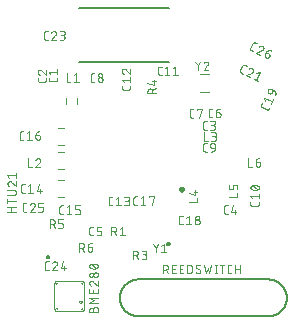
<source format=gbr>
G04 EAGLE Gerber RS-274X export*
G75*
%MOMM*%
%FSLAX34Y34*%
%LPD*%
%INSilkscreen Top*%
%IPPOS*%
%AMOC8*
5,1,8,0,0,1.08239X$1,22.5*%
G01*
%ADD10C,0.203200*%
%ADD11C,0.250000*%
%ADD12C,0.076200*%
%ADD13C,0.120000*%
%ADD14C,0.100000*%
%ADD15C,0.200000*%
%ADD16C,0.127000*%
%ADD17C,0.050000*%
%ADD18C,0.020000*%


D10*
X40236Y50303D02*
X40236Y51601D01*
X41534Y51601D01*
X41534Y50303D01*
X40236Y50303D01*
D11*
X152816Y108510D02*
X152818Y108580D01*
X152824Y108650D01*
X152834Y108719D01*
X152847Y108788D01*
X152865Y108856D01*
X152886Y108923D01*
X152911Y108988D01*
X152940Y109052D01*
X152972Y109115D01*
X153008Y109175D01*
X153047Y109233D01*
X153089Y109289D01*
X153134Y109343D01*
X153182Y109394D01*
X153233Y109442D01*
X153287Y109487D01*
X153343Y109529D01*
X153401Y109568D01*
X153461Y109604D01*
X153524Y109636D01*
X153588Y109665D01*
X153653Y109690D01*
X153720Y109711D01*
X153788Y109729D01*
X153857Y109742D01*
X153926Y109752D01*
X153996Y109758D01*
X154066Y109760D01*
X154136Y109758D01*
X154206Y109752D01*
X154275Y109742D01*
X154344Y109729D01*
X154412Y109711D01*
X154479Y109690D01*
X154544Y109665D01*
X154608Y109636D01*
X154671Y109604D01*
X154731Y109568D01*
X154789Y109529D01*
X154845Y109487D01*
X154899Y109442D01*
X154950Y109394D01*
X154998Y109343D01*
X155043Y109289D01*
X155085Y109233D01*
X155124Y109175D01*
X155160Y109115D01*
X155192Y109052D01*
X155221Y108988D01*
X155246Y108923D01*
X155267Y108856D01*
X155285Y108788D01*
X155298Y108719D01*
X155308Y108650D01*
X155314Y108580D01*
X155316Y108510D01*
X155314Y108440D01*
X155308Y108370D01*
X155298Y108301D01*
X155285Y108232D01*
X155267Y108164D01*
X155246Y108097D01*
X155221Y108032D01*
X155192Y107968D01*
X155160Y107905D01*
X155124Y107845D01*
X155085Y107787D01*
X155043Y107731D01*
X154998Y107677D01*
X154950Y107626D01*
X154899Y107578D01*
X154845Y107533D01*
X154789Y107491D01*
X154731Y107452D01*
X154671Y107416D01*
X154608Y107384D01*
X154544Y107355D01*
X154479Y107330D01*
X154412Y107309D01*
X154344Y107291D01*
X154275Y107278D01*
X154206Y107268D01*
X154136Y107262D01*
X154066Y107260D01*
X153996Y107262D01*
X153926Y107268D01*
X153857Y107278D01*
X153788Y107291D01*
X153720Y107309D01*
X153653Y107330D01*
X153588Y107355D01*
X153524Y107384D01*
X153461Y107416D01*
X153401Y107452D01*
X153343Y107491D01*
X153287Y107533D01*
X153233Y107578D01*
X153182Y107626D01*
X153134Y107677D01*
X153089Y107731D01*
X153047Y107787D01*
X153008Y107845D01*
X152972Y107905D01*
X152940Y107968D01*
X152911Y108032D01*
X152886Y108097D01*
X152865Y108164D01*
X152847Y108232D01*
X152834Y108301D01*
X152824Y108370D01*
X152818Y108440D01*
X152816Y108510D01*
D12*
X48768Y201281D02*
X48768Y202918D01*
X48768Y201281D02*
X48766Y201203D01*
X48761Y201125D01*
X48751Y201048D01*
X48738Y200971D01*
X48722Y200895D01*
X48702Y200820D01*
X48678Y200746D01*
X48651Y200673D01*
X48620Y200601D01*
X48586Y200531D01*
X48549Y200463D01*
X48508Y200396D01*
X48464Y200331D01*
X48418Y200269D01*
X48368Y200209D01*
X48316Y200151D01*
X48261Y200096D01*
X48203Y200044D01*
X48143Y199994D01*
X48081Y199948D01*
X48016Y199904D01*
X47950Y199863D01*
X47881Y199826D01*
X47811Y199792D01*
X47739Y199761D01*
X47666Y199734D01*
X47592Y199710D01*
X47517Y199690D01*
X47441Y199674D01*
X47364Y199661D01*
X47287Y199651D01*
X47209Y199646D01*
X47131Y199644D01*
X43039Y199644D01*
X42959Y199646D01*
X42879Y199652D01*
X42799Y199662D01*
X42720Y199675D01*
X42641Y199693D01*
X42564Y199714D01*
X42488Y199740D01*
X42413Y199769D01*
X42339Y199801D01*
X42267Y199837D01*
X42197Y199877D01*
X42130Y199920D01*
X42064Y199966D01*
X42001Y200016D01*
X41940Y200068D01*
X41881Y200123D01*
X41826Y200182D01*
X41774Y200242D01*
X41724Y200306D01*
X41678Y200371D01*
X41635Y200439D01*
X41595Y200509D01*
X41559Y200581D01*
X41527Y200655D01*
X41498Y200729D01*
X41473Y200806D01*
X41451Y200883D01*
X41433Y200962D01*
X41420Y201041D01*
X41410Y201120D01*
X41404Y201201D01*
X41402Y201281D01*
X41402Y202918D01*
X43039Y205763D02*
X41402Y207809D01*
X48768Y207809D01*
X48768Y205763D02*
X48768Y209855D01*
X39497Y202612D02*
X39497Y200976D01*
X39495Y200898D01*
X39490Y200820D01*
X39480Y200743D01*
X39467Y200666D01*
X39451Y200590D01*
X39431Y200515D01*
X39407Y200441D01*
X39380Y200368D01*
X39349Y200296D01*
X39315Y200226D01*
X39278Y200158D01*
X39237Y200091D01*
X39193Y200026D01*
X39147Y199964D01*
X39097Y199904D01*
X39045Y199846D01*
X38990Y199791D01*
X38932Y199739D01*
X38872Y199689D01*
X38810Y199643D01*
X38745Y199599D01*
X38679Y199558D01*
X38610Y199521D01*
X38540Y199487D01*
X38468Y199456D01*
X38395Y199429D01*
X38321Y199405D01*
X38246Y199385D01*
X38170Y199369D01*
X38093Y199356D01*
X38016Y199346D01*
X37938Y199341D01*
X37860Y199339D01*
X33768Y199339D01*
X33688Y199341D01*
X33608Y199347D01*
X33528Y199357D01*
X33449Y199370D01*
X33370Y199388D01*
X33293Y199409D01*
X33217Y199435D01*
X33142Y199464D01*
X33068Y199496D01*
X32996Y199532D01*
X32926Y199572D01*
X32859Y199615D01*
X32793Y199661D01*
X32730Y199711D01*
X32669Y199763D01*
X32610Y199818D01*
X32555Y199877D01*
X32503Y199937D01*
X32453Y200001D01*
X32407Y200066D01*
X32364Y200134D01*
X32324Y200204D01*
X32288Y200276D01*
X32256Y200350D01*
X32227Y200424D01*
X32202Y200501D01*
X32180Y200578D01*
X32162Y200657D01*
X32149Y200736D01*
X32139Y200815D01*
X32133Y200896D01*
X32131Y200976D01*
X32131Y202612D01*
X32131Y207709D02*
X32133Y207794D01*
X32139Y207879D01*
X32149Y207963D01*
X32162Y208047D01*
X32180Y208131D01*
X32201Y208213D01*
X32226Y208294D01*
X32255Y208374D01*
X32288Y208453D01*
X32324Y208530D01*
X32364Y208605D01*
X32407Y208679D01*
X32453Y208750D01*
X32503Y208819D01*
X32556Y208886D01*
X32612Y208950D01*
X32671Y209011D01*
X32732Y209070D01*
X32796Y209126D01*
X32863Y209179D01*
X32932Y209229D01*
X33003Y209275D01*
X33077Y209318D01*
X33152Y209358D01*
X33229Y209394D01*
X33308Y209427D01*
X33388Y209456D01*
X33469Y209481D01*
X33551Y209502D01*
X33635Y209520D01*
X33719Y209533D01*
X33803Y209543D01*
X33888Y209549D01*
X33973Y209551D01*
X32131Y207709D02*
X32133Y207613D01*
X32139Y207517D01*
X32149Y207422D01*
X32162Y207327D01*
X32180Y207232D01*
X32201Y207139D01*
X32226Y207046D01*
X32255Y206955D01*
X32287Y206864D01*
X32323Y206775D01*
X32363Y206688D01*
X32406Y206602D01*
X32452Y206518D01*
X32502Y206436D01*
X32556Y206356D01*
X32612Y206279D01*
X32672Y206204D01*
X32734Y206131D01*
X32800Y206061D01*
X32868Y205993D01*
X32939Y205928D01*
X33012Y205867D01*
X33088Y205808D01*
X33167Y205752D01*
X33247Y205700D01*
X33330Y205651D01*
X33414Y205605D01*
X33500Y205563D01*
X33588Y205525D01*
X33677Y205490D01*
X33768Y205458D01*
X35405Y208936D02*
X35346Y208996D01*
X35284Y209053D01*
X35220Y209108D01*
X35153Y209159D01*
X35084Y209208D01*
X35014Y209254D01*
X34941Y209297D01*
X34867Y209337D01*
X34791Y209373D01*
X34713Y209406D01*
X34634Y209436D01*
X34554Y209463D01*
X34473Y209486D01*
X34391Y209505D01*
X34309Y209521D01*
X34225Y209534D01*
X34141Y209543D01*
X34057Y209548D01*
X33973Y209550D01*
X35405Y208936D02*
X39497Y205458D01*
X39497Y209550D01*
X94520Y76706D02*
X94520Y69340D01*
X94520Y76706D02*
X96566Y76706D01*
X96655Y76704D01*
X96744Y76698D01*
X96833Y76688D01*
X96921Y76675D01*
X97009Y76658D01*
X97096Y76636D01*
X97181Y76611D01*
X97266Y76583D01*
X97349Y76550D01*
X97431Y76514D01*
X97511Y76475D01*
X97589Y76432D01*
X97665Y76386D01*
X97740Y76336D01*
X97812Y76283D01*
X97881Y76227D01*
X97948Y76168D01*
X98013Y76107D01*
X98074Y76042D01*
X98133Y75975D01*
X98189Y75906D01*
X98242Y75834D01*
X98292Y75759D01*
X98338Y75683D01*
X98381Y75605D01*
X98420Y75525D01*
X98456Y75443D01*
X98489Y75360D01*
X98517Y75275D01*
X98542Y75190D01*
X98564Y75103D01*
X98581Y75015D01*
X98594Y74927D01*
X98604Y74838D01*
X98610Y74749D01*
X98612Y74660D01*
X98610Y74571D01*
X98604Y74482D01*
X98594Y74393D01*
X98581Y74305D01*
X98564Y74217D01*
X98542Y74130D01*
X98517Y74045D01*
X98489Y73960D01*
X98456Y73877D01*
X98420Y73795D01*
X98381Y73715D01*
X98338Y73637D01*
X98292Y73561D01*
X98242Y73486D01*
X98189Y73414D01*
X98133Y73345D01*
X98074Y73278D01*
X98013Y73213D01*
X97948Y73152D01*
X97881Y73093D01*
X97812Y73037D01*
X97740Y72984D01*
X97665Y72934D01*
X97589Y72888D01*
X97511Y72845D01*
X97431Y72806D01*
X97349Y72770D01*
X97266Y72737D01*
X97181Y72709D01*
X97096Y72684D01*
X97009Y72662D01*
X96921Y72645D01*
X96833Y72632D01*
X96744Y72622D01*
X96655Y72616D01*
X96566Y72614D01*
X94520Y72614D01*
X96976Y72614D02*
X98612Y69340D01*
X101784Y75069D02*
X103830Y76706D01*
X103830Y69340D01*
X101784Y69340D02*
X105877Y69340D01*
X79252Y69214D02*
X77615Y69214D01*
X77537Y69216D01*
X77459Y69221D01*
X77382Y69231D01*
X77305Y69244D01*
X77229Y69260D01*
X77154Y69280D01*
X77080Y69304D01*
X77007Y69331D01*
X76935Y69362D01*
X76865Y69396D01*
X76797Y69433D01*
X76730Y69474D01*
X76665Y69518D01*
X76603Y69564D01*
X76543Y69614D01*
X76485Y69666D01*
X76430Y69721D01*
X76378Y69779D01*
X76328Y69839D01*
X76282Y69901D01*
X76238Y69966D01*
X76197Y70033D01*
X76160Y70101D01*
X76126Y70171D01*
X76095Y70243D01*
X76068Y70316D01*
X76044Y70390D01*
X76024Y70465D01*
X76008Y70541D01*
X75995Y70618D01*
X75985Y70695D01*
X75980Y70773D01*
X75978Y70851D01*
X75978Y74943D01*
X75980Y75023D01*
X75986Y75103D01*
X75996Y75183D01*
X76009Y75262D01*
X76027Y75341D01*
X76048Y75418D01*
X76074Y75494D01*
X76103Y75569D01*
X76135Y75643D01*
X76171Y75715D01*
X76211Y75785D01*
X76254Y75852D01*
X76300Y75918D01*
X76350Y75981D01*
X76402Y76042D01*
X76457Y76101D01*
X76516Y76156D01*
X76576Y76208D01*
X76640Y76258D01*
X76706Y76304D01*
X76773Y76347D01*
X76843Y76387D01*
X76915Y76423D01*
X76989Y76455D01*
X77063Y76484D01*
X77140Y76510D01*
X77217Y76531D01*
X77296Y76549D01*
X77375Y76562D01*
X77455Y76572D01*
X77535Y76578D01*
X77615Y76580D01*
X79252Y76580D01*
X82097Y69214D02*
X84552Y69214D01*
X84630Y69216D01*
X84708Y69221D01*
X84785Y69231D01*
X84862Y69244D01*
X84938Y69260D01*
X85013Y69280D01*
X85087Y69304D01*
X85160Y69331D01*
X85232Y69362D01*
X85302Y69396D01*
X85371Y69433D01*
X85437Y69474D01*
X85502Y69518D01*
X85564Y69564D01*
X85624Y69614D01*
X85682Y69666D01*
X85737Y69721D01*
X85789Y69779D01*
X85839Y69839D01*
X85885Y69901D01*
X85929Y69966D01*
X85970Y70033D01*
X86007Y70101D01*
X86041Y70171D01*
X86072Y70243D01*
X86099Y70316D01*
X86123Y70390D01*
X86143Y70465D01*
X86159Y70541D01*
X86172Y70618D01*
X86182Y70695D01*
X86187Y70773D01*
X86189Y70851D01*
X86189Y71669D01*
X86187Y71747D01*
X86182Y71825D01*
X86172Y71902D01*
X86159Y71979D01*
X86143Y72055D01*
X86123Y72130D01*
X86099Y72204D01*
X86072Y72277D01*
X86041Y72349D01*
X86007Y72419D01*
X85970Y72488D01*
X85929Y72554D01*
X85885Y72619D01*
X85839Y72681D01*
X85789Y72741D01*
X85737Y72799D01*
X85682Y72854D01*
X85624Y72906D01*
X85564Y72956D01*
X85502Y73002D01*
X85437Y73046D01*
X85371Y73087D01*
X85302Y73124D01*
X85232Y73158D01*
X85160Y73189D01*
X85087Y73216D01*
X85013Y73240D01*
X84938Y73260D01*
X84862Y73276D01*
X84785Y73289D01*
X84708Y73299D01*
X84630Y73304D01*
X84552Y73306D01*
X82097Y73306D01*
X82097Y76580D01*
X86189Y76580D01*
X80236Y199136D02*
X78599Y199136D01*
X78521Y199138D01*
X78443Y199143D01*
X78366Y199153D01*
X78289Y199166D01*
X78213Y199182D01*
X78138Y199202D01*
X78064Y199226D01*
X77991Y199253D01*
X77919Y199284D01*
X77849Y199318D01*
X77781Y199355D01*
X77714Y199396D01*
X77649Y199440D01*
X77587Y199486D01*
X77527Y199536D01*
X77469Y199588D01*
X77414Y199643D01*
X77362Y199701D01*
X77312Y199761D01*
X77266Y199823D01*
X77222Y199888D01*
X77181Y199955D01*
X77144Y200023D01*
X77110Y200093D01*
X77079Y200165D01*
X77052Y200238D01*
X77028Y200312D01*
X77008Y200387D01*
X76992Y200463D01*
X76979Y200540D01*
X76969Y200617D01*
X76964Y200695D01*
X76962Y200773D01*
X76962Y204865D01*
X76964Y204945D01*
X76970Y205025D01*
X76980Y205105D01*
X76993Y205184D01*
X77011Y205263D01*
X77032Y205340D01*
X77058Y205416D01*
X77087Y205491D01*
X77119Y205565D01*
X77155Y205637D01*
X77195Y205707D01*
X77238Y205774D01*
X77284Y205840D01*
X77334Y205903D01*
X77386Y205964D01*
X77441Y206023D01*
X77500Y206078D01*
X77560Y206130D01*
X77624Y206180D01*
X77690Y206226D01*
X77757Y206269D01*
X77827Y206309D01*
X77899Y206345D01*
X77973Y206377D01*
X78047Y206406D01*
X78124Y206432D01*
X78201Y206453D01*
X78280Y206471D01*
X78359Y206484D01*
X78439Y206494D01*
X78519Y206500D01*
X78599Y206502D01*
X80236Y206502D01*
X83081Y201182D02*
X83083Y201271D01*
X83089Y201360D01*
X83099Y201449D01*
X83112Y201537D01*
X83129Y201625D01*
X83151Y201712D01*
X83176Y201797D01*
X83204Y201882D01*
X83237Y201965D01*
X83273Y202047D01*
X83312Y202127D01*
X83355Y202205D01*
X83401Y202281D01*
X83451Y202356D01*
X83504Y202428D01*
X83560Y202497D01*
X83619Y202564D01*
X83680Y202629D01*
X83745Y202690D01*
X83812Y202749D01*
X83881Y202805D01*
X83953Y202858D01*
X84028Y202908D01*
X84104Y202954D01*
X84182Y202997D01*
X84262Y203036D01*
X84344Y203072D01*
X84427Y203105D01*
X84512Y203133D01*
X84597Y203158D01*
X84684Y203180D01*
X84772Y203197D01*
X84860Y203210D01*
X84949Y203220D01*
X85038Y203226D01*
X85127Y203228D01*
X85216Y203226D01*
X85305Y203220D01*
X85394Y203210D01*
X85482Y203197D01*
X85570Y203180D01*
X85657Y203158D01*
X85742Y203133D01*
X85827Y203105D01*
X85910Y203072D01*
X85992Y203036D01*
X86072Y202997D01*
X86150Y202954D01*
X86226Y202908D01*
X86301Y202858D01*
X86373Y202805D01*
X86442Y202749D01*
X86509Y202690D01*
X86574Y202629D01*
X86635Y202564D01*
X86694Y202497D01*
X86750Y202428D01*
X86803Y202356D01*
X86853Y202281D01*
X86899Y202205D01*
X86942Y202127D01*
X86981Y202047D01*
X87017Y201965D01*
X87050Y201882D01*
X87078Y201797D01*
X87103Y201712D01*
X87125Y201625D01*
X87142Y201537D01*
X87155Y201449D01*
X87165Y201360D01*
X87171Y201271D01*
X87173Y201182D01*
X87171Y201093D01*
X87165Y201004D01*
X87155Y200915D01*
X87142Y200827D01*
X87125Y200739D01*
X87103Y200652D01*
X87078Y200567D01*
X87050Y200482D01*
X87017Y200399D01*
X86981Y200317D01*
X86942Y200237D01*
X86899Y200159D01*
X86853Y200083D01*
X86803Y200008D01*
X86750Y199936D01*
X86694Y199867D01*
X86635Y199800D01*
X86574Y199735D01*
X86509Y199674D01*
X86442Y199615D01*
X86373Y199559D01*
X86301Y199506D01*
X86226Y199456D01*
X86150Y199410D01*
X86072Y199367D01*
X85992Y199328D01*
X85910Y199292D01*
X85827Y199259D01*
X85742Y199231D01*
X85657Y199206D01*
X85570Y199184D01*
X85482Y199167D01*
X85394Y199154D01*
X85305Y199144D01*
X85216Y199138D01*
X85127Y199136D01*
X85038Y199138D01*
X84949Y199144D01*
X84860Y199154D01*
X84772Y199167D01*
X84684Y199184D01*
X84597Y199206D01*
X84512Y199231D01*
X84427Y199259D01*
X84344Y199292D01*
X84262Y199328D01*
X84182Y199367D01*
X84104Y199410D01*
X84028Y199456D01*
X83953Y199506D01*
X83881Y199559D01*
X83812Y199615D01*
X83745Y199674D01*
X83680Y199735D01*
X83619Y199800D01*
X83560Y199867D01*
X83504Y199936D01*
X83451Y200008D01*
X83401Y200083D01*
X83355Y200159D01*
X83312Y200237D01*
X83273Y200317D01*
X83237Y200399D01*
X83204Y200482D01*
X83176Y200567D01*
X83151Y200652D01*
X83129Y200739D01*
X83112Y200827D01*
X83099Y200915D01*
X83089Y201004D01*
X83083Y201093D01*
X83081Y201182D01*
X83490Y204865D02*
X83492Y204944D01*
X83498Y205023D01*
X83507Y205102D01*
X83520Y205180D01*
X83538Y205257D01*
X83558Y205333D01*
X83583Y205408D01*
X83611Y205482D01*
X83642Y205555D01*
X83678Y205626D01*
X83716Y205695D01*
X83758Y205762D01*
X83803Y205827D01*
X83851Y205890D01*
X83902Y205951D01*
X83956Y206008D01*
X84012Y206064D01*
X84071Y206116D01*
X84133Y206166D01*
X84197Y206212D01*
X84263Y206256D01*
X84331Y206296D01*
X84401Y206332D01*
X84473Y206366D01*
X84547Y206396D01*
X84621Y206422D01*
X84697Y206445D01*
X84774Y206463D01*
X84851Y206479D01*
X84930Y206490D01*
X85008Y206498D01*
X85087Y206502D01*
X85167Y206502D01*
X85246Y206498D01*
X85324Y206490D01*
X85403Y206479D01*
X85480Y206463D01*
X85557Y206445D01*
X85633Y206422D01*
X85707Y206396D01*
X85781Y206366D01*
X85853Y206332D01*
X85923Y206296D01*
X85991Y206256D01*
X86057Y206212D01*
X86121Y206166D01*
X86183Y206116D01*
X86242Y206064D01*
X86298Y206008D01*
X86352Y205951D01*
X86403Y205890D01*
X86451Y205827D01*
X86496Y205762D01*
X86538Y205695D01*
X86576Y205626D01*
X86612Y205555D01*
X86643Y205482D01*
X86671Y205408D01*
X86696Y205333D01*
X86716Y205257D01*
X86734Y205180D01*
X86747Y205102D01*
X86756Y205023D01*
X86762Y204944D01*
X86764Y204865D01*
X86762Y204786D01*
X86756Y204707D01*
X86747Y204628D01*
X86734Y204550D01*
X86716Y204473D01*
X86696Y204397D01*
X86671Y204322D01*
X86643Y204248D01*
X86612Y204175D01*
X86576Y204104D01*
X86538Y204035D01*
X86496Y203968D01*
X86451Y203903D01*
X86403Y203840D01*
X86352Y203779D01*
X86298Y203722D01*
X86242Y203666D01*
X86183Y203614D01*
X86121Y203564D01*
X86057Y203518D01*
X85991Y203474D01*
X85923Y203434D01*
X85853Y203398D01*
X85781Y203364D01*
X85707Y203334D01*
X85633Y203308D01*
X85557Y203285D01*
X85480Y203267D01*
X85403Y203251D01*
X85324Y203240D01*
X85246Y203232D01*
X85167Y203228D01*
X85087Y203228D01*
X85008Y203232D01*
X84930Y203240D01*
X84851Y203251D01*
X84774Y203267D01*
X84697Y203285D01*
X84621Y203308D01*
X84547Y203334D01*
X84473Y203364D01*
X84401Y203398D01*
X84331Y203434D01*
X84263Y203474D01*
X84197Y203518D01*
X84133Y203564D01*
X84071Y203614D01*
X84012Y203666D01*
X83956Y203722D01*
X83902Y203779D01*
X83851Y203840D01*
X83803Y203903D01*
X83758Y203968D01*
X83716Y204035D01*
X83678Y204104D01*
X83642Y204175D01*
X83611Y204248D01*
X83583Y204322D01*
X83558Y204397D01*
X83538Y204473D01*
X83520Y204550D01*
X83507Y204628D01*
X83498Y204707D01*
X83492Y204786D01*
X83490Y204865D01*
X178497Y169291D02*
X180133Y169291D01*
X178497Y169291D02*
X178419Y169293D01*
X178341Y169298D01*
X178264Y169308D01*
X178187Y169321D01*
X178111Y169337D01*
X178036Y169357D01*
X177962Y169381D01*
X177889Y169408D01*
X177817Y169439D01*
X177747Y169473D01*
X177679Y169510D01*
X177612Y169551D01*
X177547Y169595D01*
X177485Y169641D01*
X177425Y169691D01*
X177367Y169743D01*
X177312Y169798D01*
X177260Y169856D01*
X177210Y169916D01*
X177164Y169978D01*
X177120Y170043D01*
X177079Y170110D01*
X177042Y170178D01*
X177008Y170248D01*
X176977Y170320D01*
X176950Y170393D01*
X176926Y170467D01*
X176906Y170542D01*
X176890Y170618D01*
X176877Y170695D01*
X176867Y170772D01*
X176862Y170850D01*
X176860Y170928D01*
X176860Y175020D01*
X176862Y175100D01*
X176868Y175180D01*
X176878Y175260D01*
X176891Y175339D01*
X176909Y175418D01*
X176930Y175495D01*
X176956Y175571D01*
X176985Y175646D01*
X177017Y175720D01*
X177053Y175792D01*
X177093Y175862D01*
X177136Y175929D01*
X177182Y175995D01*
X177232Y176058D01*
X177284Y176119D01*
X177339Y176178D01*
X177398Y176233D01*
X177458Y176285D01*
X177522Y176335D01*
X177588Y176381D01*
X177655Y176424D01*
X177725Y176464D01*
X177797Y176500D01*
X177871Y176532D01*
X177945Y176561D01*
X178022Y176587D01*
X178099Y176608D01*
X178178Y176626D01*
X178257Y176639D01*
X178337Y176649D01*
X178417Y176655D01*
X178497Y176657D01*
X180133Y176657D01*
X182979Y173383D02*
X185434Y173383D01*
X185512Y173381D01*
X185590Y173376D01*
X185667Y173366D01*
X185744Y173353D01*
X185820Y173337D01*
X185895Y173317D01*
X185969Y173293D01*
X186042Y173266D01*
X186114Y173235D01*
X186184Y173201D01*
X186253Y173164D01*
X186319Y173123D01*
X186384Y173079D01*
X186446Y173033D01*
X186506Y172983D01*
X186564Y172931D01*
X186619Y172876D01*
X186671Y172818D01*
X186721Y172758D01*
X186767Y172696D01*
X186811Y172631D01*
X186852Y172565D01*
X186889Y172496D01*
X186923Y172426D01*
X186954Y172354D01*
X186981Y172281D01*
X187005Y172207D01*
X187025Y172132D01*
X187041Y172056D01*
X187054Y171979D01*
X187064Y171902D01*
X187069Y171824D01*
X187071Y171746D01*
X187071Y171337D01*
X187069Y171248D01*
X187063Y171159D01*
X187053Y171070D01*
X187040Y170982D01*
X187023Y170894D01*
X187001Y170807D01*
X186976Y170722D01*
X186948Y170637D01*
X186915Y170554D01*
X186879Y170472D01*
X186840Y170392D01*
X186797Y170314D01*
X186751Y170238D01*
X186701Y170163D01*
X186648Y170091D01*
X186592Y170022D01*
X186533Y169955D01*
X186472Y169890D01*
X186407Y169829D01*
X186340Y169770D01*
X186271Y169714D01*
X186199Y169661D01*
X186124Y169611D01*
X186048Y169565D01*
X185970Y169522D01*
X185890Y169483D01*
X185808Y169447D01*
X185725Y169414D01*
X185640Y169386D01*
X185555Y169361D01*
X185468Y169339D01*
X185380Y169322D01*
X185292Y169309D01*
X185203Y169299D01*
X185114Y169293D01*
X185025Y169291D01*
X184936Y169293D01*
X184847Y169299D01*
X184758Y169309D01*
X184670Y169322D01*
X184582Y169339D01*
X184495Y169361D01*
X184410Y169386D01*
X184325Y169414D01*
X184242Y169447D01*
X184160Y169483D01*
X184080Y169522D01*
X184002Y169565D01*
X183926Y169611D01*
X183851Y169661D01*
X183779Y169714D01*
X183710Y169770D01*
X183643Y169829D01*
X183578Y169890D01*
X183517Y169955D01*
X183458Y170022D01*
X183402Y170091D01*
X183349Y170163D01*
X183299Y170238D01*
X183253Y170314D01*
X183210Y170392D01*
X183171Y170472D01*
X183135Y170554D01*
X183102Y170637D01*
X183074Y170722D01*
X183049Y170807D01*
X183027Y170894D01*
X183010Y170982D01*
X182997Y171070D01*
X182987Y171159D01*
X182981Y171248D01*
X182979Y171337D01*
X182979Y173383D01*
X182981Y173497D01*
X182987Y173611D01*
X182997Y173725D01*
X183011Y173839D01*
X183029Y173952D01*
X183051Y174064D01*
X183076Y174175D01*
X183106Y174285D01*
X183139Y174395D01*
X183176Y174503D01*
X183217Y174609D01*
X183262Y174715D01*
X183310Y174818D01*
X183362Y174920D01*
X183418Y175020D01*
X183476Y175118D01*
X183539Y175214D01*
X183604Y175307D01*
X183673Y175399D01*
X183745Y175487D01*
X183820Y175574D01*
X183898Y175657D01*
X183979Y175738D01*
X184062Y175816D01*
X184149Y175891D01*
X184237Y175963D01*
X184329Y176032D01*
X184422Y176097D01*
X184518Y176159D01*
X184616Y176218D01*
X184716Y176274D01*
X184818Y176326D01*
X184921Y176374D01*
X185027Y176419D01*
X185133Y176460D01*
X185241Y176497D01*
X185351Y176530D01*
X185461Y176560D01*
X185572Y176585D01*
X185684Y176607D01*
X185797Y176625D01*
X185911Y176639D01*
X186025Y176649D01*
X186139Y176655D01*
X186253Y176657D01*
X164056Y169037D02*
X162419Y169037D01*
X162341Y169039D01*
X162263Y169044D01*
X162186Y169054D01*
X162109Y169067D01*
X162033Y169083D01*
X161958Y169103D01*
X161884Y169127D01*
X161811Y169154D01*
X161739Y169185D01*
X161669Y169219D01*
X161601Y169256D01*
X161534Y169297D01*
X161469Y169341D01*
X161407Y169387D01*
X161347Y169437D01*
X161289Y169489D01*
X161234Y169544D01*
X161182Y169602D01*
X161132Y169662D01*
X161086Y169724D01*
X161042Y169789D01*
X161001Y169856D01*
X160964Y169924D01*
X160930Y169994D01*
X160899Y170066D01*
X160872Y170139D01*
X160848Y170213D01*
X160828Y170288D01*
X160812Y170364D01*
X160799Y170441D01*
X160789Y170518D01*
X160784Y170596D01*
X160782Y170674D01*
X160782Y174766D01*
X160784Y174846D01*
X160790Y174926D01*
X160800Y175006D01*
X160813Y175085D01*
X160831Y175164D01*
X160852Y175241D01*
X160878Y175317D01*
X160907Y175392D01*
X160939Y175466D01*
X160975Y175538D01*
X161015Y175608D01*
X161058Y175675D01*
X161104Y175741D01*
X161154Y175804D01*
X161206Y175865D01*
X161261Y175924D01*
X161320Y175979D01*
X161380Y176031D01*
X161444Y176081D01*
X161510Y176127D01*
X161577Y176170D01*
X161647Y176210D01*
X161719Y176246D01*
X161793Y176278D01*
X161867Y176307D01*
X161944Y176333D01*
X162021Y176354D01*
X162100Y176372D01*
X162179Y176385D01*
X162259Y176395D01*
X162339Y176401D01*
X162419Y176403D01*
X164056Y176403D01*
X166901Y176403D02*
X166901Y175585D01*
X166901Y176403D02*
X170993Y176403D01*
X168947Y169037D01*
X137287Y205359D02*
X135763Y205359D01*
X135686Y205361D01*
X135609Y205367D01*
X135532Y205377D01*
X135456Y205390D01*
X135381Y205408D01*
X135307Y205429D01*
X135234Y205454D01*
X135162Y205483D01*
X135092Y205515D01*
X135023Y205550D01*
X134957Y205590D01*
X134892Y205632D01*
X134830Y205678D01*
X134770Y205727D01*
X134713Y205778D01*
X134658Y205833D01*
X134607Y205890D01*
X134558Y205950D01*
X134512Y206012D01*
X134470Y206077D01*
X134430Y206143D01*
X134395Y206212D01*
X134363Y206282D01*
X134334Y206354D01*
X134309Y206427D01*
X134288Y206501D01*
X134270Y206576D01*
X134257Y206652D01*
X134247Y206729D01*
X134241Y206806D01*
X134239Y206883D01*
X134239Y210693D01*
X134241Y210770D01*
X134247Y210847D01*
X134257Y210924D01*
X134270Y211000D01*
X134288Y211075D01*
X134309Y211149D01*
X134334Y211222D01*
X134363Y211294D01*
X134395Y211364D01*
X134430Y211433D01*
X134470Y211499D01*
X134512Y211564D01*
X134558Y211626D01*
X134607Y211686D01*
X134658Y211743D01*
X134713Y211798D01*
X134770Y211849D01*
X134830Y211898D01*
X134892Y211944D01*
X134957Y211986D01*
X135023Y212026D01*
X135092Y212061D01*
X135162Y212093D01*
X135234Y212122D01*
X135307Y212147D01*
X135381Y212168D01*
X135456Y212186D01*
X135532Y212199D01*
X135609Y212209D01*
X135686Y212215D01*
X135763Y212217D01*
X137287Y212217D01*
X139976Y210693D02*
X141881Y212217D01*
X141881Y205359D01*
X139976Y205359D02*
X143786Y205359D01*
X146834Y210693D02*
X148739Y212217D01*
X148739Y205359D01*
X146834Y205359D02*
X150644Y205359D01*
X110744Y196060D02*
X110744Y194423D01*
X110742Y194345D01*
X110737Y194267D01*
X110727Y194190D01*
X110714Y194113D01*
X110698Y194037D01*
X110678Y193962D01*
X110654Y193888D01*
X110627Y193815D01*
X110596Y193743D01*
X110562Y193673D01*
X110525Y193605D01*
X110484Y193538D01*
X110440Y193473D01*
X110394Y193411D01*
X110344Y193351D01*
X110292Y193293D01*
X110237Y193238D01*
X110179Y193186D01*
X110119Y193136D01*
X110057Y193090D01*
X109992Y193046D01*
X109926Y193005D01*
X109857Y192968D01*
X109787Y192934D01*
X109715Y192903D01*
X109642Y192876D01*
X109568Y192852D01*
X109493Y192832D01*
X109417Y192816D01*
X109340Y192803D01*
X109263Y192793D01*
X109185Y192788D01*
X109107Y192786D01*
X105015Y192786D01*
X104935Y192788D01*
X104855Y192794D01*
X104775Y192804D01*
X104696Y192817D01*
X104617Y192835D01*
X104540Y192856D01*
X104464Y192882D01*
X104389Y192911D01*
X104315Y192943D01*
X104243Y192979D01*
X104173Y193019D01*
X104106Y193062D01*
X104040Y193108D01*
X103977Y193158D01*
X103916Y193210D01*
X103857Y193265D01*
X103802Y193324D01*
X103750Y193384D01*
X103700Y193448D01*
X103654Y193513D01*
X103611Y193581D01*
X103571Y193651D01*
X103535Y193723D01*
X103503Y193797D01*
X103474Y193871D01*
X103449Y193948D01*
X103427Y194025D01*
X103409Y194104D01*
X103396Y194183D01*
X103386Y194262D01*
X103380Y194343D01*
X103378Y194423D01*
X103378Y196060D01*
X105015Y198905D02*
X103378Y200951D01*
X110744Y200951D01*
X110744Y198905D02*
X110744Y202997D01*
X105220Y210313D02*
X105135Y210311D01*
X105050Y210305D01*
X104966Y210295D01*
X104882Y210282D01*
X104798Y210264D01*
X104716Y210243D01*
X104635Y210218D01*
X104555Y210189D01*
X104476Y210156D01*
X104399Y210120D01*
X104324Y210080D01*
X104250Y210037D01*
X104179Y209991D01*
X104110Y209941D01*
X104043Y209888D01*
X103979Y209832D01*
X103918Y209773D01*
X103859Y209712D01*
X103803Y209648D01*
X103750Y209581D01*
X103700Y209512D01*
X103654Y209441D01*
X103611Y209367D01*
X103571Y209292D01*
X103535Y209215D01*
X103502Y209136D01*
X103473Y209056D01*
X103448Y208975D01*
X103427Y208893D01*
X103409Y208809D01*
X103396Y208725D01*
X103386Y208641D01*
X103380Y208556D01*
X103378Y208471D01*
X103380Y208375D01*
X103386Y208279D01*
X103396Y208184D01*
X103409Y208089D01*
X103427Y207994D01*
X103448Y207901D01*
X103473Y207808D01*
X103502Y207717D01*
X103534Y207626D01*
X103570Y207537D01*
X103610Y207450D01*
X103653Y207364D01*
X103699Y207280D01*
X103749Y207198D01*
X103803Y207118D01*
X103859Y207041D01*
X103919Y206966D01*
X103981Y206893D01*
X104047Y206823D01*
X104115Y206755D01*
X104186Y206690D01*
X104259Y206629D01*
X104335Y206570D01*
X104414Y206514D01*
X104494Y206462D01*
X104577Y206413D01*
X104661Y206367D01*
X104747Y206325D01*
X104835Y206287D01*
X104924Y206252D01*
X105015Y206220D01*
X106652Y209699D02*
X106593Y209759D01*
X106531Y209816D01*
X106467Y209871D01*
X106400Y209922D01*
X106331Y209971D01*
X106261Y210017D01*
X106188Y210060D01*
X106114Y210100D01*
X106038Y210136D01*
X105960Y210169D01*
X105881Y210199D01*
X105801Y210226D01*
X105720Y210249D01*
X105638Y210268D01*
X105556Y210284D01*
X105472Y210297D01*
X105388Y210306D01*
X105304Y210311D01*
X105220Y210313D01*
X106652Y209699D02*
X110744Y206220D01*
X110744Y210313D01*
X95475Y94742D02*
X93838Y94742D01*
X93760Y94744D01*
X93682Y94749D01*
X93605Y94759D01*
X93528Y94772D01*
X93452Y94788D01*
X93377Y94808D01*
X93303Y94832D01*
X93230Y94859D01*
X93158Y94890D01*
X93088Y94924D01*
X93020Y94961D01*
X92953Y95002D01*
X92888Y95046D01*
X92826Y95092D01*
X92766Y95142D01*
X92708Y95194D01*
X92653Y95249D01*
X92601Y95307D01*
X92551Y95367D01*
X92505Y95429D01*
X92461Y95494D01*
X92420Y95561D01*
X92383Y95629D01*
X92349Y95699D01*
X92318Y95771D01*
X92291Y95844D01*
X92267Y95918D01*
X92247Y95993D01*
X92231Y96069D01*
X92218Y96146D01*
X92208Y96223D01*
X92203Y96301D01*
X92201Y96379D01*
X92202Y96379D02*
X92202Y100471D01*
X92201Y100471D02*
X92203Y100551D01*
X92209Y100631D01*
X92219Y100711D01*
X92232Y100790D01*
X92250Y100869D01*
X92271Y100946D01*
X92297Y101022D01*
X92326Y101097D01*
X92358Y101171D01*
X92394Y101243D01*
X92434Y101313D01*
X92477Y101380D01*
X92523Y101446D01*
X92573Y101509D01*
X92625Y101570D01*
X92680Y101629D01*
X92739Y101684D01*
X92799Y101736D01*
X92863Y101786D01*
X92929Y101832D01*
X92996Y101875D01*
X93066Y101915D01*
X93138Y101951D01*
X93212Y101983D01*
X93286Y102012D01*
X93363Y102038D01*
X93440Y102059D01*
X93519Y102077D01*
X93598Y102090D01*
X93678Y102100D01*
X93758Y102106D01*
X93838Y102108D01*
X95475Y102108D01*
X98321Y100471D02*
X100367Y102108D01*
X100367Y94742D01*
X98321Y94742D02*
X102413Y94742D01*
X105636Y94742D02*
X107682Y94742D01*
X107771Y94744D01*
X107860Y94750D01*
X107949Y94760D01*
X108037Y94773D01*
X108125Y94790D01*
X108212Y94812D01*
X108297Y94837D01*
X108382Y94865D01*
X108465Y94898D01*
X108547Y94934D01*
X108627Y94973D01*
X108705Y95016D01*
X108781Y95062D01*
X108856Y95112D01*
X108928Y95165D01*
X108997Y95221D01*
X109064Y95280D01*
X109129Y95341D01*
X109190Y95406D01*
X109249Y95473D01*
X109305Y95542D01*
X109358Y95614D01*
X109408Y95689D01*
X109454Y95765D01*
X109497Y95843D01*
X109536Y95923D01*
X109572Y96005D01*
X109605Y96088D01*
X109633Y96173D01*
X109658Y96258D01*
X109680Y96345D01*
X109697Y96433D01*
X109710Y96521D01*
X109720Y96610D01*
X109726Y96699D01*
X109728Y96788D01*
X109726Y96877D01*
X109720Y96966D01*
X109710Y97055D01*
X109697Y97143D01*
X109680Y97231D01*
X109658Y97318D01*
X109633Y97403D01*
X109605Y97488D01*
X109572Y97571D01*
X109536Y97653D01*
X109497Y97733D01*
X109454Y97811D01*
X109408Y97887D01*
X109358Y97962D01*
X109305Y98034D01*
X109249Y98103D01*
X109190Y98170D01*
X109129Y98235D01*
X109064Y98296D01*
X108997Y98355D01*
X108928Y98411D01*
X108856Y98464D01*
X108781Y98514D01*
X108705Y98560D01*
X108627Y98603D01*
X108547Y98642D01*
X108465Y98678D01*
X108382Y98711D01*
X108297Y98739D01*
X108212Y98764D01*
X108125Y98786D01*
X108037Y98803D01*
X107949Y98816D01*
X107860Y98826D01*
X107771Y98832D01*
X107682Y98834D01*
X108091Y102108D02*
X105636Y102108D01*
X108091Y102108D02*
X108170Y102106D01*
X108249Y102100D01*
X108328Y102091D01*
X108406Y102078D01*
X108483Y102060D01*
X108559Y102040D01*
X108634Y102015D01*
X108708Y101987D01*
X108781Y101956D01*
X108852Y101920D01*
X108921Y101882D01*
X108988Y101840D01*
X109053Y101795D01*
X109116Y101747D01*
X109177Y101696D01*
X109234Y101642D01*
X109290Y101586D01*
X109342Y101527D01*
X109392Y101465D01*
X109438Y101401D01*
X109482Y101335D01*
X109522Y101267D01*
X109558Y101197D01*
X109592Y101125D01*
X109622Y101051D01*
X109648Y100977D01*
X109671Y100901D01*
X109689Y100824D01*
X109705Y100747D01*
X109716Y100668D01*
X109724Y100590D01*
X109728Y100511D01*
X109728Y100431D01*
X109724Y100352D01*
X109716Y100274D01*
X109705Y100195D01*
X109689Y100118D01*
X109671Y100041D01*
X109648Y99965D01*
X109622Y99891D01*
X109592Y99817D01*
X109558Y99745D01*
X109522Y99675D01*
X109482Y99607D01*
X109438Y99541D01*
X109392Y99477D01*
X109342Y99415D01*
X109290Y99356D01*
X109234Y99300D01*
X109177Y99246D01*
X109116Y99195D01*
X109053Y99147D01*
X108988Y99102D01*
X108921Y99060D01*
X108852Y99022D01*
X108781Y98986D01*
X108708Y98955D01*
X108634Y98927D01*
X108559Y98902D01*
X108483Y98882D01*
X108406Y98864D01*
X108328Y98851D01*
X108249Y98842D01*
X108170Y98836D01*
X108091Y98834D01*
X106454Y98834D01*
X53820Y87249D02*
X52183Y87249D01*
X52105Y87251D01*
X52027Y87256D01*
X51950Y87266D01*
X51873Y87279D01*
X51797Y87295D01*
X51722Y87315D01*
X51648Y87339D01*
X51575Y87366D01*
X51503Y87397D01*
X51433Y87431D01*
X51365Y87468D01*
X51298Y87509D01*
X51233Y87553D01*
X51171Y87599D01*
X51111Y87649D01*
X51053Y87701D01*
X50998Y87756D01*
X50946Y87814D01*
X50896Y87874D01*
X50850Y87936D01*
X50806Y88001D01*
X50765Y88068D01*
X50728Y88136D01*
X50694Y88206D01*
X50663Y88278D01*
X50636Y88351D01*
X50612Y88425D01*
X50592Y88500D01*
X50576Y88576D01*
X50563Y88653D01*
X50553Y88730D01*
X50548Y88808D01*
X50546Y88886D01*
X50546Y92978D01*
X50548Y93058D01*
X50554Y93138D01*
X50564Y93218D01*
X50577Y93297D01*
X50595Y93376D01*
X50616Y93453D01*
X50642Y93529D01*
X50671Y93604D01*
X50703Y93678D01*
X50739Y93750D01*
X50779Y93820D01*
X50822Y93887D01*
X50868Y93953D01*
X50918Y94016D01*
X50970Y94077D01*
X51025Y94136D01*
X51084Y94191D01*
X51144Y94243D01*
X51208Y94293D01*
X51274Y94339D01*
X51341Y94382D01*
X51411Y94422D01*
X51483Y94458D01*
X51557Y94490D01*
X51631Y94519D01*
X51708Y94545D01*
X51785Y94566D01*
X51864Y94584D01*
X51943Y94597D01*
X52023Y94607D01*
X52103Y94613D01*
X52183Y94615D01*
X53820Y94615D01*
X56665Y92978D02*
X58711Y94615D01*
X58711Y87249D01*
X56665Y87249D02*
X60757Y87249D01*
X63980Y87249D02*
X66436Y87249D01*
X66514Y87251D01*
X66592Y87256D01*
X66669Y87266D01*
X66746Y87279D01*
X66822Y87295D01*
X66897Y87315D01*
X66971Y87339D01*
X67044Y87366D01*
X67116Y87397D01*
X67186Y87431D01*
X67255Y87468D01*
X67321Y87509D01*
X67386Y87553D01*
X67448Y87599D01*
X67508Y87649D01*
X67566Y87701D01*
X67621Y87756D01*
X67673Y87814D01*
X67723Y87874D01*
X67769Y87936D01*
X67813Y88001D01*
X67854Y88068D01*
X67891Y88136D01*
X67925Y88206D01*
X67956Y88278D01*
X67983Y88351D01*
X68007Y88425D01*
X68027Y88500D01*
X68043Y88576D01*
X68056Y88653D01*
X68066Y88730D01*
X68071Y88808D01*
X68073Y88886D01*
X68073Y89704D01*
X68071Y89782D01*
X68066Y89860D01*
X68056Y89937D01*
X68043Y90014D01*
X68027Y90090D01*
X68007Y90165D01*
X67983Y90239D01*
X67956Y90312D01*
X67925Y90384D01*
X67891Y90454D01*
X67854Y90523D01*
X67813Y90589D01*
X67769Y90654D01*
X67723Y90716D01*
X67673Y90776D01*
X67621Y90834D01*
X67566Y90889D01*
X67508Y90941D01*
X67448Y90991D01*
X67386Y91037D01*
X67321Y91081D01*
X67255Y91122D01*
X67186Y91159D01*
X67116Y91193D01*
X67044Y91224D01*
X66971Y91251D01*
X66897Y91275D01*
X66822Y91295D01*
X66746Y91311D01*
X66669Y91324D01*
X66592Y91334D01*
X66514Y91339D01*
X66436Y91341D01*
X63980Y91341D01*
X63980Y94615D01*
X68073Y94615D01*
D13*
X54366Y102220D02*
X49266Y102220D01*
X49266Y116220D02*
X54366Y116220D01*
D12*
X21181Y105283D02*
X19544Y105283D01*
X19466Y105285D01*
X19388Y105290D01*
X19311Y105300D01*
X19234Y105313D01*
X19158Y105329D01*
X19083Y105349D01*
X19009Y105373D01*
X18936Y105400D01*
X18864Y105431D01*
X18794Y105465D01*
X18725Y105502D01*
X18659Y105543D01*
X18594Y105587D01*
X18532Y105633D01*
X18472Y105683D01*
X18414Y105735D01*
X18359Y105790D01*
X18307Y105848D01*
X18257Y105908D01*
X18211Y105970D01*
X18167Y106035D01*
X18126Y106102D01*
X18089Y106170D01*
X18055Y106240D01*
X18024Y106312D01*
X17997Y106385D01*
X17973Y106459D01*
X17953Y106534D01*
X17937Y106610D01*
X17924Y106687D01*
X17914Y106764D01*
X17909Y106842D01*
X17907Y106920D01*
X17907Y111012D01*
X17909Y111092D01*
X17915Y111172D01*
X17925Y111252D01*
X17938Y111331D01*
X17956Y111410D01*
X17977Y111487D01*
X18003Y111563D01*
X18032Y111638D01*
X18064Y111712D01*
X18100Y111784D01*
X18140Y111854D01*
X18183Y111921D01*
X18229Y111987D01*
X18279Y112050D01*
X18331Y112111D01*
X18386Y112170D01*
X18445Y112225D01*
X18505Y112277D01*
X18569Y112327D01*
X18635Y112373D01*
X18702Y112416D01*
X18772Y112456D01*
X18844Y112492D01*
X18918Y112524D01*
X18992Y112553D01*
X19069Y112579D01*
X19146Y112600D01*
X19225Y112618D01*
X19304Y112631D01*
X19384Y112641D01*
X19464Y112647D01*
X19544Y112649D01*
X21181Y112649D01*
X24026Y111012D02*
X26072Y112649D01*
X26072Y105283D01*
X24026Y105283D02*
X28118Y105283D01*
X31341Y106920D02*
X32978Y112649D01*
X31341Y106920D02*
X35434Y106920D01*
X34206Y108557D02*
X34206Y105283D01*
D13*
X49393Y159908D02*
X54493Y159908D01*
X54493Y145908D02*
X49393Y145908D01*
D12*
X20165Y150114D02*
X18528Y150114D01*
X18450Y150116D01*
X18372Y150121D01*
X18295Y150131D01*
X18218Y150144D01*
X18142Y150160D01*
X18067Y150180D01*
X17993Y150204D01*
X17920Y150231D01*
X17848Y150262D01*
X17778Y150296D01*
X17709Y150333D01*
X17643Y150374D01*
X17578Y150418D01*
X17516Y150464D01*
X17456Y150514D01*
X17398Y150566D01*
X17343Y150621D01*
X17291Y150679D01*
X17241Y150739D01*
X17195Y150801D01*
X17151Y150866D01*
X17110Y150933D01*
X17073Y151001D01*
X17039Y151071D01*
X17008Y151143D01*
X16981Y151216D01*
X16957Y151290D01*
X16937Y151365D01*
X16921Y151441D01*
X16908Y151518D01*
X16898Y151595D01*
X16893Y151673D01*
X16891Y151751D01*
X16891Y155843D01*
X16893Y155923D01*
X16899Y156003D01*
X16909Y156083D01*
X16922Y156162D01*
X16940Y156241D01*
X16961Y156318D01*
X16987Y156394D01*
X17016Y156469D01*
X17048Y156543D01*
X17084Y156615D01*
X17124Y156685D01*
X17167Y156752D01*
X17213Y156818D01*
X17263Y156881D01*
X17315Y156942D01*
X17370Y157001D01*
X17429Y157056D01*
X17489Y157108D01*
X17553Y157158D01*
X17619Y157204D01*
X17686Y157247D01*
X17756Y157287D01*
X17828Y157323D01*
X17902Y157355D01*
X17976Y157384D01*
X18053Y157410D01*
X18130Y157431D01*
X18209Y157449D01*
X18288Y157462D01*
X18368Y157472D01*
X18448Y157478D01*
X18528Y157480D01*
X20165Y157480D01*
X23010Y155843D02*
X25056Y157480D01*
X25056Y150114D01*
X23010Y150114D02*
X27102Y150114D01*
X30325Y154206D02*
X32781Y154206D01*
X32859Y154204D01*
X32937Y154199D01*
X33014Y154189D01*
X33091Y154176D01*
X33167Y154160D01*
X33242Y154140D01*
X33316Y154116D01*
X33389Y154089D01*
X33461Y154058D01*
X33531Y154024D01*
X33600Y153987D01*
X33666Y153946D01*
X33731Y153902D01*
X33793Y153856D01*
X33853Y153806D01*
X33911Y153754D01*
X33966Y153699D01*
X34018Y153641D01*
X34068Y153581D01*
X34114Y153519D01*
X34158Y153454D01*
X34199Y153388D01*
X34236Y153319D01*
X34270Y153249D01*
X34301Y153177D01*
X34328Y153104D01*
X34352Y153030D01*
X34372Y152955D01*
X34388Y152879D01*
X34401Y152802D01*
X34411Y152725D01*
X34416Y152647D01*
X34418Y152569D01*
X34418Y152160D01*
X34417Y152160D02*
X34415Y152071D01*
X34409Y151982D01*
X34399Y151893D01*
X34386Y151805D01*
X34369Y151717D01*
X34347Y151630D01*
X34322Y151545D01*
X34294Y151460D01*
X34261Y151377D01*
X34225Y151295D01*
X34186Y151215D01*
X34143Y151137D01*
X34097Y151061D01*
X34047Y150986D01*
X33994Y150914D01*
X33938Y150845D01*
X33879Y150778D01*
X33818Y150713D01*
X33753Y150652D01*
X33686Y150593D01*
X33617Y150537D01*
X33545Y150484D01*
X33470Y150434D01*
X33394Y150388D01*
X33316Y150345D01*
X33236Y150306D01*
X33154Y150270D01*
X33071Y150237D01*
X32986Y150209D01*
X32901Y150184D01*
X32814Y150162D01*
X32726Y150145D01*
X32638Y150132D01*
X32549Y150122D01*
X32460Y150116D01*
X32371Y150114D01*
X32282Y150116D01*
X32193Y150122D01*
X32104Y150132D01*
X32016Y150145D01*
X31928Y150162D01*
X31841Y150184D01*
X31756Y150209D01*
X31671Y150237D01*
X31588Y150270D01*
X31506Y150306D01*
X31426Y150345D01*
X31348Y150388D01*
X31272Y150434D01*
X31197Y150484D01*
X31125Y150537D01*
X31056Y150593D01*
X30989Y150652D01*
X30924Y150713D01*
X30863Y150778D01*
X30804Y150845D01*
X30748Y150914D01*
X30695Y150986D01*
X30645Y151061D01*
X30599Y151137D01*
X30556Y151215D01*
X30517Y151295D01*
X30481Y151377D01*
X30448Y151460D01*
X30420Y151545D01*
X30395Y151630D01*
X30373Y151717D01*
X30356Y151805D01*
X30343Y151893D01*
X30333Y151982D01*
X30327Y152071D01*
X30325Y152160D01*
X30325Y154206D01*
X30327Y154318D01*
X30333Y154429D01*
X30342Y154541D01*
X30355Y154652D01*
X30373Y154762D01*
X30393Y154872D01*
X30418Y154981D01*
X30446Y155089D01*
X30478Y155196D01*
X30514Y155302D01*
X30553Y155407D01*
X30596Y155510D01*
X30642Y155612D01*
X30692Y155712D01*
X30745Y155811D01*
X30802Y155907D01*
X30861Y156002D01*
X30924Y156094D01*
X30990Y156184D01*
X31059Y156272D01*
X31131Y156358D01*
X31206Y156441D01*
X31284Y156521D01*
X31364Y156599D01*
X31447Y156674D01*
X31533Y156746D01*
X31621Y156815D01*
X31711Y156881D01*
X31803Y156944D01*
X31898Y157003D01*
X31994Y157060D01*
X32093Y157113D01*
X32193Y157163D01*
X32295Y157209D01*
X32398Y157252D01*
X32503Y157291D01*
X32609Y157327D01*
X32716Y157359D01*
X32824Y157387D01*
X32933Y157412D01*
X33043Y157432D01*
X33153Y157450D01*
X33264Y157463D01*
X33376Y157472D01*
X33487Y157478D01*
X33599Y157480D01*
X114793Y94869D02*
X116430Y94869D01*
X114793Y94869D02*
X114715Y94871D01*
X114637Y94876D01*
X114560Y94886D01*
X114483Y94899D01*
X114407Y94915D01*
X114332Y94935D01*
X114258Y94959D01*
X114185Y94986D01*
X114113Y95017D01*
X114043Y95051D01*
X113975Y95088D01*
X113908Y95129D01*
X113843Y95173D01*
X113781Y95219D01*
X113721Y95269D01*
X113663Y95321D01*
X113608Y95376D01*
X113556Y95434D01*
X113506Y95494D01*
X113460Y95556D01*
X113416Y95621D01*
X113375Y95688D01*
X113338Y95756D01*
X113304Y95826D01*
X113273Y95898D01*
X113246Y95971D01*
X113222Y96045D01*
X113202Y96120D01*
X113186Y96196D01*
X113173Y96273D01*
X113163Y96350D01*
X113158Y96428D01*
X113156Y96506D01*
X113157Y96506D02*
X113157Y100598D01*
X113156Y100598D02*
X113158Y100678D01*
X113164Y100758D01*
X113174Y100838D01*
X113187Y100917D01*
X113205Y100996D01*
X113226Y101073D01*
X113252Y101149D01*
X113281Y101224D01*
X113313Y101298D01*
X113349Y101370D01*
X113389Y101440D01*
X113432Y101507D01*
X113478Y101573D01*
X113528Y101636D01*
X113580Y101697D01*
X113635Y101756D01*
X113694Y101811D01*
X113754Y101863D01*
X113818Y101913D01*
X113884Y101959D01*
X113951Y102002D01*
X114021Y102042D01*
X114093Y102078D01*
X114167Y102110D01*
X114241Y102139D01*
X114318Y102165D01*
X114395Y102186D01*
X114474Y102204D01*
X114553Y102217D01*
X114633Y102227D01*
X114713Y102233D01*
X114793Y102235D01*
X116430Y102235D01*
X119276Y100598D02*
X121322Y102235D01*
X121322Y94869D01*
X119276Y94869D02*
X123368Y94869D01*
X126591Y101417D02*
X126591Y102235D01*
X130683Y102235D01*
X128637Y94869D01*
X153402Y78613D02*
X155039Y78613D01*
X153402Y78613D02*
X153324Y78615D01*
X153246Y78620D01*
X153169Y78630D01*
X153092Y78643D01*
X153016Y78659D01*
X152941Y78679D01*
X152867Y78703D01*
X152794Y78730D01*
X152722Y78761D01*
X152652Y78795D01*
X152584Y78832D01*
X152517Y78873D01*
X152452Y78917D01*
X152390Y78963D01*
X152330Y79013D01*
X152272Y79065D01*
X152217Y79120D01*
X152165Y79178D01*
X152115Y79238D01*
X152069Y79300D01*
X152025Y79365D01*
X151984Y79432D01*
X151947Y79500D01*
X151913Y79570D01*
X151882Y79642D01*
X151855Y79715D01*
X151831Y79789D01*
X151811Y79864D01*
X151795Y79940D01*
X151782Y80017D01*
X151772Y80094D01*
X151767Y80172D01*
X151765Y80250D01*
X151765Y84342D01*
X151767Y84422D01*
X151773Y84502D01*
X151783Y84582D01*
X151796Y84661D01*
X151814Y84740D01*
X151835Y84817D01*
X151861Y84893D01*
X151890Y84968D01*
X151922Y85042D01*
X151958Y85114D01*
X151998Y85184D01*
X152041Y85251D01*
X152087Y85317D01*
X152137Y85380D01*
X152189Y85441D01*
X152244Y85500D01*
X152303Y85555D01*
X152363Y85607D01*
X152427Y85657D01*
X152493Y85703D01*
X152560Y85746D01*
X152630Y85786D01*
X152702Y85822D01*
X152776Y85854D01*
X152850Y85883D01*
X152927Y85909D01*
X153004Y85930D01*
X153083Y85948D01*
X153162Y85961D01*
X153242Y85971D01*
X153322Y85977D01*
X153402Y85979D01*
X155039Y85979D01*
X157884Y84342D02*
X159930Y85979D01*
X159930Y78613D01*
X157884Y78613D02*
X161976Y78613D01*
X165199Y80659D02*
X165201Y80748D01*
X165207Y80837D01*
X165217Y80926D01*
X165230Y81014D01*
X165247Y81102D01*
X165269Y81189D01*
X165294Y81274D01*
X165322Y81359D01*
X165355Y81442D01*
X165391Y81524D01*
X165430Y81604D01*
X165473Y81682D01*
X165519Y81758D01*
X165569Y81833D01*
X165622Y81905D01*
X165678Y81974D01*
X165737Y82041D01*
X165798Y82106D01*
X165863Y82167D01*
X165930Y82226D01*
X165999Y82282D01*
X166071Y82335D01*
X166146Y82385D01*
X166222Y82431D01*
X166300Y82474D01*
X166380Y82513D01*
X166462Y82549D01*
X166545Y82582D01*
X166630Y82610D01*
X166715Y82635D01*
X166802Y82657D01*
X166890Y82674D01*
X166978Y82687D01*
X167067Y82697D01*
X167156Y82703D01*
X167245Y82705D01*
X167334Y82703D01*
X167423Y82697D01*
X167512Y82687D01*
X167600Y82674D01*
X167688Y82657D01*
X167775Y82635D01*
X167860Y82610D01*
X167945Y82582D01*
X168028Y82549D01*
X168110Y82513D01*
X168190Y82474D01*
X168268Y82431D01*
X168344Y82385D01*
X168419Y82335D01*
X168491Y82282D01*
X168560Y82226D01*
X168627Y82167D01*
X168692Y82106D01*
X168753Y82041D01*
X168812Y81974D01*
X168868Y81905D01*
X168921Y81833D01*
X168971Y81758D01*
X169017Y81682D01*
X169060Y81604D01*
X169099Y81524D01*
X169135Y81442D01*
X169168Y81359D01*
X169196Y81274D01*
X169221Y81189D01*
X169243Y81102D01*
X169260Y81014D01*
X169273Y80926D01*
X169283Y80837D01*
X169289Y80748D01*
X169291Y80659D01*
X169289Y80570D01*
X169283Y80481D01*
X169273Y80392D01*
X169260Y80304D01*
X169243Y80216D01*
X169221Y80129D01*
X169196Y80044D01*
X169168Y79959D01*
X169135Y79876D01*
X169099Y79794D01*
X169060Y79714D01*
X169017Y79636D01*
X168971Y79560D01*
X168921Y79485D01*
X168868Y79413D01*
X168812Y79344D01*
X168753Y79277D01*
X168692Y79212D01*
X168627Y79151D01*
X168560Y79092D01*
X168491Y79036D01*
X168419Y78983D01*
X168344Y78933D01*
X168268Y78887D01*
X168190Y78844D01*
X168110Y78805D01*
X168028Y78769D01*
X167945Y78736D01*
X167860Y78708D01*
X167775Y78683D01*
X167688Y78661D01*
X167600Y78644D01*
X167512Y78631D01*
X167423Y78621D01*
X167334Y78615D01*
X167245Y78613D01*
X167156Y78615D01*
X167067Y78621D01*
X166978Y78631D01*
X166890Y78644D01*
X166802Y78661D01*
X166715Y78683D01*
X166630Y78708D01*
X166545Y78736D01*
X166462Y78769D01*
X166380Y78805D01*
X166300Y78844D01*
X166222Y78887D01*
X166146Y78933D01*
X166071Y78983D01*
X165999Y79036D01*
X165930Y79092D01*
X165863Y79151D01*
X165798Y79212D01*
X165737Y79277D01*
X165678Y79344D01*
X165622Y79413D01*
X165569Y79485D01*
X165519Y79560D01*
X165473Y79636D01*
X165430Y79714D01*
X165391Y79794D01*
X165355Y79876D01*
X165322Y79959D01*
X165294Y80044D01*
X165269Y80129D01*
X165247Y80216D01*
X165230Y80304D01*
X165217Y80392D01*
X165207Y80481D01*
X165201Y80570D01*
X165199Y80659D01*
X165608Y84342D02*
X165610Y84421D01*
X165616Y84500D01*
X165625Y84579D01*
X165638Y84657D01*
X165656Y84734D01*
X165676Y84810D01*
X165701Y84885D01*
X165729Y84959D01*
X165760Y85032D01*
X165796Y85103D01*
X165834Y85172D01*
X165876Y85239D01*
X165921Y85304D01*
X165969Y85367D01*
X166020Y85428D01*
X166074Y85485D01*
X166130Y85541D01*
X166189Y85593D01*
X166251Y85643D01*
X166315Y85689D01*
X166381Y85733D01*
X166449Y85773D01*
X166519Y85809D01*
X166591Y85843D01*
X166665Y85873D01*
X166739Y85899D01*
X166815Y85922D01*
X166892Y85940D01*
X166969Y85956D01*
X167048Y85967D01*
X167126Y85975D01*
X167205Y85979D01*
X167285Y85979D01*
X167364Y85975D01*
X167442Y85967D01*
X167521Y85956D01*
X167598Y85940D01*
X167675Y85922D01*
X167751Y85899D01*
X167825Y85873D01*
X167899Y85843D01*
X167971Y85809D01*
X168041Y85773D01*
X168109Y85733D01*
X168175Y85689D01*
X168239Y85643D01*
X168301Y85593D01*
X168360Y85541D01*
X168416Y85485D01*
X168470Y85428D01*
X168521Y85367D01*
X168569Y85304D01*
X168614Y85239D01*
X168656Y85172D01*
X168694Y85103D01*
X168730Y85032D01*
X168761Y84959D01*
X168789Y84885D01*
X168814Y84810D01*
X168834Y84734D01*
X168852Y84657D01*
X168865Y84579D01*
X168874Y84500D01*
X168880Y84421D01*
X168882Y84342D01*
X168880Y84263D01*
X168874Y84184D01*
X168865Y84105D01*
X168852Y84027D01*
X168834Y83950D01*
X168814Y83874D01*
X168789Y83799D01*
X168761Y83725D01*
X168730Y83652D01*
X168694Y83581D01*
X168656Y83512D01*
X168614Y83445D01*
X168569Y83380D01*
X168521Y83317D01*
X168470Y83256D01*
X168416Y83199D01*
X168360Y83143D01*
X168301Y83091D01*
X168239Y83041D01*
X168175Y82995D01*
X168109Y82951D01*
X168041Y82911D01*
X167971Y82875D01*
X167899Y82841D01*
X167825Y82811D01*
X167751Y82785D01*
X167675Y82762D01*
X167598Y82744D01*
X167521Y82728D01*
X167442Y82717D01*
X167364Y82709D01*
X167285Y82705D01*
X167205Y82705D01*
X167126Y82709D01*
X167048Y82717D01*
X166969Y82728D01*
X166892Y82744D01*
X166815Y82762D01*
X166739Y82785D01*
X166665Y82811D01*
X166591Y82841D01*
X166519Y82875D01*
X166449Y82911D01*
X166381Y82951D01*
X166315Y82995D01*
X166251Y83041D01*
X166189Y83091D01*
X166130Y83143D01*
X166074Y83199D01*
X166020Y83256D01*
X165969Y83317D01*
X165921Y83380D01*
X165876Y83445D01*
X165834Y83512D01*
X165796Y83581D01*
X165760Y83652D01*
X165729Y83725D01*
X165701Y83799D01*
X165676Y83874D01*
X165656Y83950D01*
X165638Y84027D01*
X165625Y84105D01*
X165616Y84184D01*
X165610Y84263D01*
X165608Y84342D01*
D13*
X65206Y180429D02*
X65206Y185331D01*
X56206Y185331D02*
X56206Y180429D01*
D12*
X56642Y199517D02*
X56642Y206883D01*
X56642Y199517D02*
X59916Y199517D01*
X62722Y205246D02*
X64768Y206883D01*
X64768Y199517D01*
X62722Y199517D02*
X66815Y199517D01*
D13*
X54620Y125842D02*
X49520Y125842D01*
X49520Y139842D02*
X54620Y139842D01*
D12*
X24257Y134620D02*
X24257Y127254D01*
X27531Y127254D01*
X34430Y132779D02*
X34428Y132864D01*
X34422Y132949D01*
X34412Y133033D01*
X34399Y133117D01*
X34381Y133201D01*
X34360Y133283D01*
X34335Y133364D01*
X34306Y133444D01*
X34273Y133523D01*
X34237Y133600D01*
X34197Y133675D01*
X34154Y133749D01*
X34108Y133820D01*
X34058Y133889D01*
X34005Y133956D01*
X33949Y134020D01*
X33890Y134081D01*
X33829Y134140D01*
X33765Y134196D01*
X33698Y134249D01*
X33629Y134299D01*
X33558Y134345D01*
X33484Y134388D01*
X33409Y134428D01*
X33332Y134464D01*
X33253Y134497D01*
X33173Y134526D01*
X33092Y134551D01*
X33010Y134572D01*
X32926Y134590D01*
X32842Y134603D01*
X32758Y134613D01*
X32673Y134619D01*
X32588Y134621D01*
X32588Y134620D02*
X32492Y134618D01*
X32396Y134612D01*
X32301Y134602D01*
X32206Y134589D01*
X32111Y134571D01*
X32018Y134550D01*
X31925Y134525D01*
X31834Y134496D01*
X31743Y134464D01*
X31654Y134428D01*
X31567Y134388D01*
X31481Y134345D01*
X31397Y134299D01*
X31315Y134249D01*
X31235Y134195D01*
X31158Y134139D01*
X31083Y134079D01*
X31010Y134017D01*
X30940Y133951D01*
X30872Y133883D01*
X30807Y133812D01*
X30746Y133739D01*
X30687Y133663D01*
X30631Y133584D01*
X30579Y133504D01*
X30530Y133421D01*
X30484Y133337D01*
X30442Y133251D01*
X30404Y133163D01*
X30369Y133074D01*
X30337Y132983D01*
X33816Y131347D02*
X33876Y131406D01*
X33933Y131468D01*
X33988Y131532D01*
X34039Y131599D01*
X34088Y131668D01*
X34134Y131738D01*
X34177Y131811D01*
X34217Y131885D01*
X34253Y131961D01*
X34286Y132039D01*
X34316Y132118D01*
X34343Y132198D01*
X34366Y132279D01*
X34385Y132361D01*
X34401Y132443D01*
X34414Y132527D01*
X34423Y132611D01*
X34428Y132695D01*
X34430Y132779D01*
X33816Y131346D02*
X30337Y127254D01*
X34430Y127254D01*
D14*
X169482Y190620D02*
X177482Y190620D01*
X177482Y205620D02*
X169482Y205620D01*
D12*
X167727Y213170D02*
X165441Y216408D01*
X167727Y213170D02*
X170013Y216408D01*
X167727Y213170D02*
X167727Y209550D01*
X174776Y216409D02*
X174858Y216407D01*
X174939Y216401D01*
X175020Y216392D01*
X175101Y216378D01*
X175180Y216361D01*
X175259Y216340D01*
X175337Y216315D01*
X175413Y216286D01*
X175488Y216254D01*
X175562Y216218D01*
X175634Y216179D01*
X175703Y216137D01*
X175771Y216091D01*
X175836Y216042D01*
X175899Y215990D01*
X175959Y215935D01*
X176017Y215877D01*
X176072Y215817D01*
X176124Y215754D01*
X176173Y215689D01*
X176219Y215621D01*
X176261Y215552D01*
X176300Y215480D01*
X176336Y215406D01*
X176368Y215331D01*
X176397Y215255D01*
X176422Y215177D01*
X176443Y215098D01*
X176460Y215019D01*
X176474Y214938D01*
X176483Y214857D01*
X176489Y214776D01*
X176491Y214694D01*
X174776Y216408D02*
X174684Y216406D01*
X174592Y216400D01*
X174500Y216391D01*
X174408Y216377D01*
X174318Y216360D01*
X174228Y216339D01*
X174139Y216314D01*
X174051Y216285D01*
X173964Y216253D01*
X173879Y216217D01*
X173796Y216178D01*
X173714Y216135D01*
X173634Y216089D01*
X173556Y216039D01*
X173480Y215987D01*
X173407Y215931D01*
X173336Y215872D01*
X173267Y215810D01*
X173201Y215745D01*
X173138Y215678D01*
X173078Y215608D01*
X173020Y215536D01*
X172966Y215461D01*
X172915Y215384D01*
X172867Y215305D01*
X172823Y215224D01*
X172782Y215141D01*
X172744Y215057D01*
X172710Y214971D01*
X172680Y214884D01*
X175919Y213360D02*
X175978Y213419D01*
X176034Y213480D01*
X176087Y213543D01*
X176138Y213609D01*
X176185Y213677D01*
X176229Y213747D01*
X176270Y213819D01*
X176308Y213893D01*
X176342Y213968D01*
X176373Y214045D01*
X176400Y214123D01*
X176424Y214203D01*
X176445Y214283D01*
X176461Y214364D01*
X176474Y214446D01*
X176484Y214528D01*
X176489Y214611D01*
X176491Y214694D01*
X175919Y213360D02*
X172680Y209550D01*
X176490Y209550D01*
D15*
X142906Y63121D02*
X142968Y63119D01*
X143029Y63113D01*
X143090Y63104D01*
X143150Y63091D01*
X143209Y63074D01*
X143267Y63053D01*
X143324Y63029D01*
X143379Y63002D01*
X143432Y62971D01*
X143484Y62937D01*
X143533Y62900D01*
X143580Y62860D01*
X143624Y62817D01*
X143665Y62772D01*
X143704Y62724D01*
X143740Y62673D01*
X143772Y62621D01*
X143801Y62567D01*
X143827Y62511D01*
X143849Y62453D01*
X143868Y62395D01*
X143883Y62335D01*
X143894Y62274D01*
X143902Y62213D01*
X143906Y62152D01*
X143906Y62090D01*
X143902Y62029D01*
X143894Y61968D01*
X143883Y61907D01*
X143868Y61847D01*
X143849Y61789D01*
X143827Y61731D01*
X143801Y61675D01*
X143772Y61621D01*
X143740Y61569D01*
X143704Y61518D01*
X143665Y61470D01*
X143624Y61425D01*
X143580Y61382D01*
X143533Y61342D01*
X143484Y61305D01*
X143432Y61271D01*
X143379Y61240D01*
X143324Y61213D01*
X143267Y61189D01*
X143209Y61168D01*
X143150Y61151D01*
X143090Y61138D01*
X143029Y61129D01*
X142968Y61123D01*
X142906Y61121D01*
X142844Y61123D01*
X142783Y61129D01*
X142722Y61138D01*
X142662Y61151D01*
X142603Y61168D01*
X142545Y61189D01*
X142488Y61213D01*
X142433Y61240D01*
X142380Y61271D01*
X142328Y61305D01*
X142279Y61342D01*
X142232Y61382D01*
X142188Y61425D01*
X142147Y61470D01*
X142108Y61518D01*
X142072Y61569D01*
X142040Y61621D01*
X142011Y61675D01*
X141985Y61731D01*
X141963Y61789D01*
X141944Y61847D01*
X141929Y61907D01*
X141918Y61968D01*
X141910Y62029D01*
X141906Y62090D01*
X141906Y62152D01*
X141910Y62213D01*
X141918Y62274D01*
X141929Y62335D01*
X141944Y62395D01*
X141963Y62453D01*
X141985Y62511D01*
X142011Y62567D01*
X142040Y62621D01*
X142072Y62673D01*
X142108Y62724D01*
X142147Y62772D01*
X142188Y62817D01*
X142232Y62860D01*
X142279Y62900D01*
X142328Y62937D01*
X142380Y62971D01*
X142433Y63002D01*
X142488Y63029D01*
X142545Y63053D01*
X142603Y63074D01*
X142662Y63091D01*
X142722Y63104D01*
X142783Y63113D01*
X142844Y63119D01*
X142906Y63121D01*
D12*
X131953Y58992D02*
X129667Y62230D01*
X131953Y58992D02*
X134239Y62230D01*
X131953Y58992D02*
X131953Y55372D01*
X136906Y60706D02*
X138811Y62230D01*
X138811Y55372D01*
X136906Y55372D02*
X140716Y55372D01*
X173253Y149302D02*
X173253Y156668D01*
X173253Y149302D02*
X176527Y149302D01*
X179333Y149302D02*
X181379Y149302D01*
X181468Y149304D01*
X181557Y149310D01*
X181646Y149320D01*
X181734Y149333D01*
X181822Y149350D01*
X181909Y149372D01*
X181994Y149397D01*
X182079Y149425D01*
X182162Y149458D01*
X182244Y149494D01*
X182324Y149533D01*
X182402Y149576D01*
X182478Y149622D01*
X182553Y149672D01*
X182625Y149725D01*
X182694Y149781D01*
X182761Y149840D01*
X182826Y149901D01*
X182887Y149966D01*
X182946Y150033D01*
X183002Y150102D01*
X183055Y150174D01*
X183105Y150249D01*
X183151Y150325D01*
X183194Y150403D01*
X183233Y150483D01*
X183269Y150565D01*
X183302Y150648D01*
X183330Y150733D01*
X183355Y150818D01*
X183377Y150905D01*
X183394Y150993D01*
X183407Y151081D01*
X183417Y151170D01*
X183423Y151259D01*
X183425Y151348D01*
X183423Y151437D01*
X183417Y151526D01*
X183407Y151615D01*
X183394Y151703D01*
X183377Y151791D01*
X183355Y151878D01*
X183330Y151963D01*
X183302Y152048D01*
X183269Y152131D01*
X183233Y152213D01*
X183194Y152293D01*
X183151Y152371D01*
X183105Y152447D01*
X183055Y152522D01*
X183002Y152594D01*
X182946Y152663D01*
X182887Y152730D01*
X182826Y152795D01*
X182761Y152856D01*
X182694Y152915D01*
X182625Y152971D01*
X182553Y153024D01*
X182478Y153074D01*
X182402Y153120D01*
X182324Y153163D01*
X182244Y153202D01*
X182162Y153238D01*
X182079Y153271D01*
X181994Y153299D01*
X181909Y153324D01*
X181822Y153346D01*
X181734Y153363D01*
X181646Y153376D01*
X181557Y153386D01*
X181468Y153392D01*
X181379Y153394D01*
X181789Y156668D02*
X179333Y156668D01*
X181789Y156668D02*
X181868Y156666D01*
X181947Y156660D01*
X182026Y156651D01*
X182104Y156638D01*
X182181Y156620D01*
X182257Y156600D01*
X182332Y156575D01*
X182406Y156547D01*
X182479Y156516D01*
X182550Y156480D01*
X182619Y156442D01*
X182686Y156400D01*
X182751Y156355D01*
X182814Y156307D01*
X182875Y156256D01*
X182932Y156202D01*
X182988Y156146D01*
X183040Y156087D01*
X183090Y156025D01*
X183136Y155961D01*
X183180Y155895D01*
X183220Y155827D01*
X183256Y155757D01*
X183290Y155685D01*
X183320Y155611D01*
X183346Y155537D01*
X183369Y155461D01*
X183387Y155384D01*
X183403Y155307D01*
X183414Y155228D01*
X183422Y155150D01*
X183426Y155071D01*
X183426Y154991D01*
X183422Y154912D01*
X183414Y154834D01*
X183403Y154755D01*
X183387Y154678D01*
X183369Y154601D01*
X183346Y154525D01*
X183320Y154451D01*
X183290Y154377D01*
X183256Y154305D01*
X183220Y154235D01*
X183180Y154167D01*
X183136Y154101D01*
X183090Y154037D01*
X183040Y153975D01*
X182988Y153916D01*
X182932Y153860D01*
X182875Y153806D01*
X182814Y153755D01*
X182751Y153707D01*
X182686Y153662D01*
X182619Y153620D01*
X182550Y153582D01*
X182479Y153546D01*
X182406Y153515D01*
X182332Y153487D01*
X182257Y153462D01*
X182181Y153442D01*
X182104Y153424D01*
X182026Y153411D01*
X181947Y153402D01*
X181868Y153396D01*
X181789Y153394D01*
X180152Y153394D01*
X175511Y158827D02*
X173874Y158827D01*
X173796Y158829D01*
X173718Y158834D01*
X173641Y158844D01*
X173564Y158857D01*
X173488Y158873D01*
X173413Y158893D01*
X173339Y158917D01*
X173266Y158944D01*
X173194Y158975D01*
X173124Y159009D01*
X173056Y159046D01*
X172989Y159087D01*
X172924Y159131D01*
X172862Y159177D01*
X172802Y159227D01*
X172744Y159279D01*
X172689Y159334D01*
X172637Y159392D01*
X172587Y159452D01*
X172541Y159514D01*
X172497Y159579D01*
X172456Y159646D01*
X172419Y159714D01*
X172385Y159784D01*
X172354Y159856D01*
X172327Y159929D01*
X172303Y160003D01*
X172283Y160078D01*
X172267Y160154D01*
X172254Y160231D01*
X172244Y160308D01*
X172239Y160386D01*
X172237Y160464D01*
X172237Y164556D01*
X172239Y164636D01*
X172245Y164716D01*
X172255Y164796D01*
X172268Y164875D01*
X172286Y164954D01*
X172307Y165031D01*
X172333Y165107D01*
X172362Y165182D01*
X172394Y165256D01*
X172430Y165328D01*
X172470Y165398D01*
X172513Y165465D01*
X172559Y165531D01*
X172609Y165594D01*
X172661Y165655D01*
X172716Y165714D01*
X172775Y165769D01*
X172835Y165821D01*
X172899Y165871D01*
X172965Y165917D01*
X173032Y165960D01*
X173102Y166000D01*
X173174Y166036D01*
X173248Y166068D01*
X173322Y166097D01*
X173399Y166123D01*
X173476Y166144D01*
X173555Y166162D01*
X173634Y166175D01*
X173714Y166185D01*
X173794Y166191D01*
X173874Y166193D01*
X175511Y166193D01*
X178356Y158827D02*
X180402Y158827D01*
X180491Y158829D01*
X180580Y158835D01*
X180669Y158845D01*
X180757Y158858D01*
X180845Y158875D01*
X180932Y158897D01*
X181017Y158922D01*
X181102Y158950D01*
X181185Y158983D01*
X181267Y159019D01*
X181347Y159058D01*
X181425Y159101D01*
X181501Y159147D01*
X181576Y159197D01*
X181648Y159250D01*
X181717Y159306D01*
X181784Y159365D01*
X181849Y159426D01*
X181910Y159491D01*
X181969Y159558D01*
X182025Y159627D01*
X182078Y159699D01*
X182128Y159774D01*
X182174Y159850D01*
X182217Y159928D01*
X182256Y160008D01*
X182292Y160090D01*
X182325Y160173D01*
X182353Y160258D01*
X182378Y160343D01*
X182400Y160430D01*
X182417Y160518D01*
X182430Y160606D01*
X182440Y160695D01*
X182446Y160784D01*
X182448Y160873D01*
X182446Y160962D01*
X182440Y161051D01*
X182430Y161140D01*
X182417Y161228D01*
X182400Y161316D01*
X182378Y161403D01*
X182353Y161488D01*
X182325Y161573D01*
X182292Y161656D01*
X182256Y161738D01*
X182217Y161818D01*
X182174Y161896D01*
X182128Y161972D01*
X182078Y162047D01*
X182025Y162119D01*
X181969Y162188D01*
X181910Y162255D01*
X181849Y162320D01*
X181784Y162381D01*
X181717Y162440D01*
X181648Y162496D01*
X181576Y162549D01*
X181501Y162599D01*
X181425Y162645D01*
X181347Y162688D01*
X181267Y162727D01*
X181185Y162763D01*
X181102Y162796D01*
X181017Y162824D01*
X180932Y162849D01*
X180845Y162871D01*
X180757Y162888D01*
X180669Y162901D01*
X180580Y162911D01*
X180491Y162917D01*
X180402Y162919D01*
X180811Y166193D02*
X178356Y166193D01*
X180811Y166193D02*
X180890Y166191D01*
X180969Y166185D01*
X181048Y166176D01*
X181126Y166163D01*
X181203Y166145D01*
X181279Y166125D01*
X181354Y166100D01*
X181428Y166072D01*
X181501Y166041D01*
X181572Y166005D01*
X181641Y165967D01*
X181708Y165925D01*
X181773Y165880D01*
X181836Y165832D01*
X181897Y165781D01*
X181954Y165727D01*
X182010Y165671D01*
X182062Y165612D01*
X182112Y165550D01*
X182158Y165486D01*
X182202Y165420D01*
X182242Y165352D01*
X182278Y165282D01*
X182312Y165210D01*
X182342Y165136D01*
X182368Y165062D01*
X182391Y164986D01*
X182409Y164909D01*
X182425Y164832D01*
X182436Y164753D01*
X182444Y164675D01*
X182448Y164596D01*
X182448Y164516D01*
X182444Y164437D01*
X182436Y164359D01*
X182425Y164280D01*
X182409Y164203D01*
X182391Y164126D01*
X182368Y164050D01*
X182342Y163976D01*
X182312Y163902D01*
X182278Y163830D01*
X182242Y163760D01*
X182202Y163692D01*
X182158Y163626D01*
X182112Y163562D01*
X182062Y163500D01*
X182010Y163441D01*
X181954Y163385D01*
X181897Y163331D01*
X181836Y163280D01*
X181773Y163232D01*
X181708Y163187D01*
X181641Y163145D01*
X181572Y163107D01*
X181501Y163071D01*
X181428Y163040D01*
X181354Y163012D01*
X181279Y162987D01*
X181203Y162967D01*
X181126Y162949D01*
X181048Y162936D01*
X180969Y162927D01*
X180890Y162921D01*
X180811Y162919D01*
X179175Y162919D01*
X191553Y87553D02*
X193189Y87553D01*
X191553Y87553D02*
X191475Y87555D01*
X191397Y87560D01*
X191320Y87570D01*
X191243Y87583D01*
X191167Y87599D01*
X191092Y87619D01*
X191018Y87643D01*
X190945Y87670D01*
X190873Y87701D01*
X190803Y87735D01*
X190735Y87772D01*
X190668Y87813D01*
X190603Y87857D01*
X190541Y87903D01*
X190481Y87953D01*
X190423Y88005D01*
X190368Y88060D01*
X190316Y88118D01*
X190266Y88178D01*
X190220Y88240D01*
X190176Y88305D01*
X190135Y88372D01*
X190098Y88440D01*
X190064Y88510D01*
X190033Y88582D01*
X190006Y88655D01*
X189982Y88729D01*
X189962Y88804D01*
X189946Y88880D01*
X189933Y88957D01*
X189923Y89034D01*
X189918Y89112D01*
X189916Y89190D01*
X189916Y93282D01*
X189918Y93362D01*
X189924Y93442D01*
X189934Y93522D01*
X189947Y93601D01*
X189965Y93680D01*
X189986Y93757D01*
X190012Y93833D01*
X190041Y93908D01*
X190073Y93982D01*
X190109Y94054D01*
X190149Y94124D01*
X190192Y94191D01*
X190238Y94257D01*
X190288Y94320D01*
X190340Y94381D01*
X190395Y94440D01*
X190454Y94495D01*
X190514Y94547D01*
X190578Y94597D01*
X190644Y94643D01*
X190711Y94686D01*
X190781Y94726D01*
X190853Y94762D01*
X190927Y94794D01*
X191001Y94823D01*
X191078Y94849D01*
X191155Y94870D01*
X191234Y94888D01*
X191313Y94901D01*
X191393Y94911D01*
X191473Y94917D01*
X191553Y94919D01*
X193189Y94919D01*
X197672Y94919D02*
X196035Y89190D01*
X200127Y89190D01*
X198899Y90827D02*
X198899Y87553D01*
X175511Y140285D02*
X173874Y140285D01*
X173796Y140287D01*
X173718Y140292D01*
X173641Y140302D01*
X173564Y140315D01*
X173488Y140331D01*
X173413Y140351D01*
X173339Y140375D01*
X173266Y140402D01*
X173194Y140433D01*
X173124Y140467D01*
X173056Y140504D01*
X172989Y140545D01*
X172924Y140589D01*
X172862Y140635D01*
X172802Y140685D01*
X172744Y140737D01*
X172689Y140792D01*
X172637Y140850D01*
X172587Y140910D01*
X172541Y140972D01*
X172497Y141037D01*
X172456Y141104D01*
X172419Y141172D01*
X172385Y141242D01*
X172354Y141314D01*
X172327Y141387D01*
X172303Y141461D01*
X172283Y141536D01*
X172267Y141612D01*
X172254Y141689D01*
X172244Y141766D01*
X172239Y141844D01*
X172237Y141922D01*
X172237Y146014D01*
X172239Y146094D01*
X172245Y146174D01*
X172255Y146254D01*
X172268Y146333D01*
X172286Y146412D01*
X172307Y146489D01*
X172333Y146565D01*
X172362Y146640D01*
X172394Y146714D01*
X172430Y146786D01*
X172470Y146856D01*
X172513Y146923D01*
X172559Y146989D01*
X172609Y147052D01*
X172661Y147113D01*
X172716Y147172D01*
X172775Y147227D01*
X172835Y147279D01*
X172899Y147329D01*
X172965Y147375D01*
X173032Y147418D01*
X173102Y147458D01*
X173174Y147494D01*
X173248Y147526D01*
X173322Y147555D01*
X173399Y147581D01*
X173476Y147602D01*
X173555Y147620D01*
X173634Y147633D01*
X173714Y147643D01*
X173794Y147649D01*
X173874Y147651D01*
X175511Y147651D01*
X179993Y143559D02*
X182448Y143559D01*
X179993Y143559D02*
X179915Y143561D01*
X179837Y143566D01*
X179760Y143576D01*
X179683Y143589D01*
X179607Y143605D01*
X179532Y143625D01*
X179458Y143649D01*
X179385Y143676D01*
X179313Y143707D01*
X179243Y143741D01*
X179174Y143778D01*
X179108Y143819D01*
X179043Y143863D01*
X178981Y143909D01*
X178921Y143959D01*
X178863Y144011D01*
X178808Y144066D01*
X178756Y144124D01*
X178706Y144184D01*
X178660Y144246D01*
X178616Y144311D01*
X178575Y144378D01*
X178538Y144446D01*
X178504Y144516D01*
X178473Y144588D01*
X178446Y144661D01*
X178422Y144735D01*
X178402Y144810D01*
X178386Y144886D01*
X178373Y144963D01*
X178363Y145040D01*
X178358Y145118D01*
X178356Y145196D01*
X178356Y145605D01*
X178358Y145694D01*
X178364Y145783D01*
X178374Y145872D01*
X178387Y145960D01*
X178404Y146048D01*
X178426Y146135D01*
X178451Y146220D01*
X178479Y146305D01*
X178512Y146388D01*
X178548Y146470D01*
X178587Y146550D01*
X178630Y146628D01*
X178676Y146704D01*
X178726Y146779D01*
X178779Y146851D01*
X178835Y146920D01*
X178894Y146987D01*
X178955Y147052D01*
X179020Y147113D01*
X179087Y147172D01*
X179156Y147228D01*
X179228Y147281D01*
X179303Y147331D01*
X179379Y147377D01*
X179457Y147420D01*
X179537Y147459D01*
X179619Y147495D01*
X179702Y147528D01*
X179787Y147556D01*
X179872Y147581D01*
X179959Y147603D01*
X180047Y147620D01*
X180135Y147633D01*
X180224Y147643D01*
X180313Y147649D01*
X180402Y147651D01*
X180491Y147649D01*
X180580Y147643D01*
X180669Y147633D01*
X180757Y147620D01*
X180845Y147603D01*
X180932Y147581D01*
X181017Y147556D01*
X181102Y147528D01*
X181185Y147495D01*
X181267Y147459D01*
X181347Y147420D01*
X181425Y147377D01*
X181501Y147331D01*
X181576Y147281D01*
X181648Y147228D01*
X181717Y147172D01*
X181784Y147113D01*
X181849Y147052D01*
X181910Y146987D01*
X181969Y146920D01*
X182025Y146851D01*
X182078Y146779D01*
X182128Y146704D01*
X182174Y146628D01*
X182217Y146550D01*
X182256Y146470D01*
X182292Y146388D01*
X182325Y146305D01*
X182353Y146220D01*
X182378Y146135D01*
X182400Y146048D01*
X182417Y145960D01*
X182430Y145872D01*
X182440Y145783D01*
X182446Y145694D01*
X182448Y145605D01*
X182448Y143559D01*
X182449Y143559D02*
X182447Y143447D01*
X182441Y143336D01*
X182432Y143224D01*
X182419Y143113D01*
X182401Y143003D01*
X182381Y142893D01*
X182356Y142784D01*
X182328Y142676D01*
X182296Y142569D01*
X182260Y142463D01*
X182221Y142358D01*
X182178Y142255D01*
X182132Y142153D01*
X182082Y142053D01*
X182029Y141954D01*
X181972Y141858D01*
X181913Y141763D01*
X181850Y141671D01*
X181784Y141581D01*
X181715Y141493D01*
X181643Y141407D01*
X181568Y141324D01*
X181490Y141244D01*
X181410Y141166D01*
X181327Y141091D01*
X181241Y141019D01*
X181153Y140950D01*
X181063Y140884D01*
X180971Y140821D01*
X180876Y140762D01*
X180780Y140705D01*
X180681Y140652D01*
X180581Y140602D01*
X180479Y140556D01*
X180376Y140513D01*
X180271Y140474D01*
X180165Y140438D01*
X180058Y140406D01*
X179950Y140378D01*
X179841Y140353D01*
X179731Y140333D01*
X179621Y140315D01*
X179510Y140302D01*
X179398Y140293D01*
X179287Y140287D01*
X179175Y140285D01*
X219608Y97711D02*
X219608Y96074D01*
X219606Y95996D01*
X219601Y95918D01*
X219591Y95841D01*
X219578Y95764D01*
X219562Y95688D01*
X219542Y95613D01*
X219518Y95539D01*
X219491Y95466D01*
X219460Y95394D01*
X219426Y95324D01*
X219389Y95256D01*
X219348Y95189D01*
X219304Y95124D01*
X219258Y95062D01*
X219208Y95002D01*
X219156Y94944D01*
X219101Y94889D01*
X219043Y94837D01*
X218983Y94787D01*
X218921Y94741D01*
X218856Y94697D01*
X218790Y94656D01*
X218721Y94619D01*
X218651Y94585D01*
X218579Y94554D01*
X218506Y94527D01*
X218432Y94503D01*
X218357Y94483D01*
X218281Y94467D01*
X218204Y94454D01*
X218127Y94444D01*
X218049Y94439D01*
X217971Y94437D01*
X217971Y94438D02*
X213879Y94438D01*
X213879Y94437D02*
X213799Y94439D01*
X213719Y94445D01*
X213639Y94455D01*
X213560Y94468D01*
X213481Y94486D01*
X213404Y94507D01*
X213328Y94533D01*
X213253Y94562D01*
X213179Y94594D01*
X213107Y94630D01*
X213037Y94670D01*
X212970Y94713D01*
X212904Y94759D01*
X212841Y94809D01*
X212780Y94861D01*
X212721Y94916D01*
X212666Y94975D01*
X212614Y95035D01*
X212564Y95099D01*
X212518Y95164D01*
X212475Y95232D01*
X212435Y95302D01*
X212399Y95374D01*
X212367Y95448D01*
X212338Y95522D01*
X212313Y95599D01*
X212291Y95676D01*
X212273Y95755D01*
X212260Y95834D01*
X212250Y95913D01*
X212244Y95994D01*
X212242Y96074D01*
X212242Y97711D01*
X213879Y100557D02*
X212242Y102603D01*
X219608Y102603D01*
X219608Y100557D02*
X219608Y104649D01*
X215925Y107872D02*
X215772Y107874D01*
X215619Y107880D01*
X215467Y107889D01*
X215314Y107903D01*
X215162Y107920D01*
X215011Y107941D01*
X214860Y107966D01*
X214710Y107995D01*
X214560Y108027D01*
X214412Y108064D01*
X214264Y108104D01*
X214117Y108147D01*
X213972Y108195D01*
X213828Y108246D01*
X213685Y108300D01*
X213543Y108359D01*
X213404Y108420D01*
X213265Y108486D01*
X213195Y108512D01*
X213125Y108542D01*
X213058Y108575D01*
X212992Y108611D01*
X212928Y108650D01*
X212866Y108693D01*
X212807Y108739D01*
X212749Y108787D01*
X212695Y108838D01*
X212642Y108892D01*
X212593Y108949D01*
X212546Y109008D01*
X212503Y109069D01*
X212462Y109132D01*
X212425Y109197D01*
X212390Y109264D01*
X212360Y109333D01*
X212332Y109403D01*
X212309Y109474D01*
X212288Y109546D01*
X212272Y109619D01*
X212259Y109693D01*
X212249Y109768D01*
X212244Y109843D01*
X212242Y109918D01*
X212244Y109993D01*
X212249Y110068D01*
X212259Y110143D01*
X212272Y110217D01*
X212288Y110290D01*
X212309Y110362D01*
X212332Y110433D01*
X212360Y110503D01*
X212390Y110572D01*
X212425Y110639D01*
X212462Y110704D01*
X212503Y110767D01*
X212546Y110828D01*
X212593Y110887D01*
X212642Y110944D01*
X212695Y110998D01*
X212749Y111049D01*
X212807Y111098D01*
X212866Y111143D01*
X212928Y111186D01*
X212992Y111225D01*
X213058Y111262D01*
X213126Y111294D01*
X213195Y111324D01*
X213265Y111350D01*
X213403Y111415D01*
X213543Y111477D01*
X213685Y111535D01*
X213828Y111590D01*
X213972Y111641D01*
X214117Y111689D01*
X214264Y111732D01*
X214411Y111772D01*
X214560Y111809D01*
X214710Y111841D01*
X214860Y111870D01*
X215011Y111895D01*
X215162Y111916D01*
X215314Y111933D01*
X215467Y111947D01*
X215619Y111956D01*
X215772Y111962D01*
X215925Y111964D01*
X215925Y107872D02*
X216078Y107874D01*
X216231Y107880D01*
X216383Y107889D01*
X216536Y107903D01*
X216688Y107920D01*
X216839Y107941D01*
X216990Y107966D01*
X217140Y107995D01*
X217290Y108027D01*
X217438Y108064D01*
X217586Y108104D01*
X217733Y108147D01*
X217878Y108195D01*
X218022Y108246D01*
X218165Y108300D01*
X218307Y108359D01*
X218446Y108420D01*
X218585Y108486D01*
X218656Y108512D01*
X218725Y108542D01*
X218792Y108575D01*
X218858Y108611D01*
X218922Y108650D01*
X218984Y108693D01*
X219043Y108739D01*
X219101Y108787D01*
X219155Y108838D01*
X219208Y108892D01*
X219257Y108949D01*
X219304Y109008D01*
X219347Y109069D01*
X219388Y109132D01*
X219425Y109197D01*
X219460Y109264D01*
X219490Y109333D01*
X219518Y109403D01*
X219541Y109474D01*
X219562Y109546D01*
X219578Y109619D01*
X219591Y109693D01*
X219601Y109768D01*
X219606Y109843D01*
X219608Y109918D01*
X218585Y111350D02*
X218447Y111415D01*
X218307Y111477D01*
X218165Y111535D01*
X218022Y111590D01*
X217878Y111641D01*
X217733Y111689D01*
X217586Y111732D01*
X217439Y111772D01*
X217290Y111809D01*
X217140Y111841D01*
X216990Y111870D01*
X216839Y111895D01*
X216688Y111916D01*
X216536Y111933D01*
X216383Y111947D01*
X216231Y111956D01*
X216078Y111962D01*
X215925Y111964D01*
X218585Y111350D02*
X218655Y111324D01*
X218725Y111294D01*
X218792Y111261D01*
X218858Y111225D01*
X218922Y111186D01*
X218984Y111143D01*
X219043Y111097D01*
X219101Y111049D01*
X219155Y110998D01*
X219208Y110944D01*
X219257Y110887D01*
X219304Y110828D01*
X219347Y110767D01*
X219388Y110704D01*
X219425Y110639D01*
X219460Y110572D01*
X219490Y110503D01*
X219518Y110433D01*
X219541Y110362D01*
X219562Y110290D01*
X219578Y110217D01*
X219591Y110143D01*
X219601Y110068D01*
X219606Y109993D01*
X219608Y109918D01*
X217971Y108281D02*
X213879Y111555D01*
X228017Y176806D02*
X228701Y178293D01*
X228017Y176806D02*
X227982Y176734D01*
X227943Y176663D01*
X227901Y176595D01*
X227855Y176529D01*
X227806Y176465D01*
X227755Y176404D01*
X227700Y176345D01*
X227642Y176289D01*
X227582Y176236D01*
X227519Y176186D01*
X227454Y176139D01*
X227387Y176095D01*
X227317Y176055D01*
X227246Y176018D01*
X227173Y175984D01*
X227098Y175955D01*
X227022Y175929D01*
X226945Y175906D01*
X226867Y175888D01*
X226788Y175873D01*
X226708Y175863D01*
X226628Y175856D01*
X226548Y175853D01*
X226467Y175854D01*
X226387Y175859D01*
X226307Y175868D01*
X226228Y175881D01*
X226149Y175898D01*
X226072Y175918D01*
X225995Y175943D01*
X225920Y175971D01*
X225846Y176003D01*
X225846Y176002D02*
X222128Y177712D01*
X222128Y177713D02*
X222056Y177748D01*
X221985Y177787D01*
X221917Y177829D01*
X221851Y177875D01*
X221787Y177924D01*
X221726Y177975D01*
X221667Y178030D01*
X221611Y178088D01*
X221558Y178148D01*
X221508Y178211D01*
X221461Y178276D01*
X221417Y178343D01*
X221377Y178413D01*
X221340Y178484D01*
X221306Y178557D01*
X221277Y178632D01*
X221251Y178708D01*
X221228Y178785D01*
X221210Y178863D01*
X221195Y178942D01*
X221185Y179022D01*
X221178Y179102D01*
X221175Y179182D01*
X221176Y179263D01*
X221181Y179343D01*
X221190Y179423D01*
X221203Y179502D01*
X221220Y179581D01*
X221240Y179658D01*
X221265Y179735D01*
X221293Y179810D01*
X221325Y179884D01*
X222009Y181371D01*
X224685Y183272D02*
X224053Y185814D01*
X230745Y182736D01*
X229890Y180878D02*
X231600Y184595D01*
X230657Y190379D02*
X231683Y192609D01*
X230657Y190379D02*
X230623Y190309D01*
X230585Y190241D01*
X230545Y190174D01*
X230501Y190110D01*
X230454Y190048D01*
X230404Y189988D01*
X230352Y189930D01*
X230296Y189875D01*
X230239Y189823D01*
X230178Y189773D01*
X230116Y189727D01*
X230051Y189683D01*
X229985Y189643D01*
X229916Y189606D01*
X229846Y189572D01*
X229774Y189542D01*
X229701Y189515D01*
X229627Y189491D01*
X229552Y189471D01*
X229475Y189455D01*
X229399Y189442D01*
X229321Y189433D01*
X229243Y189428D01*
X229166Y189426D01*
X229088Y189428D01*
X229010Y189434D01*
X228933Y189443D01*
X228856Y189456D01*
X228780Y189473D01*
X228705Y189494D01*
X228630Y189517D01*
X228557Y189545D01*
X228486Y189576D01*
X228485Y189576D02*
X228114Y189747D01*
X228114Y189746D02*
X228034Y189785D01*
X227955Y189828D01*
X227879Y189874D01*
X227804Y189923D01*
X227732Y189975D01*
X227662Y190031D01*
X227595Y190089D01*
X227530Y190151D01*
X227468Y190215D01*
X227409Y190282D01*
X227352Y190351D01*
X227299Y190423D01*
X227249Y190497D01*
X227202Y190573D01*
X227159Y190651D01*
X227119Y190731D01*
X227083Y190812D01*
X227050Y190895D01*
X227021Y190980D01*
X226996Y191065D01*
X226974Y191152D01*
X226956Y191239D01*
X226942Y191327D01*
X226932Y191416D01*
X226925Y191505D01*
X226923Y191594D01*
X226925Y191684D01*
X226930Y191773D01*
X226939Y191861D01*
X226952Y191950D01*
X226969Y192037D01*
X226990Y192124D01*
X227015Y192210D01*
X227043Y192295D01*
X227075Y192378D01*
X227110Y192460D01*
X227149Y192540D01*
X227192Y192619D01*
X227238Y192695D01*
X227287Y192770D01*
X227339Y192842D01*
X227395Y192912D01*
X227453Y192979D01*
X227515Y193044D01*
X227579Y193106D01*
X227646Y193165D01*
X227715Y193222D01*
X227787Y193275D01*
X227861Y193325D01*
X227937Y193372D01*
X228015Y193415D01*
X228095Y193455D01*
X228176Y193491D01*
X228259Y193524D01*
X228344Y193553D01*
X228429Y193578D01*
X228516Y193600D01*
X228603Y193618D01*
X228691Y193632D01*
X228780Y193642D01*
X228869Y193649D01*
X228958Y193651D01*
X229048Y193649D01*
X229137Y193644D01*
X229225Y193635D01*
X229314Y193622D01*
X229401Y193605D01*
X229488Y193584D01*
X229574Y193559D01*
X229659Y193531D01*
X229742Y193499D01*
X229824Y193464D01*
X231683Y192609D01*
X231786Y192560D01*
X231887Y192507D01*
X231987Y192450D01*
X232084Y192390D01*
X232179Y192327D01*
X232272Y192260D01*
X232362Y192190D01*
X232450Y192117D01*
X232535Y192041D01*
X232618Y191962D01*
X232698Y191880D01*
X232775Y191796D01*
X232849Y191709D01*
X232919Y191619D01*
X232987Y191527D01*
X233051Y191432D01*
X233113Y191336D01*
X233170Y191237D01*
X233224Y191137D01*
X233275Y191034D01*
X233322Y190930D01*
X233365Y190824D01*
X233405Y190717D01*
X233441Y190609D01*
X233473Y190499D01*
X233501Y190388D01*
X233526Y190277D01*
X233546Y190164D01*
X233562Y190051D01*
X233575Y189937D01*
X233584Y189823D01*
X233588Y189709D01*
X233589Y189595D01*
X233585Y189481D01*
X233578Y189367D01*
X233567Y189253D01*
X233551Y189140D01*
X233532Y189027D01*
X233509Y188915D01*
X233482Y188804D01*
X233451Y188694D01*
X233416Y188585D01*
X233378Y188478D01*
X233335Y188372D01*
X233289Y188267D01*
X167411Y97359D02*
X160045Y97359D01*
X167411Y97359D02*
X167411Y100633D01*
X165774Y103439D02*
X160045Y105076D01*
X165774Y103439D02*
X165774Y107532D01*
X164137Y106304D02*
X167411Y106304D01*
X193954Y102173D02*
X201320Y102173D01*
X201320Y105446D01*
X201320Y108253D02*
X201320Y110708D01*
X201318Y110786D01*
X201313Y110864D01*
X201303Y110941D01*
X201290Y111018D01*
X201274Y111094D01*
X201254Y111169D01*
X201230Y111243D01*
X201203Y111316D01*
X201172Y111388D01*
X201138Y111458D01*
X201101Y111527D01*
X201060Y111593D01*
X201016Y111658D01*
X200970Y111720D01*
X200920Y111780D01*
X200868Y111838D01*
X200813Y111893D01*
X200755Y111945D01*
X200695Y111995D01*
X200633Y112041D01*
X200568Y112085D01*
X200502Y112126D01*
X200433Y112163D01*
X200363Y112197D01*
X200291Y112228D01*
X200218Y112255D01*
X200144Y112279D01*
X200069Y112299D01*
X199993Y112315D01*
X199916Y112328D01*
X199839Y112338D01*
X199761Y112343D01*
X199683Y112345D01*
X198865Y112345D01*
X198785Y112343D01*
X198705Y112337D01*
X198625Y112327D01*
X198546Y112314D01*
X198467Y112296D01*
X198390Y112275D01*
X198314Y112249D01*
X198239Y112220D01*
X198165Y112188D01*
X198093Y112152D01*
X198023Y112112D01*
X197956Y112069D01*
X197890Y112023D01*
X197827Y111973D01*
X197766Y111921D01*
X197707Y111866D01*
X197652Y111807D01*
X197600Y111747D01*
X197550Y111683D01*
X197504Y111617D01*
X197461Y111550D01*
X197421Y111480D01*
X197385Y111408D01*
X197353Y111334D01*
X197324Y111260D01*
X197298Y111183D01*
X197277Y111106D01*
X197259Y111027D01*
X197246Y110948D01*
X197236Y110868D01*
X197230Y110788D01*
X197228Y110708D01*
X197228Y108253D01*
X193954Y108253D01*
X193954Y112345D01*
X210565Y127604D02*
X210643Y134969D01*
X210565Y127604D02*
X213839Y127570D01*
X216688Y131632D02*
X219143Y131606D01*
X219143Y131607D02*
X219221Y131604D01*
X219299Y131598D01*
X219376Y131588D01*
X219453Y131574D01*
X219529Y131557D01*
X219604Y131536D01*
X219678Y131511D01*
X219750Y131483D01*
X219822Y131452D01*
X219891Y131417D01*
X219959Y131379D01*
X220025Y131338D01*
X220089Y131293D01*
X220151Y131246D01*
X220211Y131196D01*
X220268Y131143D01*
X220323Y131087D01*
X220374Y131029D01*
X220423Y130968D01*
X220469Y130906D01*
X220512Y130841D01*
X220552Y130774D01*
X220589Y130705D01*
X220622Y130634D01*
X220652Y130562D01*
X220678Y130489D01*
X220701Y130415D01*
X220721Y130339D01*
X220737Y130263D01*
X220749Y130186D01*
X220757Y130109D01*
X220762Y130031D01*
X220763Y129953D01*
X220763Y129952D02*
X220759Y129543D01*
X220759Y129544D02*
X220756Y129454D01*
X220749Y129365D01*
X220739Y129277D01*
X220724Y129189D01*
X220706Y129101D01*
X220684Y129015D01*
X220658Y128929D01*
X220628Y128845D01*
X220595Y128762D01*
X220558Y128681D01*
X220518Y128601D01*
X220474Y128524D01*
X220427Y128448D01*
X220377Y128374D01*
X220323Y128303D01*
X220266Y128234D01*
X220207Y128167D01*
X220145Y128103D01*
X220079Y128042D01*
X220012Y127984D01*
X219941Y127929D01*
X219869Y127877D01*
X219794Y127828D01*
X219717Y127783D01*
X219639Y127740D01*
X219558Y127702D01*
X219476Y127667D01*
X219393Y127635D01*
X219308Y127607D01*
X219222Y127583D01*
X219135Y127563D01*
X219047Y127546D01*
X218959Y127534D01*
X218870Y127525D01*
X218781Y127520D01*
X218692Y127519D01*
X218602Y127522D01*
X218513Y127529D01*
X218425Y127539D01*
X218337Y127554D01*
X218249Y127572D01*
X218163Y127594D01*
X218077Y127620D01*
X217993Y127650D01*
X217910Y127683D01*
X217829Y127720D01*
X217749Y127760D01*
X217672Y127804D01*
X217596Y127851D01*
X217522Y127901D01*
X217451Y127955D01*
X217382Y128012D01*
X217315Y128071D01*
X217251Y128133D01*
X217190Y128199D01*
X217132Y128266D01*
X217077Y128337D01*
X217025Y128409D01*
X216976Y128484D01*
X216930Y128561D01*
X216888Y128639D01*
X216850Y128720D01*
X216815Y128802D01*
X216783Y128885D01*
X216755Y128970D01*
X216731Y129056D01*
X216711Y129143D01*
X216694Y129231D01*
X216682Y129319D01*
X216673Y129408D01*
X216668Y129497D01*
X216667Y129586D01*
X216688Y131632D01*
X216691Y131747D01*
X216699Y131861D01*
X216710Y131974D01*
X216725Y132088D01*
X216744Y132200D01*
X216767Y132312D01*
X216794Y132423D01*
X216824Y132533D01*
X216859Y132642D01*
X216897Y132750D01*
X216939Y132856D01*
X216985Y132961D01*
X217035Y133064D01*
X217087Y133165D01*
X217144Y133265D01*
X217204Y133362D01*
X217267Y133457D01*
X217334Y133550D01*
X217403Y133641D01*
X217476Y133729D01*
X217552Y133814D01*
X217631Y133897D01*
X217712Y133977D01*
X217797Y134054D01*
X217884Y134128D01*
X217973Y134199D01*
X218065Y134267D01*
X218160Y134331D01*
X218256Y134393D01*
X218355Y134450D01*
X218455Y134505D01*
X218558Y134556D01*
X218662Y134603D01*
X218767Y134646D01*
X218874Y134686D01*
X218983Y134722D01*
X219093Y134754D01*
X219203Y134783D01*
X219315Y134807D01*
X219427Y134828D01*
X219540Y134845D01*
X219654Y134857D01*
X219768Y134866D01*
X219882Y134871D01*
X219996Y134872D01*
X132538Y189586D02*
X125172Y189586D01*
X125172Y191632D01*
X125174Y191721D01*
X125180Y191810D01*
X125190Y191899D01*
X125203Y191987D01*
X125220Y192075D01*
X125242Y192162D01*
X125267Y192247D01*
X125295Y192332D01*
X125328Y192415D01*
X125364Y192497D01*
X125403Y192577D01*
X125446Y192655D01*
X125492Y192731D01*
X125542Y192806D01*
X125595Y192878D01*
X125651Y192947D01*
X125710Y193014D01*
X125771Y193079D01*
X125836Y193140D01*
X125903Y193199D01*
X125972Y193255D01*
X126044Y193308D01*
X126119Y193358D01*
X126195Y193404D01*
X126273Y193447D01*
X126353Y193486D01*
X126435Y193522D01*
X126518Y193555D01*
X126603Y193583D01*
X126688Y193608D01*
X126775Y193630D01*
X126863Y193647D01*
X126951Y193660D01*
X127040Y193670D01*
X127129Y193676D01*
X127218Y193678D01*
X127307Y193676D01*
X127396Y193670D01*
X127485Y193660D01*
X127573Y193647D01*
X127661Y193630D01*
X127748Y193608D01*
X127833Y193583D01*
X127918Y193555D01*
X128001Y193522D01*
X128083Y193486D01*
X128163Y193447D01*
X128241Y193404D01*
X128317Y193358D01*
X128392Y193308D01*
X128464Y193255D01*
X128533Y193199D01*
X128600Y193140D01*
X128665Y193079D01*
X128726Y193014D01*
X128785Y192947D01*
X128841Y192878D01*
X128894Y192806D01*
X128944Y192731D01*
X128990Y192655D01*
X129033Y192577D01*
X129072Y192497D01*
X129108Y192415D01*
X129141Y192332D01*
X129169Y192247D01*
X129194Y192162D01*
X129216Y192075D01*
X129233Y191987D01*
X129246Y191899D01*
X129256Y191810D01*
X129262Y191721D01*
X129264Y191632D01*
X129264Y189586D01*
X129264Y192041D02*
X132538Y193678D01*
X130901Y196850D02*
X125172Y198487D01*
X130901Y196850D02*
X130901Y200942D01*
X129264Y199715D02*
X132538Y199715D01*
X204344Y206994D02*
X205813Y206271D01*
X204344Y206994D02*
X204275Y207030D01*
X204208Y207070D01*
X204143Y207112D01*
X204079Y207158D01*
X204018Y207206D01*
X203960Y207257D01*
X203904Y207311D01*
X203850Y207368D01*
X203799Y207427D01*
X203752Y207489D01*
X203707Y207552D01*
X203665Y207618D01*
X203626Y207686D01*
X203591Y207755D01*
X203559Y207826D01*
X203530Y207899D01*
X203505Y207972D01*
X203484Y208047D01*
X203466Y208123D01*
X203451Y208200D01*
X203441Y208277D01*
X203434Y208355D01*
X203430Y208432D01*
X203431Y208510D01*
X203435Y208588D01*
X203443Y208666D01*
X203454Y208743D01*
X203469Y208819D01*
X203488Y208895D01*
X203510Y208969D01*
X203536Y209043D01*
X203565Y209115D01*
X203598Y209186D01*
X203598Y209185D02*
X205405Y212857D01*
X205441Y212926D01*
X205481Y212993D01*
X205523Y213058D01*
X205569Y213122D01*
X205617Y213183D01*
X205668Y213241D01*
X205722Y213297D01*
X205779Y213351D01*
X205838Y213402D01*
X205900Y213449D01*
X205963Y213494D01*
X206029Y213536D01*
X206097Y213575D01*
X206166Y213610D01*
X206237Y213642D01*
X206310Y213671D01*
X206383Y213696D01*
X206458Y213717D01*
X206534Y213735D01*
X206611Y213750D01*
X206688Y213760D01*
X206766Y213767D01*
X206843Y213771D01*
X206921Y213770D01*
X206999Y213766D01*
X207077Y213758D01*
X207154Y213747D01*
X207230Y213732D01*
X207306Y213713D01*
X207380Y213691D01*
X207454Y213665D01*
X207526Y213636D01*
X207597Y213603D01*
X209065Y212880D01*
X213638Y210630D02*
X213713Y210591D01*
X213787Y210548D01*
X213858Y210502D01*
X213927Y210452D01*
X213994Y210400D01*
X214059Y210344D01*
X214121Y210286D01*
X214180Y210225D01*
X214236Y210161D01*
X214289Y210094D01*
X214339Y210026D01*
X214386Y209955D01*
X214429Y209881D01*
X214469Y209806D01*
X214506Y209730D01*
X214539Y209651D01*
X214568Y209571D01*
X214593Y209490D01*
X214615Y209408D01*
X214633Y209325D01*
X214647Y209241D01*
X214657Y209157D01*
X214664Y209072D01*
X214666Y208987D01*
X214664Y208902D01*
X214659Y208817D01*
X214650Y208732D01*
X214636Y208648D01*
X214619Y208565D01*
X214598Y208483D01*
X214573Y208401D01*
X214545Y208321D01*
X214513Y208242D01*
X214477Y208165D01*
X213638Y210631D02*
X213551Y210672D01*
X213462Y210709D01*
X213372Y210742D01*
X213281Y210772D01*
X213188Y210798D01*
X213095Y210820D01*
X213001Y210839D01*
X212906Y210853D01*
X212811Y210864D01*
X212715Y210871D01*
X212619Y210874D01*
X212523Y210873D01*
X212427Y210868D01*
X212332Y210860D01*
X212237Y210847D01*
X212142Y210831D01*
X212048Y210810D01*
X211955Y210786D01*
X211863Y210759D01*
X211773Y210727D01*
X211683Y210692D01*
X211596Y210653D01*
X211509Y210611D01*
X211425Y210566D01*
X211342Y210517D01*
X211262Y210464D01*
X211184Y210409D01*
X211108Y210350D01*
X211034Y210288D01*
X210963Y210223D01*
X210895Y210156D01*
X213294Y207151D02*
X213373Y207177D01*
X213452Y207208D01*
X213529Y207241D01*
X213605Y207278D01*
X213679Y207318D01*
X213752Y207362D01*
X213822Y207408D01*
X213891Y207457D01*
X213957Y207509D01*
X214021Y207564D01*
X214083Y207622D01*
X214142Y207682D01*
X214198Y207744D01*
X214252Y207809D01*
X214303Y207876D01*
X214351Y207946D01*
X214396Y208017D01*
X214438Y208090D01*
X214477Y208165D01*
X213294Y207151D02*
X208366Y205015D01*
X212038Y203208D01*
X217459Y206926D02*
X220018Y207491D01*
X216766Y200882D01*
X218601Y199978D02*
X214930Y201785D01*
D16*
X143327Y261789D02*
X67327Y261789D01*
X67327Y215789D02*
X143327Y215789D01*
D12*
X40758Y234838D02*
X39121Y234838D01*
X39043Y234840D01*
X38965Y234845D01*
X38888Y234855D01*
X38811Y234868D01*
X38735Y234884D01*
X38660Y234904D01*
X38586Y234928D01*
X38513Y234955D01*
X38441Y234986D01*
X38371Y235020D01*
X38303Y235057D01*
X38236Y235098D01*
X38171Y235142D01*
X38109Y235188D01*
X38049Y235238D01*
X37991Y235290D01*
X37936Y235345D01*
X37884Y235403D01*
X37834Y235463D01*
X37788Y235525D01*
X37744Y235590D01*
X37703Y235657D01*
X37666Y235725D01*
X37632Y235795D01*
X37601Y235867D01*
X37574Y235940D01*
X37550Y236014D01*
X37530Y236089D01*
X37514Y236165D01*
X37501Y236242D01*
X37491Y236319D01*
X37486Y236397D01*
X37484Y236475D01*
X37484Y240567D01*
X37486Y240647D01*
X37492Y240727D01*
X37502Y240807D01*
X37515Y240886D01*
X37533Y240965D01*
X37554Y241042D01*
X37580Y241118D01*
X37609Y241193D01*
X37641Y241267D01*
X37677Y241339D01*
X37717Y241409D01*
X37760Y241476D01*
X37806Y241542D01*
X37856Y241605D01*
X37908Y241666D01*
X37963Y241725D01*
X38022Y241780D01*
X38082Y241832D01*
X38146Y241882D01*
X38212Y241928D01*
X38279Y241971D01*
X38349Y242011D01*
X38421Y242047D01*
X38495Y242079D01*
X38569Y242108D01*
X38646Y242134D01*
X38723Y242155D01*
X38802Y242173D01*
X38881Y242186D01*
X38961Y242196D01*
X39041Y242202D01*
X39121Y242204D01*
X40758Y242204D01*
X45854Y242204D02*
X45939Y242202D01*
X46024Y242196D01*
X46108Y242186D01*
X46192Y242173D01*
X46276Y242155D01*
X46358Y242134D01*
X46439Y242109D01*
X46519Y242080D01*
X46598Y242047D01*
X46675Y242011D01*
X46750Y241971D01*
X46824Y241928D01*
X46895Y241882D01*
X46964Y241832D01*
X47031Y241779D01*
X47095Y241723D01*
X47156Y241664D01*
X47215Y241603D01*
X47271Y241539D01*
X47324Y241472D01*
X47374Y241403D01*
X47420Y241332D01*
X47463Y241258D01*
X47503Y241183D01*
X47539Y241106D01*
X47572Y241027D01*
X47601Y240947D01*
X47626Y240866D01*
X47647Y240784D01*
X47665Y240700D01*
X47678Y240616D01*
X47688Y240532D01*
X47694Y240447D01*
X47696Y240362D01*
X45854Y242204D02*
X45758Y242202D01*
X45662Y242196D01*
X45567Y242186D01*
X45472Y242173D01*
X45377Y242155D01*
X45284Y242134D01*
X45191Y242109D01*
X45100Y242080D01*
X45009Y242048D01*
X44920Y242012D01*
X44833Y241972D01*
X44747Y241929D01*
X44663Y241883D01*
X44581Y241833D01*
X44501Y241779D01*
X44424Y241723D01*
X44349Y241663D01*
X44276Y241601D01*
X44206Y241535D01*
X44138Y241467D01*
X44073Y241396D01*
X44012Y241323D01*
X43953Y241247D01*
X43897Y241168D01*
X43845Y241088D01*
X43796Y241005D01*
X43750Y240921D01*
X43708Y240835D01*
X43670Y240747D01*
X43635Y240658D01*
X43603Y240567D01*
X47082Y238930D02*
X47142Y238989D01*
X47199Y239051D01*
X47254Y239115D01*
X47305Y239182D01*
X47354Y239251D01*
X47400Y239321D01*
X47443Y239394D01*
X47483Y239468D01*
X47519Y239544D01*
X47552Y239622D01*
X47582Y239701D01*
X47609Y239781D01*
X47632Y239862D01*
X47651Y239944D01*
X47667Y240026D01*
X47680Y240110D01*
X47689Y240194D01*
X47694Y240278D01*
X47696Y240362D01*
X47082Y238930D02*
X43603Y234838D01*
X47696Y234838D01*
X50919Y234838D02*
X52965Y234838D01*
X53054Y234840D01*
X53143Y234846D01*
X53232Y234856D01*
X53320Y234869D01*
X53408Y234886D01*
X53495Y234908D01*
X53580Y234933D01*
X53665Y234961D01*
X53748Y234994D01*
X53830Y235030D01*
X53910Y235069D01*
X53988Y235112D01*
X54064Y235158D01*
X54139Y235208D01*
X54211Y235261D01*
X54280Y235317D01*
X54347Y235376D01*
X54412Y235437D01*
X54473Y235502D01*
X54532Y235569D01*
X54588Y235638D01*
X54641Y235710D01*
X54691Y235785D01*
X54737Y235861D01*
X54780Y235939D01*
X54819Y236019D01*
X54855Y236101D01*
X54888Y236184D01*
X54916Y236269D01*
X54941Y236354D01*
X54963Y236441D01*
X54980Y236529D01*
X54993Y236617D01*
X55003Y236706D01*
X55009Y236795D01*
X55011Y236884D01*
X55009Y236973D01*
X55003Y237062D01*
X54993Y237151D01*
X54980Y237239D01*
X54963Y237327D01*
X54941Y237414D01*
X54916Y237499D01*
X54888Y237584D01*
X54855Y237667D01*
X54819Y237749D01*
X54780Y237829D01*
X54737Y237907D01*
X54691Y237983D01*
X54641Y238058D01*
X54588Y238130D01*
X54532Y238199D01*
X54473Y238266D01*
X54412Y238331D01*
X54347Y238392D01*
X54280Y238451D01*
X54211Y238507D01*
X54139Y238560D01*
X54064Y238610D01*
X53988Y238656D01*
X53910Y238699D01*
X53830Y238738D01*
X53748Y238774D01*
X53665Y238807D01*
X53580Y238835D01*
X53495Y238860D01*
X53408Y238882D01*
X53320Y238899D01*
X53232Y238912D01*
X53143Y238922D01*
X53054Y238928D01*
X52965Y238930D01*
X53374Y242204D02*
X50919Y242204D01*
X53374Y242204D02*
X53453Y242202D01*
X53532Y242196D01*
X53611Y242187D01*
X53689Y242174D01*
X53766Y242156D01*
X53842Y242136D01*
X53917Y242111D01*
X53991Y242083D01*
X54064Y242052D01*
X54135Y242016D01*
X54204Y241978D01*
X54271Y241936D01*
X54336Y241891D01*
X54399Y241843D01*
X54460Y241792D01*
X54517Y241738D01*
X54573Y241682D01*
X54625Y241623D01*
X54675Y241561D01*
X54721Y241497D01*
X54765Y241431D01*
X54805Y241363D01*
X54841Y241293D01*
X54875Y241221D01*
X54905Y241147D01*
X54931Y241073D01*
X54954Y240997D01*
X54972Y240920D01*
X54988Y240843D01*
X54999Y240764D01*
X55007Y240686D01*
X55011Y240607D01*
X55011Y240527D01*
X55007Y240448D01*
X54999Y240370D01*
X54988Y240291D01*
X54972Y240214D01*
X54954Y240137D01*
X54931Y240061D01*
X54905Y239987D01*
X54875Y239913D01*
X54841Y239841D01*
X54805Y239771D01*
X54765Y239703D01*
X54721Y239637D01*
X54675Y239573D01*
X54625Y239511D01*
X54573Y239452D01*
X54517Y239396D01*
X54460Y239342D01*
X54399Y239291D01*
X54336Y239243D01*
X54271Y239198D01*
X54204Y239156D01*
X54135Y239118D01*
X54064Y239082D01*
X53991Y239051D01*
X53917Y239023D01*
X53842Y238998D01*
X53766Y238978D01*
X53689Y238960D01*
X53611Y238947D01*
X53532Y238938D01*
X53453Y238932D01*
X53374Y238930D01*
X51737Y238930D01*
X13996Y89291D02*
X6630Y89291D01*
X9903Y89291D02*
X9903Y93383D01*
X6630Y93383D02*
X13996Y93383D01*
X13996Y98409D02*
X6630Y98409D01*
X6630Y96363D02*
X6630Y100455D01*
X6630Y103434D02*
X11949Y103434D01*
X12038Y103436D01*
X12127Y103442D01*
X12216Y103452D01*
X12304Y103465D01*
X12392Y103482D01*
X12479Y103504D01*
X12564Y103529D01*
X12649Y103557D01*
X12732Y103590D01*
X12814Y103626D01*
X12894Y103665D01*
X12972Y103708D01*
X13048Y103754D01*
X13123Y103804D01*
X13195Y103857D01*
X13264Y103913D01*
X13331Y103972D01*
X13396Y104033D01*
X13457Y104098D01*
X13516Y104165D01*
X13572Y104234D01*
X13625Y104306D01*
X13675Y104381D01*
X13721Y104457D01*
X13764Y104535D01*
X13803Y104615D01*
X13839Y104697D01*
X13872Y104780D01*
X13900Y104865D01*
X13925Y104950D01*
X13947Y105037D01*
X13964Y105125D01*
X13977Y105213D01*
X13987Y105302D01*
X13993Y105391D01*
X13995Y105480D01*
X13993Y105569D01*
X13987Y105658D01*
X13977Y105747D01*
X13964Y105835D01*
X13947Y105923D01*
X13925Y106010D01*
X13900Y106095D01*
X13872Y106180D01*
X13839Y106263D01*
X13803Y106345D01*
X13764Y106425D01*
X13721Y106503D01*
X13675Y106579D01*
X13625Y106654D01*
X13572Y106726D01*
X13516Y106795D01*
X13457Y106862D01*
X13396Y106927D01*
X13331Y106988D01*
X13264Y107047D01*
X13195Y107103D01*
X13123Y107156D01*
X13048Y107206D01*
X12972Y107252D01*
X12894Y107295D01*
X12814Y107334D01*
X12732Y107370D01*
X12649Y107403D01*
X12564Y107431D01*
X12479Y107456D01*
X12392Y107478D01*
X12304Y107495D01*
X12216Y107508D01*
X12127Y107518D01*
X12038Y107524D01*
X11949Y107526D01*
X6630Y107526D01*
X6629Y113244D02*
X6631Y113329D01*
X6637Y113414D01*
X6647Y113498D01*
X6660Y113582D01*
X6678Y113666D01*
X6699Y113748D01*
X6724Y113829D01*
X6753Y113909D01*
X6786Y113988D01*
X6822Y114065D01*
X6862Y114140D01*
X6905Y114214D01*
X6951Y114285D01*
X7001Y114354D01*
X7054Y114421D01*
X7110Y114485D01*
X7169Y114546D01*
X7230Y114605D01*
X7294Y114661D01*
X7361Y114714D01*
X7430Y114764D01*
X7501Y114810D01*
X7575Y114853D01*
X7650Y114893D01*
X7727Y114929D01*
X7806Y114962D01*
X7886Y114991D01*
X7967Y115016D01*
X8049Y115037D01*
X8133Y115055D01*
X8217Y115068D01*
X8301Y115078D01*
X8386Y115084D01*
X8471Y115086D01*
X6629Y113244D02*
X6631Y113148D01*
X6637Y113052D01*
X6647Y112957D01*
X6660Y112862D01*
X6678Y112767D01*
X6699Y112674D01*
X6724Y112581D01*
X6753Y112490D01*
X6785Y112399D01*
X6821Y112310D01*
X6861Y112223D01*
X6904Y112137D01*
X6950Y112053D01*
X7000Y111971D01*
X7054Y111891D01*
X7110Y111814D01*
X7170Y111739D01*
X7232Y111666D01*
X7298Y111596D01*
X7366Y111528D01*
X7437Y111463D01*
X7510Y111402D01*
X7586Y111343D01*
X7665Y111287D01*
X7745Y111235D01*
X7828Y111186D01*
X7912Y111140D01*
X7998Y111098D01*
X8086Y111060D01*
X8175Y111025D01*
X8266Y110993D01*
X9903Y114471D02*
X9844Y114531D01*
X9782Y114588D01*
X9718Y114643D01*
X9651Y114694D01*
X9582Y114743D01*
X9512Y114789D01*
X9439Y114832D01*
X9365Y114872D01*
X9289Y114908D01*
X9211Y114941D01*
X9132Y114971D01*
X9052Y114998D01*
X8971Y115021D01*
X8889Y115040D01*
X8807Y115056D01*
X8723Y115069D01*
X8639Y115078D01*
X8555Y115083D01*
X8471Y115085D01*
X9903Y114471D02*
X13996Y110993D01*
X13996Y115085D01*
X8266Y118308D02*
X6630Y120354D01*
X13996Y120354D01*
X13996Y118308D02*
X13996Y122400D01*
X39863Y39878D02*
X41500Y39878D01*
X39863Y39878D02*
X39785Y39880D01*
X39707Y39885D01*
X39630Y39895D01*
X39553Y39908D01*
X39477Y39924D01*
X39402Y39944D01*
X39328Y39968D01*
X39255Y39995D01*
X39183Y40026D01*
X39113Y40060D01*
X39045Y40097D01*
X38978Y40138D01*
X38913Y40182D01*
X38851Y40228D01*
X38791Y40278D01*
X38733Y40330D01*
X38678Y40385D01*
X38626Y40443D01*
X38576Y40503D01*
X38530Y40565D01*
X38486Y40630D01*
X38445Y40697D01*
X38408Y40765D01*
X38374Y40835D01*
X38343Y40907D01*
X38316Y40980D01*
X38292Y41054D01*
X38272Y41129D01*
X38256Y41205D01*
X38243Y41282D01*
X38233Y41359D01*
X38228Y41437D01*
X38226Y41515D01*
X38227Y41515D02*
X38227Y45607D01*
X38226Y45607D02*
X38228Y45687D01*
X38234Y45767D01*
X38244Y45847D01*
X38257Y45926D01*
X38275Y46005D01*
X38296Y46082D01*
X38322Y46158D01*
X38351Y46233D01*
X38383Y46307D01*
X38419Y46379D01*
X38459Y46449D01*
X38502Y46516D01*
X38548Y46582D01*
X38598Y46645D01*
X38650Y46706D01*
X38705Y46765D01*
X38764Y46820D01*
X38824Y46872D01*
X38888Y46922D01*
X38954Y46968D01*
X39021Y47011D01*
X39091Y47051D01*
X39163Y47087D01*
X39237Y47119D01*
X39311Y47148D01*
X39388Y47174D01*
X39465Y47195D01*
X39544Y47213D01*
X39623Y47226D01*
X39703Y47236D01*
X39783Y47242D01*
X39863Y47244D01*
X41500Y47244D01*
X46596Y47245D02*
X46681Y47243D01*
X46766Y47237D01*
X46850Y47227D01*
X46934Y47214D01*
X47018Y47196D01*
X47100Y47175D01*
X47181Y47150D01*
X47261Y47121D01*
X47340Y47088D01*
X47417Y47052D01*
X47492Y47012D01*
X47566Y46969D01*
X47637Y46923D01*
X47706Y46873D01*
X47773Y46820D01*
X47837Y46764D01*
X47898Y46705D01*
X47957Y46644D01*
X48013Y46580D01*
X48066Y46513D01*
X48116Y46444D01*
X48162Y46373D01*
X48205Y46299D01*
X48245Y46224D01*
X48281Y46147D01*
X48314Y46068D01*
X48343Y45988D01*
X48368Y45907D01*
X48389Y45825D01*
X48407Y45741D01*
X48420Y45657D01*
X48430Y45573D01*
X48436Y45488D01*
X48438Y45403D01*
X46596Y47244D02*
X46500Y47242D01*
X46404Y47236D01*
X46309Y47226D01*
X46214Y47213D01*
X46119Y47195D01*
X46026Y47174D01*
X45933Y47149D01*
X45842Y47120D01*
X45751Y47088D01*
X45662Y47052D01*
X45575Y47012D01*
X45489Y46969D01*
X45405Y46923D01*
X45323Y46873D01*
X45243Y46819D01*
X45166Y46763D01*
X45091Y46703D01*
X45018Y46641D01*
X44948Y46575D01*
X44880Y46507D01*
X44815Y46436D01*
X44754Y46363D01*
X44695Y46287D01*
X44639Y46208D01*
X44587Y46128D01*
X44538Y46045D01*
X44492Y45961D01*
X44450Y45875D01*
X44412Y45787D01*
X44377Y45698D01*
X44345Y45607D01*
X47824Y43971D02*
X47884Y44030D01*
X47941Y44092D01*
X47996Y44156D01*
X48047Y44223D01*
X48096Y44292D01*
X48142Y44362D01*
X48185Y44435D01*
X48225Y44509D01*
X48261Y44585D01*
X48294Y44663D01*
X48324Y44742D01*
X48351Y44822D01*
X48374Y44903D01*
X48393Y44985D01*
X48409Y45067D01*
X48422Y45151D01*
X48431Y45235D01*
X48436Y45319D01*
X48438Y45403D01*
X47824Y43970D02*
X44346Y39878D01*
X48438Y39878D01*
X51661Y41515D02*
X53298Y47244D01*
X51661Y41515D02*
X55753Y41515D01*
X54525Y43152D02*
X54525Y39878D01*
D17*
X47928Y30534D02*
X47852Y30532D01*
X47776Y30526D01*
X47701Y30517D01*
X47626Y30503D01*
X47552Y30486D01*
X47479Y30465D01*
X47407Y30441D01*
X47336Y30412D01*
X47267Y30381D01*
X47200Y30346D01*
X47135Y30307D01*
X47071Y30265D01*
X47010Y30220D01*
X46951Y30172D01*
X46895Y30121D01*
X46841Y30067D01*
X46790Y30011D01*
X46742Y29952D01*
X46697Y29891D01*
X46655Y29827D01*
X46616Y29762D01*
X46581Y29695D01*
X46550Y29626D01*
X46521Y29555D01*
X46497Y29483D01*
X46476Y29410D01*
X46459Y29336D01*
X46445Y29261D01*
X46436Y29186D01*
X46430Y29110D01*
X46428Y29034D01*
X47928Y30534D02*
X69428Y30534D01*
X69928Y30534D01*
X70004Y30532D01*
X70080Y30526D01*
X70155Y30517D01*
X70230Y30503D01*
X70304Y30486D01*
X70377Y30465D01*
X70449Y30441D01*
X70520Y30412D01*
X70589Y30381D01*
X70656Y30346D01*
X70721Y30307D01*
X70785Y30265D01*
X70846Y30220D01*
X70905Y30172D01*
X70961Y30121D01*
X71015Y30067D01*
X71066Y30011D01*
X71114Y29952D01*
X71159Y29891D01*
X71201Y29827D01*
X71240Y29762D01*
X71275Y29695D01*
X71306Y29626D01*
X71335Y29555D01*
X71359Y29483D01*
X71380Y29410D01*
X71397Y29336D01*
X71411Y29261D01*
X71420Y29186D01*
X71426Y29110D01*
X71428Y29034D01*
X71428Y7534D01*
X71428Y7034D01*
X71426Y6958D01*
X71420Y6882D01*
X71411Y6807D01*
X71397Y6732D01*
X71380Y6658D01*
X71359Y6585D01*
X71335Y6513D01*
X71306Y6442D01*
X71275Y6373D01*
X71240Y6306D01*
X71201Y6241D01*
X71159Y6177D01*
X71114Y6116D01*
X71066Y6057D01*
X71015Y6001D01*
X70961Y5947D01*
X70905Y5896D01*
X70846Y5848D01*
X70785Y5803D01*
X70721Y5761D01*
X70656Y5722D01*
X70589Y5687D01*
X70520Y5656D01*
X70449Y5627D01*
X70377Y5603D01*
X70304Y5582D01*
X70230Y5565D01*
X70155Y5551D01*
X70080Y5542D01*
X70004Y5536D01*
X69928Y5534D01*
X48428Y5534D01*
X47928Y5534D01*
X47852Y5536D01*
X47776Y5542D01*
X47701Y5551D01*
X47626Y5565D01*
X47552Y5582D01*
X47479Y5603D01*
X47407Y5627D01*
X47336Y5656D01*
X47267Y5687D01*
X47200Y5722D01*
X47135Y5761D01*
X47071Y5803D01*
X47010Y5848D01*
X46951Y5896D01*
X46895Y5947D01*
X46841Y6001D01*
X46790Y6057D01*
X46742Y6116D01*
X46697Y6177D01*
X46655Y6241D01*
X46616Y6306D01*
X46581Y6373D01*
X46550Y6442D01*
X46521Y6513D01*
X46497Y6585D01*
X46476Y6658D01*
X46459Y6732D01*
X46445Y6807D01*
X46436Y6882D01*
X46430Y6958D01*
X46428Y7034D01*
X46428Y29034D01*
D18*
X47928Y28034D02*
X47930Y28094D01*
X47935Y28155D01*
X47944Y28214D01*
X47957Y28273D01*
X47973Y28332D01*
X47993Y28389D01*
X48016Y28444D01*
X48043Y28499D01*
X48072Y28551D01*
X48105Y28602D01*
X48141Y28651D01*
X48179Y28697D01*
X48221Y28741D01*
X48265Y28783D01*
X48311Y28821D01*
X48360Y28857D01*
X48411Y28890D01*
X48463Y28919D01*
X48518Y28946D01*
X48573Y28969D01*
X48630Y28989D01*
X48689Y29005D01*
X48748Y29018D01*
X48807Y29027D01*
X48868Y29032D01*
X48928Y29034D01*
X47928Y8034D02*
X47930Y7974D01*
X47935Y7913D01*
X47944Y7854D01*
X47957Y7795D01*
X47973Y7736D01*
X47993Y7679D01*
X48016Y7624D01*
X48043Y7569D01*
X48072Y7517D01*
X48105Y7466D01*
X48141Y7417D01*
X48179Y7371D01*
X48221Y7327D01*
X48265Y7285D01*
X48311Y7247D01*
X48360Y7211D01*
X48411Y7178D01*
X48463Y7149D01*
X48518Y7122D01*
X48573Y7099D01*
X48630Y7079D01*
X48689Y7063D01*
X48748Y7050D01*
X48807Y7041D01*
X48868Y7036D01*
X48928Y7034D01*
X68928Y7034D02*
X68988Y7036D01*
X69049Y7041D01*
X69108Y7050D01*
X69167Y7063D01*
X69226Y7079D01*
X69283Y7099D01*
X69338Y7122D01*
X69393Y7149D01*
X69445Y7178D01*
X69496Y7211D01*
X69545Y7247D01*
X69591Y7285D01*
X69635Y7327D01*
X69677Y7371D01*
X69715Y7417D01*
X69751Y7466D01*
X69784Y7517D01*
X69813Y7569D01*
X69840Y7624D01*
X69863Y7679D01*
X69883Y7736D01*
X69899Y7795D01*
X69912Y7854D01*
X69921Y7913D01*
X69926Y7974D01*
X69928Y8034D01*
X69928Y28034D02*
X69926Y28094D01*
X69921Y28155D01*
X69912Y28214D01*
X69899Y28273D01*
X69883Y28332D01*
X69863Y28389D01*
X69840Y28444D01*
X69813Y28499D01*
X69784Y28551D01*
X69751Y28602D01*
X69715Y28651D01*
X69677Y28697D01*
X69635Y28741D01*
X69591Y28783D01*
X69545Y28821D01*
X69496Y28857D01*
X69445Y28890D01*
X69393Y28919D01*
X69338Y28946D01*
X69283Y28969D01*
X69226Y28989D01*
X69167Y29005D01*
X69108Y29018D01*
X69049Y29027D01*
X68988Y29032D01*
X68928Y29034D01*
D17*
X67428Y13034D02*
X67430Y13097D01*
X67436Y13159D01*
X67446Y13221D01*
X67459Y13283D01*
X67477Y13343D01*
X67498Y13402D01*
X67523Y13460D01*
X67552Y13516D01*
X67584Y13570D01*
X67619Y13622D01*
X67657Y13671D01*
X67699Y13719D01*
X67743Y13763D01*
X67791Y13805D01*
X67840Y13843D01*
X67892Y13878D01*
X67946Y13910D01*
X68002Y13939D01*
X68060Y13964D01*
X68119Y13985D01*
X68179Y14003D01*
X68241Y14016D01*
X68303Y14026D01*
X68365Y14032D01*
X68428Y14034D01*
X68491Y14032D01*
X68553Y14026D01*
X68615Y14016D01*
X68677Y14003D01*
X68737Y13985D01*
X68796Y13964D01*
X68854Y13939D01*
X68910Y13910D01*
X68964Y13878D01*
X69016Y13843D01*
X69065Y13805D01*
X69113Y13763D01*
X69157Y13719D01*
X69199Y13671D01*
X69237Y13622D01*
X69272Y13570D01*
X69304Y13516D01*
X69333Y13460D01*
X69358Y13402D01*
X69379Y13343D01*
X69397Y13283D01*
X69410Y13221D01*
X69420Y13159D01*
X69426Y13097D01*
X69428Y13034D01*
X69426Y12971D01*
X69420Y12909D01*
X69410Y12847D01*
X69397Y12785D01*
X69379Y12725D01*
X69358Y12666D01*
X69333Y12608D01*
X69304Y12552D01*
X69272Y12498D01*
X69237Y12446D01*
X69199Y12397D01*
X69157Y12349D01*
X69113Y12305D01*
X69065Y12263D01*
X69016Y12225D01*
X68964Y12190D01*
X68910Y12158D01*
X68854Y12129D01*
X68796Y12104D01*
X68737Y12083D01*
X68677Y12065D01*
X68615Y12052D01*
X68553Y12042D01*
X68491Y12036D01*
X68428Y12034D01*
X68365Y12036D01*
X68303Y12042D01*
X68241Y12052D01*
X68179Y12065D01*
X68119Y12083D01*
X68060Y12104D01*
X68002Y12129D01*
X67946Y12158D01*
X67892Y12190D01*
X67840Y12225D01*
X67791Y12263D01*
X67743Y12305D01*
X67699Y12349D01*
X67657Y12397D01*
X67619Y12446D01*
X67584Y12498D01*
X67552Y12552D01*
X67523Y12608D01*
X67498Y12666D01*
X67477Y12725D01*
X67459Y12785D01*
X67446Y12847D01*
X67436Y12909D01*
X67430Y12971D01*
X67428Y13034D01*
D12*
X79166Y6521D02*
X79166Y4475D01*
X79166Y6521D02*
X79168Y6610D01*
X79174Y6699D01*
X79184Y6788D01*
X79197Y6876D01*
X79214Y6964D01*
X79236Y7051D01*
X79261Y7136D01*
X79289Y7221D01*
X79322Y7304D01*
X79358Y7386D01*
X79397Y7466D01*
X79440Y7544D01*
X79486Y7620D01*
X79536Y7695D01*
X79589Y7767D01*
X79645Y7836D01*
X79704Y7903D01*
X79765Y7968D01*
X79830Y8029D01*
X79897Y8088D01*
X79966Y8144D01*
X80038Y8197D01*
X80113Y8247D01*
X80189Y8293D01*
X80267Y8336D01*
X80347Y8375D01*
X80429Y8411D01*
X80512Y8444D01*
X80597Y8472D01*
X80682Y8497D01*
X80769Y8519D01*
X80857Y8536D01*
X80945Y8549D01*
X81034Y8559D01*
X81123Y8565D01*
X81212Y8567D01*
X81301Y8565D01*
X81390Y8559D01*
X81479Y8549D01*
X81567Y8536D01*
X81655Y8519D01*
X81742Y8497D01*
X81827Y8472D01*
X81912Y8444D01*
X81995Y8411D01*
X82077Y8375D01*
X82157Y8336D01*
X82235Y8293D01*
X82311Y8247D01*
X82386Y8197D01*
X82458Y8144D01*
X82527Y8088D01*
X82594Y8029D01*
X82659Y7968D01*
X82720Y7903D01*
X82779Y7836D01*
X82835Y7767D01*
X82888Y7695D01*
X82938Y7620D01*
X82984Y7544D01*
X83027Y7466D01*
X83066Y7386D01*
X83102Y7304D01*
X83135Y7221D01*
X83163Y7136D01*
X83188Y7051D01*
X83210Y6964D01*
X83227Y6876D01*
X83240Y6788D01*
X83250Y6699D01*
X83256Y6610D01*
X83258Y6521D01*
X83258Y4475D01*
X75892Y4475D01*
X75892Y6521D01*
X75894Y6600D01*
X75900Y6679D01*
X75909Y6758D01*
X75922Y6836D01*
X75940Y6913D01*
X75960Y6989D01*
X75985Y7064D01*
X76013Y7138D01*
X76044Y7211D01*
X76080Y7282D01*
X76118Y7351D01*
X76160Y7418D01*
X76205Y7483D01*
X76253Y7546D01*
X76304Y7607D01*
X76358Y7664D01*
X76414Y7720D01*
X76473Y7772D01*
X76535Y7822D01*
X76599Y7868D01*
X76665Y7912D01*
X76733Y7952D01*
X76803Y7988D01*
X76875Y8022D01*
X76949Y8052D01*
X77023Y8078D01*
X77099Y8101D01*
X77176Y8119D01*
X77253Y8135D01*
X77332Y8146D01*
X77410Y8154D01*
X77489Y8158D01*
X77569Y8158D01*
X77648Y8154D01*
X77726Y8146D01*
X77805Y8135D01*
X77882Y8119D01*
X77959Y8101D01*
X78035Y8078D01*
X78109Y8052D01*
X78183Y8022D01*
X78255Y7988D01*
X78325Y7952D01*
X78393Y7912D01*
X78459Y7868D01*
X78523Y7822D01*
X78585Y7772D01*
X78644Y7720D01*
X78700Y7664D01*
X78754Y7607D01*
X78805Y7546D01*
X78853Y7483D01*
X78898Y7418D01*
X78940Y7351D01*
X78978Y7282D01*
X79014Y7211D01*
X79045Y7138D01*
X79073Y7064D01*
X79098Y6989D01*
X79118Y6913D01*
X79136Y6836D01*
X79149Y6758D01*
X79158Y6679D01*
X79164Y6600D01*
X79166Y6521D01*
X75892Y11751D02*
X83258Y11751D01*
X79984Y14206D02*
X75892Y11751D01*
X79984Y14206D02*
X75892Y16662D01*
X83258Y16662D01*
X83258Y20466D02*
X83258Y23740D01*
X83258Y20466D02*
X75892Y20466D01*
X75892Y23740D01*
X79166Y22922D02*
X79166Y20466D01*
X75892Y28797D02*
X75894Y28882D01*
X75900Y28967D01*
X75910Y29051D01*
X75923Y29135D01*
X75941Y29219D01*
X75962Y29301D01*
X75987Y29382D01*
X76016Y29462D01*
X76049Y29541D01*
X76085Y29618D01*
X76125Y29693D01*
X76168Y29767D01*
X76214Y29838D01*
X76264Y29907D01*
X76317Y29974D01*
X76373Y30038D01*
X76432Y30099D01*
X76493Y30158D01*
X76557Y30214D01*
X76624Y30267D01*
X76693Y30317D01*
X76764Y30363D01*
X76838Y30406D01*
X76913Y30446D01*
X76990Y30482D01*
X77069Y30515D01*
X77149Y30544D01*
X77230Y30569D01*
X77312Y30590D01*
X77396Y30608D01*
X77480Y30621D01*
X77564Y30631D01*
X77649Y30637D01*
X77734Y30639D01*
X75892Y28797D02*
X75894Y28701D01*
X75900Y28605D01*
X75910Y28510D01*
X75923Y28415D01*
X75941Y28320D01*
X75962Y28227D01*
X75987Y28134D01*
X76016Y28043D01*
X76048Y27952D01*
X76084Y27863D01*
X76124Y27776D01*
X76167Y27690D01*
X76213Y27606D01*
X76263Y27524D01*
X76317Y27444D01*
X76373Y27367D01*
X76433Y27292D01*
X76495Y27219D01*
X76561Y27149D01*
X76629Y27081D01*
X76700Y27016D01*
X76773Y26955D01*
X76849Y26896D01*
X76928Y26840D01*
X77008Y26788D01*
X77091Y26739D01*
X77175Y26693D01*
X77261Y26651D01*
X77349Y26613D01*
X77438Y26578D01*
X77529Y26546D01*
X79166Y30025D02*
X79107Y30085D01*
X79045Y30142D01*
X78981Y30197D01*
X78914Y30248D01*
X78845Y30297D01*
X78775Y30343D01*
X78702Y30386D01*
X78628Y30426D01*
X78552Y30462D01*
X78474Y30495D01*
X78395Y30525D01*
X78315Y30552D01*
X78234Y30575D01*
X78152Y30594D01*
X78070Y30610D01*
X77986Y30623D01*
X77902Y30632D01*
X77818Y30637D01*
X77734Y30639D01*
X79166Y30025D02*
X83258Y26547D01*
X83258Y30639D01*
X81212Y33862D02*
X81123Y33864D01*
X81034Y33870D01*
X80945Y33880D01*
X80857Y33893D01*
X80769Y33910D01*
X80682Y33932D01*
X80597Y33957D01*
X80512Y33985D01*
X80429Y34018D01*
X80347Y34054D01*
X80267Y34093D01*
X80189Y34136D01*
X80113Y34182D01*
X80038Y34232D01*
X79966Y34285D01*
X79897Y34341D01*
X79830Y34400D01*
X79765Y34461D01*
X79704Y34526D01*
X79645Y34593D01*
X79589Y34662D01*
X79536Y34734D01*
X79486Y34809D01*
X79440Y34885D01*
X79397Y34963D01*
X79358Y35043D01*
X79322Y35125D01*
X79289Y35208D01*
X79261Y35293D01*
X79236Y35378D01*
X79214Y35465D01*
X79197Y35553D01*
X79184Y35641D01*
X79174Y35730D01*
X79168Y35819D01*
X79166Y35908D01*
X79168Y35997D01*
X79174Y36086D01*
X79184Y36175D01*
X79197Y36263D01*
X79214Y36351D01*
X79236Y36438D01*
X79261Y36523D01*
X79289Y36608D01*
X79322Y36691D01*
X79358Y36773D01*
X79397Y36853D01*
X79440Y36931D01*
X79486Y37007D01*
X79536Y37082D01*
X79589Y37154D01*
X79645Y37223D01*
X79704Y37290D01*
X79765Y37355D01*
X79830Y37416D01*
X79897Y37475D01*
X79966Y37531D01*
X80038Y37584D01*
X80113Y37634D01*
X80189Y37680D01*
X80267Y37723D01*
X80347Y37762D01*
X80429Y37798D01*
X80512Y37831D01*
X80597Y37859D01*
X80682Y37884D01*
X80769Y37906D01*
X80857Y37923D01*
X80945Y37936D01*
X81034Y37946D01*
X81123Y37952D01*
X81212Y37954D01*
X81301Y37952D01*
X81390Y37946D01*
X81479Y37936D01*
X81567Y37923D01*
X81655Y37906D01*
X81742Y37884D01*
X81827Y37859D01*
X81912Y37831D01*
X81995Y37798D01*
X82077Y37762D01*
X82157Y37723D01*
X82235Y37680D01*
X82311Y37634D01*
X82386Y37584D01*
X82458Y37531D01*
X82527Y37475D01*
X82594Y37416D01*
X82659Y37355D01*
X82720Y37290D01*
X82779Y37223D01*
X82835Y37154D01*
X82888Y37082D01*
X82938Y37007D01*
X82984Y36931D01*
X83027Y36853D01*
X83066Y36773D01*
X83102Y36691D01*
X83135Y36608D01*
X83163Y36523D01*
X83188Y36438D01*
X83210Y36351D01*
X83227Y36263D01*
X83240Y36175D01*
X83250Y36086D01*
X83256Y35997D01*
X83258Y35908D01*
X83256Y35819D01*
X83250Y35730D01*
X83240Y35641D01*
X83227Y35553D01*
X83210Y35465D01*
X83188Y35378D01*
X83163Y35293D01*
X83135Y35208D01*
X83102Y35125D01*
X83066Y35043D01*
X83027Y34963D01*
X82984Y34885D01*
X82938Y34809D01*
X82888Y34734D01*
X82835Y34662D01*
X82779Y34593D01*
X82720Y34526D01*
X82659Y34461D01*
X82594Y34400D01*
X82527Y34341D01*
X82458Y34285D01*
X82386Y34232D01*
X82311Y34182D01*
X82235Y34136D01*
X82157Y34093D01*
X82077Y34054D01*
X81995Y34018D01*
X81912Y33985D01*
X81827Y33957D01*
X81742Y33932D01*
X81655Y33910D01*
X81567Y33893D01*
X81479Y33880D01*
X81390Y33870D01*
X81301Y33864D01*
X81212Y33862D01*
X77529Y34271D02*
X77450Y34273D01*
X77371Y34279D01*
X77292Y34288D01*
X77214Y34301D01*
X77137Y34319D01*
X77061Y34339D01*
X76986Y34364D01*
X76912Y34392D01*
X76839Y34423D01*
X76768Y34459D01*
X76699Y34497D01*
X76632Y34539D01*
X76567Y34584D01*
X76504Y34632D01*
X76443Y34683D01*
X76386Y34737D01*
X76330Y34793D01*
X76278Y34852D01*
X76228Y34914D01*
X76182Y34978D01*
X76138Y35044D01*
X76098Y35112D01*
X76062Y35182D01*
X76028Y35254D01*
X75998Y35328D01*
X75972Y35402D01*
X75949Y35478D01*
X75931Y35555D01*
X75915Y35632D01*
X75904Y35711D01*
X75896Y35789D01*
X75892Y35868D01*
X75892Y35948D01*
X75896Y36027D01*
X75904Y36105D01*
X75915Y36184D01*
X75931Y36261D01*
X75949Y36338D01*
X75972Y36414D01*
X75998Y36488D01*
X76028Y36562D01*
X76062Y36634D01*
X76098Y36704D01*
X76138Y36772D01*
X76182Y36838D01*
X76228Y36902D01*
X76278Y36964D01*
X76330Y37023D01*
X76386Y37079D01*
X76443Y37133D01*
X76504Y37184D01*
X76567Y37232D01*
X76632Y37277D01*
X76699Y37319D01*
X76768Y37357D01*
X76839Y37393D01*
X76912Y37424D01*
X76986Y37452D01*
X77061Y37477D01*
X77137Y37497D01*
X77214Y37515D01*
X77292Y37528D01*
X77371Y37537D01*
X77450Y37543D01*
X77529Y37545D01*
X77608Y37543D01*
X77687Y37537D01*
X77766Y37528D01*
X77844Y37515D01*
X77921Y37497D01*
X77997Y37477D01*
X78072Y37452D01*
X78146Y37424D01*
X78219Y37393D01*
X78290Y37357D01*
X78359Y37319D01*
X78426Y37277D01*
X78491Y37232D01*
X78554Y37184D01*
X78615Y37133D01*
X78672Y37079D01*
X78728Y37023D01*
X78780Y36964D01*
X78830Y36902D01*
X78876Y36838D01*
X78920Y36772D01*
X78960Y36704D01*
X78996Y36634D01*
X79030Y36562D01*
X79060Y36488D01*
X79086Y36414D01*
X79109Y36338D01*
X79127Y36261D01*
X79143Y36184D01*
X79154Y36105D01*
X79162Y36027D01*
X79166Y35948D01*
X79166Y35868D01*
X79162Y35789D01*
X79154Y35711D01*
X79143Y35632D01*
X79127Y35555D01*
X79109Y35478D01*
X79086Y35402D01*
X79060Y35328D01*
X79030Y35254D01*
X78996Y35182D01*
X78960Y35112D01*
X78920Y35044D01*
X78876Y34978D01*
X78830Y34914D01*
X78780Y34852D01*
X78728Y34793D01*
X78672Y34737D01*
X78615Y34683D01*
X78554Y34632D01*
X78491Y34584D01*
X78426Y34539D01*
X78359Y34497D01*
X78290Y34459D01*
X78219Y34423D01*
X78146Y34392D01*
X78072Y34364D01*
X77997Y34339D01*
X77921Y34319D01*
X77844Y34301D01*
X77766Y34288D01*
X77687Y34279D01*
X77608Y34273D01*
X77529Y34271D01*
X79575Y41177D02*
X79422Y41179D01*
X79269Y41185D01*
X79117Y41194D01*
X78964Y41208D01*
X78812Y41225D01*
X78661Y41246D01*
X78510Y41271D01*
X78360Y41300D01*
X78210Y41332D01*
X78062Y41369D01*
X77914Y41409D01*
X77767Y41452D01*
X77622Y41500D01*
X77478Y41551D01*
X77335Y41605D01*
X77193Y41664D01*
X77054Y41725D01*
X76915Y41791D01*
X76845Y41817D01*
X76775Y41847D01*
X76708Y41880D01*
X76642Y41916D01*
X76578Y41955D01*
X76516Y41998D01*
X76457Y42044D01*
X76399Y42092D01*
X76345Y42143D01*
X76292Y42197D01*
X76243Y42254D01*
X76196Y42313D01*
X76153Y42374D01*
X76112Y42437D01*
X76075Y42502D01*
X76040Y42569D01*
X76010Y42638D01*
X75982Y42708D01*
X75959Y42779D01*
X75938Y42851D01*
X75922Y42924D01*
X75909Y42998D01*
X75899Y43073D01*
X75894Y43148D01*
X75892Y43223D01*
X75894Y43298D01*
X75899Y43373D01*
X75909Y43448D01*
X75922Y43522D01*
X75938Y43595D01*
X75959Y43667D01*
X75982Y43738D01*
X76010Y43808D01*
X76040Y43877D01*
X76075Y43944D01*
X76112Y44009D01*
X76153Y44072D01*
X76196Y44133D01*
X76243Y44192D01*
X76292Y44249D01*
X76345Y44303D01*
X76399Y44354D01*
X76457Y44403D01*
X76516Y44448D01*
X76578Y44491D01*
X76642Y44530D01*
X76708Y44567D01*
X76776Y44599D01*
X76845Y44629D01*
X76915Y44655D01*
X77053Y44720D01*
X77193Y44782D01*
X77335Y44840D01*
X77478Y44895D01*
X77622Y44946D01*
X77767Y44994D01*
X77914Y45037D01*
X78061Y45077D01*
X78210Y45114D01*
X78360Y45146D01*
X78510Y45175D01*
X78661Y45200D01*
X78812Y45221D01*
X78964Y45238D01*
X79117Y45252D01*
X79269Y45261D01*
X79422Y45267D01*
X79575Y45269D01*
X79575Y41178D02*
X79728Y41180D01*
X79881Y41186D01*
X80033Y41195D01*
X80186Y41209D01*
X80338Y41226D01*
X80489Y41247D01*
X80640Y41272D01*
X80790Y41301D01*
X80940Y41333D01*
X81088Y41370D01*
X81236Y41410D01*
X81383Y41453D01*
X81528Y41501D01*
X81672Y41552D01*
X81815Y41606D01*
X81957Y41665D01*
X82096Y41726D01*
X82235Y41792D01*
X82235Y41791D02*
X82306Y41817D01*
X82375Y41847D01*
X82442Y41880D01*
X82508Y41916D01*
X82572Y41955D01*
X82634Y41998D01*
X82693Y42044D01*
X82751Y42092D01*
X82805Y42143D01*
X82858Y42197D01*
X82907Y42254D01*
X82954Y42313D01*
X82997Y42374D01*
X83038Y42437D01*
X83075Y42502D01*
X83110Y42569D01*
X83140Y42638D01*
X83168Y42708D01*
X83191Y42779D01*
X83212Y42851D01*
X83228Y42924D01*
X83241Y42998D01*
X83251Y43073D01*
X83256Y43148D01*
X83258Y43223D01*
X82235Y44655D02*
X82097Y44720D01*
X81957Y44782D01*
X81815Y44840D01*
X81672Y44895D01*
X81528Y44946D01*
X81383Y44994D01*
X81236Y45037D01*
X81089Y45077D01*
X80940Y45114D01*
X80790Y45146D01*
X80640Y45175D01*
X80489Y45200D01*
X80338Y45221D01*
X80186Y45238D01*
X80033Y45252D01*
X79881Y45261D01*
X79728Y45267D01*
X79575Y45269D01*
X82235Y44655D02*
X82305Y44629D01*
X82375Y44599D01*
X82442Y44566D01*
X82508Y44530D01*
X82572Y44491D01*
X82634Y44448D01*
X82693Y44402D01*
X82751Y44354D01*
X82805Y44303D01*
X82858Y44249D01*
X82907Y44192D01*
X82954Y44133D01*
X82997Y44072D01*
X83038Y44009D01*
X83075Y43944D01*
X83110Y43877D01*
X83140Y43808D01*
X83168Y43738D01*
X83191Y43667D01*
X83212Y43595D01*
X83228Y43522D01*
X83241Y43448D01*
X83251Y43373D01*
X83256Y43298D01*
X83258Y43223D01*
X81621Y41586D02*
X77529Y44860D01*
X22705Y89281D02*
X21068Y89281D01*
X20990Y89283D01*
X20912Y89288D01*
X20835Y89298D01*
X20758Y89311D01*
X20682Y89327D01*
X20607Y89347D01*
X20533Y89371D01*
X20460Y89398D01*
X20388Y89429D01*
X20318Y89463D01*
X20249Y89500D01*
X20183Y89541D01*
X20118Y89585D01*
X20056Y89631D01*
X19996Y89681D01*
X19938Y89733D01*
X19883Y89788D01*
X19831Y89846D01*
X19781Y89906D01*
X19735Y89968D01*
X19691Y90033D01*
X19650Y90100D01*
X19613Y90168D01*
X19579Y90238D01*
X19548Y90310D01*
X19521Y90383D01*
X19497Y90457D01*
X19477Y90532D01*
X19461Y90608D01*
X19448Y90685D01*
X19438Y90762D01*
X19433Y90840D01*
X19431Y90918D01*
X19431Y95010D01*
X19433Y95090D01*
X19439Y95170D01*
X19449Y95250D01*
X19462Y95329D01*
X19480Y95408D01*
X19501Y95485D01*
X19527Y95561D01*
X19556Y95636D01*
X19588Y95710D01*
X19624Y95782D01*
X19664Y95852D01*
X19707Y95919D01*
X19753Y95985D01*
X19803Y96048D01*
X19855Y96109D01*
X19910Y96168D01*
X19969Y96223D01*
X20029Y96275D01*
X20093Y96325D01*
X20159Y96371D01*
X20226Y96414D01*
X20296Y96454D01*
X20368Y96490D01*
X20442Y96522D01*
X20516Y96551D01*
X20593Y96577D01*
X20670Y96598D01*
X20749Y96616D01*
X20828Y96629D01*
X20908Y96639D01*
X20988Y96645D01*
X21068Y96647D01*
X22705Y96647D01*
X27801Y96648D02*
X27886Y96646D01*
X27971Y96640D01*
X28055Y96630D01*
X28139Y96617D01*
X28223Y96599D01*
X28305Y96578D01*
X28386Y96553D01*
X28466Y96524D01*
X28545Y96491D01*
X28622Y96455D01*
X28697Y96415D01*
X28771Y96372D01*
X28842Y96326D01*
X28911Y96276D01*
X28978Y96223D01*
X29042Y96167D01*
X29103Y96108D01*
X29162Y96047D01*
X29218Y95983D01*
X29271Y95916D01*
X29321Y95847D01*
X29367Y95776D01*
X29410Y95702D01*
X29450Y95627D01*
X29486Y95550D01*
X29519Y95471D01*
X29548Y95391D01*
X29573Y95310D01*
X29594Y95228D01*
X29612Y95144D01*
X29625Y95060D01*
X29635Y94976D01*
X29641Y94891D01*
X29643Y94806D01*
X27801Y96647D02*
X27705Y96645D01*
X27609Y96639D01*
X27514Y96629D01*
X27419Y96616D01*
X27324Y96598D01*
X27231Y96577D01*
X27138Y96552D01*
X27047Y96523D01*
X26956Y96491D01*
X26867Y96455D01*
X26780Y96415D01*
X26694Y96372D01*
X26610Y96326D01*
X26528Y96276D01*
X26448Y96222D01*
X26371Y96166D01*
X26296Y96106D01*
X26223Y96044D01*
X26153Y95978D01*
X26085Y95910D01*
X26020Y95839D01*
X25959Y95766D01*
X25900Y95690D01*
X25844Y95611D01*
X25792Y95531D01*
X25743Y95448D01*
X25697Y95364D01*
X25655Y95278D01*
X25617Y95190D01*
X25582Y95101D01*
X25550Y95010D01*
X29028Y93374D02*
X29088Y93433D01*
X29145Y93495D01*
X29200Y93559D01*
X29251Y93626D01*
X29300Y93695D01*
X29346Y93765D01*
X29389Y93838D01*
X29429Y93912D01*
X29465Y93988D01*
X29498Y94066D01*
X29528Y94145D01*
X29555Y94225D01*
X29578Y94306D01*
X29597Y94388D01*
X29613Y94470D01*
X29626Y94554D01*
X29635Y94638D01*
X29640Y94722D01*
X29642Y94806D01*
X29028Y93373D02*
X25550Y89281D01*
X29642Y89281D01*
X32865Y89281D02*
X35321Y89281D01*
X35399Y89283D01*
X35477Y89288D01*
X35554Y89298D01*
X35631Y89311D01*
X35707Y89327D01*
X35782Y89347D01*
X35856Y89371D01*
X35929Y89398D01*
X36001Y89429D01*
X36071Y89463D01*
X36140Y89500D01*
X36206Y89541D01*
X36271Y89585D01*
X36333Y89631D01*
X36393Y89681D01*
X36451Y89733D01*
X36506Y89788D01*
X36558Y89846D01*
X36608Y89906D01*
X36654Y89968D01*
X36698Y90033D01*
X36739Y90100D01*
X36776Y90168D01*
X36810Y90238D01*
X36841Y90310D01*
X36868Y90383D01*
X36892Y90457D01*
X36912Y90532D01*
X36928Y90608D01*
X36941Y90685D01*
X36951Y90762D01*
X36956Y90840D01*
X36958Y90918D01*
X36958Y91736D01*
X36956Y91814D01*
X36951Y91892D01*
X36941Y91969D01*
X36928Y92046D01*
X36912Y92122D01*
X36892Y92197D01*
X36868Y92271D01*
X36841Y92344D01*
X36810Y92416D01*
X36776Y92486D01*
X36739Y92555D01*
X36698Y92621D01*
X36654Y92686D01*
X36608Y92748D01*
X36558Y92808D01*
X36506Y92866D01*
X36451Y92921D01*
X36393Y92973D01*
X36333Y93023D01*
X36271Y93069D01*
X36206Y93113D01*
X36140Y93154D01*
X36071Y93191D01*
X36001Y93225D01*
X35929Y93256D01*
X35856Y93283D01*
X35782Y93307D01*
X35707Y93327D01*
X35631Y93343D01*
X35554Y93356D01*
X35477Y93366D01*
X35399Y93371D01*
X35321Y93373D01*
X32865Y93373D01*
X32865Y96647D01*
X36958Y96647D01*
D10*
X117270Y32010D02*
X227670Y32010D01*
X228047Y32005D01*
X228425Y31992D01*
X228801Y31969D01*
X229178Y31937D01*
X229553Y31895D01*
X229927Y31845D01*
X230300Y31785D01*
X230671Y31717D01*
X231040Y31639D01*
X231408Y31553D01*
X231773Y31457D01*
X232136Y31353D01*
X232496Y31240D01*
X232853Y31118D01*
X233207Y30987D01*
X233558Y30848D01*
X233905Y30700D01*
X234249Y30544D01*
X234589Y30380D01*
X234925Y30207D01*
X235256Y30027D01*
X235583Y29838D01*
X235905Y29641D01*
X236222Y29437D01*
X236535Y29225D01*
X236842Y29005D01*
X237143Y28778D01*
X237439Y28544D01*
X237729Y28302D01*
X238013Y28054D01*
X238291Y27799D01*
X238563Y27537D01*
X238829Y27268D01*
X239087Y26993D01*
X239339Y26712D01*
X239584Y26425D01*
X239822Y26132D01*
X240053Y25833D01*
X240276Y25529D01*
X240492Y25219D01*
X240700Y24904D01*
X240901Y24585D01*
X241093Y24260D01*
X241278Y23931D01*
X241455Y23597D01*
X241623Y23259D01*
X241784Y22918D01*
X241935Y22572D01*
X242079Y22223D01*
X242214Y21870D01*
X242340Y21515D01*
X242457Y21156D01*
X242566Y20794D01*
X242666Y20430D01*
X242757Y20064D01*
X242839Y19696D01*
X242912Y19325D01*
X242976Y18953D01*
X243031Y18580D01*
X243077Y18205D01*
X243114Y17830D01*
X243141Y17453D01*
X243160Y17076D01*
X243169Y16699D01*
X243169Y16321D01*
X243160Y15944D01*
X243141Y15567D01*
X243114Y15190D01*
X243077Y14815D01*
X243031Y14440D01*
X242976Y14067D01*
X242912Y13695D01*
X242839Y13324D01*
X242757Y12956D01*
X242666Y12590D01*
X242566Y12226D01*
X242457Y11864D01*
X242340Y11505D01*
X242214Y11150D01*
X242079Y10797D01*
X241935Y10448D01*
X241784Y10102D01*
X241623Y9761D01*
X241455Y9423D01*
X241278Y9089D01*
X241093Y8760D01*
X240901Y8435D01*
X240700Y8116D01*
X240492Y7801D01*
X240276Y7491D01*
X240053Y7187D01*
X239822Y6888D01*
X239584Y6595D01*
X239339Y6308D01*
X239087Y6027D01*
X238829Y5752D01*
X238563Y5483D01*
X238291Y5221D01*
X238013Y4966D01*
X237729Y4718D01*
X237439Y4476D01*
X237143Y4242D01*
X236842Y4015D01*
X236535Y3795D01*
X236222Y3583D01*
X235905Y3379D01*
X235583Y3182D01*
X235256Y2993D01*
X234925Y2813D01*
X234589Y2640D01*
X234249Y2476D01*
X233905Y2320D01*
X233558Y2172D01*
X233207Y2033D01*
X232853Y1902D01*
X232496Y1780D01*
X232136Y1667D01*
X231773Y1563D01*
X231408Y1467D01*
X231040Y1381D01*
X230671Y1303D01*
X230300Y1235D01*
X229927Y1175D01*
X229553Y1125D01*
X229178Y1083D01*
X228801Y1051D01*
X228425Y1028D01*
X228047Y1015D01*
X227670Y1010D01*
X117270Y1010D01*
X116893Y1015D01*
X116515Y1028D01*
X116139Y1051D01*
X115762Y1083D01*
X115387Y1125D01*
X115013Y1175D01*
X114640Y1235D01*
X114269Y1303D01*
X113900Y1381D01*
X113532Y1467D01*
X113167Y1563D01*
X112804Y1667D01*
X112444Y1780D01*
X112087Y1902D01*
X111733Y2033D01*
X111382Y2172D01*
X111035Y2320D01*
X110691Y2476D01*
X110351Y2640D01*
X110015Y2813D01*
X109684Y2993D01*
X109357Y3182D01*
X109035Y3379D01*
X108718Y3583D01*
X108405Y3795D01*
X108098Y4015D01*
X107797Y4242D01*
X107501Y4476D01*
X107211Y4718D01*
X106927Y4966D01*
X106649Y5221D01*
X106377Y5483D01*
X106111Y5752D01*
X105853Y6027D01*
X105601Y6308D01*
X105356Y6595D01*
X105118Y6888D01*
X104887Y7187D01*
X104664Y7491D01*
X104448Y7801D01*
X104240Y8116D01*
X104039Y8435D01*
X103847Y8760D01*
X103662Y9089D01*
X103485Y9423D01*
X103317Y9761D01*
X103156Y10102D01*
X103005Y10448D01*
X102861Y10797D01*
X102726Y11150D01*
X102600Y11505D01*
X102483Y11864D01*
X102374Y12226D01*
X102274Y12590D01*
X102183Y12956D01*
X102101Y13324D01*
X102028Y13695D01*
X101964Y14067D01*
X101909Y14440D01*
X101863Y14815D01*
X101826Y15190D01*
X101799Y15567D01*
X101780Y15944D01*
X101771Y16321D01*
X101771Y16699D01*
X101780Y17076D01*
X101799Y17453D01*
X101826Y17830D01*
X101863Y18205D01*
X101909Y18580D01*
X101964Y18953D01*
X102028Y19325D01*
X102101Y19696D01*
X102183Y20064D01*
X102274Y20430D01*
X102374Y20794D01*
X102483Y21156D01*
X102600Y21515D01*
X102726Y21870D01*
X102861Y22223D01*
X103005Y22572D01*
X103156Y22918D01*
X103317Y23259D01*
X103485Y23597D01*
X103662Y23931D01*
X103847Y24260D01*
X104039Y24585D01*
X104240Y24904D01*
X104448Y25219D01*
X104664Y25529D01*
X104887Y25833D01*
X105118Y26132D01*
X105356Y26425D01*
X105601Y26712D01*
X105853Y26993D01*
X106111Y27268D01*
X106377Y27537D01*
X106649Y27799D01*
X106927Y28054D01*
X107211Y28302D01*
X107501Y28544D01*
X107797Y28778D01*
X108098Y29005D01*
X108405Y29225D01*
X108718Y29437D01*
X109035Y29641D01*
X109357Y29838D01*
X109684Y30027D01*
X110015Y30207D01*
X110351Y30380D01*
X110691Y30544D01*
X111035Y30700D01*
X111382Y30848D01*
X111733Y30987D01*
X112087Y31118D01*
X112444Y31240D01*
X112804Y31353D01*
X113167Y31457D01*
X113532Y31553D01*
X113900Y31639D01*
X114269Y31717D01*
X114640Y31785D01*
X115013Y31845D01*
X115387Y31895D01*
X115762Y31937D01*
X116139Y31969D01*
X116515Y31992D01*
X116893Y32005D01*
X117270Y32010D01*
D12*
X138430Y37084D02*
X138430Y44450D01*
X140476Y44450D01*
X140565Y44448D01*
X140654Y44442D01*
X140743Y44432D01*
X140831Y44419D01*
X140919Y44402D01*
X141006Y44380D01*
X141091Y44355D01*
X141176Y44327D01*
X141259Y44294D01*
X141341Y44258D01*
X141421Y44219D01*
X141499Y44176D01*
X141575Y44130D01*
X141650Y44080D01*
X141722Y44027D01*
X141791Y43971D01*
X141858Y43912D01*
X141923Y43851D01*
X141984Y43786D01*
X142043Y43719D01*
X142099Y43650D01*
X142152Y43578D01*
X142202Y43503D01*
X142248Y43427D01*
X142291Y43349D01*
X142330Y43269D01*
X142366Y43187D01*
X142399Y43104D01*
X142427Y43019D01*
X142452Y42934D01*
X142474Y42847D01*
X142491Y42759D01*
X142504Y42671D01*
X142514Y42582D01*
X142520Y42493D01*
X142522Y42404D01*
X142520Y42315D01*
X142514Y42226D01*
X142504Y42137D01*
X142491Y42049D01*
X142474Y41961D01*
X142452Y41874D01*
X142427Y41789D01*
X142399Y41704D01*
X142366Y41621D01*
X142330Y41539D01*
X142291Y41459D01*
X142248Y41381D01*
X142202Y41305D01*
X142152Y41230D01*
X142099Y41158D01*
X142043Y41089D01*
X141984Y41022D01*
X141923Y40957D01*
X141858Y40896D01*
X141791Y40837D01*
X141722Y40781D01*
X141650Y40728D01*
X141575Y40678D01*
X141499Y40632D01*
X141421Y40589D01*
X141341Y40550D01*
X141259Y40514D01*
X141176Y40481D01*
X141091Y40453D01*
X141006Y40428D01*
X140919Y40406D01*
X140831Y40389D01*
X140743Y40376D01*
X140654Y40366D01*
X140565Y40360D01*
X140476Y40358D01*
X138430Y40358D01*
X140885Y40358D02*
X142522Y37084D01*
X145954Y37084D02*
X149227Y37084D01*
X145954Y37084D02*
X145954Y44450D01*
X149227Y44450D01*
X148409Y41176D02*
X145954Y41176D01*
X152293Y37084D02*
X155567Y37084D01*
X152293Y37084D02*
X152293Y44450D01*
X155567Y44450D01*
X154749Y41176D02*
X152293Y41176D01*
X158617Y44450D02*
X158617Y37084D01*
X158617Y44450D02*
X160664Y44450D01*
X160753Y44448D01*
X160842Y44442D01*
X160931Y44432D01*
X161019Y44419D01*
X161107Y44402D01*
X161194Y44380D01*
X161279Y44355D01*
X161364Y44327D01*
X161447Y44294D01*
X161529Y44258D01*
X161609Y44219D01*
X161687Y44176D01*
X161763Y44130D01*
X161838Y44080D01*
X161910Y44027D01*
X161979Y43971D01*
X162046Y43912D01*
X162111Y43851D01*
X162172Y43786D01*
X162231Y43719D01*
X162287Y43650D01*
X162340Y43578D01*
X162390Y43503D01*
X162436Y43427D01*
X162479Y43349D01*
X162518Y43269D01*
X162554Y43187D01*
X162587Y43104D01*
X162615Y43019D01*
X162640Y42934D01*
X162662Y42847D01*
X162679Y42759D01*
X162692Y42671D01*
X162702Y42582D01*
X162708Y42493D01*
X162710Y42404D01*
X162710Y39130D01*
X162708Y39041D01*
X162702Y38952D01*
X162692Y38863D01*
X162679Y38775D01*
X162662Y38687D01*
X162640Y38600D01*
X162615Y38515D01*
X162587Y38430D01*
X162554Y38347D01*
X162518Y38265D01*
X162479Y38185D01*
X162436Y38107D01*
X162390Y38031D01*
X162340Y37956D01*
X162287Y37884D01*
X162231Y37815D01*
X162172Y37748D01*
X162111Y37683D01*
X162046Y37622D01*
X161979Y37563D01*
X161910Y37507D01*
X161838Y37454D01*
X161763Y37404D01*
X161687Y37358D01*
X161609Y37315D01*
X161529Y37276D01*
X161447Y37240D01*
X161364Y37207D01*
X161279Y37179D01*
X161194Y37154D01*
X161107Y37132D01*
X161019Y37115D01*
X160931Y37102D01*
X160842Y37092D01*
X160753Y37086D01*
X160664Y37084D01*
X158617Y37084D01*
X168388Y37084D02*
X168466Y37086D01*
X168544Y37091D01*
X168621Y37101D01*
X168698Y37114D01*
X168774Y37130D01*
X168849Y37150D01*
X168923Y37174D01*
X168996Y37201D01*
X169068Y37232D01*
X169138Y37266D01*
X169207Y37303D01*
X169273Y37344D01*
X169338Y37388D01*
X169400Y37434D01*
X169460Y37484D01*
X169518Y37536D01*
X169573Y37591D01*
X169625Y37649D01*
X169675Y37709D01*
X169721Y37771D01*
X169765Y37836D01*
X169806Y37903D01*
X169843Y37971D01*
X169877Y38041D01*
X169908Y38113D01*
X169935Y38186D01*
X169959Y38260D01*
X169979Y38335D01*
X169995Y38411D01*
X170008Y38488D01*
X170018Y38565D01*
X170023Y38643D01*
X170025Y38721D01*
X168388Y37084D02*
X168274Y37086D01*
X168161Y37091D01*
X168047Y37101D01*
X167934Y37114D01*
X167822Y37131D01*
X167710Y37151D01*
X167599Y37175D01*
X167488Y37203D01*
X167379Y37234D01*
X167271Y37269D01*
X167164Y37308D01*
X167058Y37350D01*
X166954Y37395D01*
X166851Y37444D01*
X166750Y37497D01*
X166651Y37552D01*
X166553Y37611D01*
X166458Y37673D01*
X166365Y37738D01*
X166273Y37806D01*
X166185Y37877D01*
X166098Y37951D01*
X166014Y38028D01*
X165933Y38107D01*
X166137Y42813D02*
X166139Y42891D01*
X166144Y42969D01*
X166154Y43046D01*
X166167Y43123D01*
X166183Y43199D01*
X166203Y43274D01*
X166227Y43348D01*
X166254Y43421D01*
X166285Y43493D01*
X166319Y43563D01*
X166356Y43632D01*
X166397Y43698D01*
X166441Y43763D01*
X166487Y43825D01*
X166537Y43885D01*
X166589Y43943D01*
X166644Y43998D01*
X166702Y44050D01*
X166762Y44100D01*
X166824Y44146D01*
X166889Y44190D01*
X166956Y44231D01*
X167024Y44268D01*
X167094Y44302D01*
X167166Y44333D01*
X167239Y44360D01*
X167313Y44384D01*
X167388Y44404D01*
X167464Y44420D01*
X167541Y44433D01*
X167618Y44443D01*
X167696Y44448D01*
X167774Y44450D01*
X167884Y44448D01*
X167993Y44442D01*
X168103Y44432D01*
X168211Y44419D01*
X168320Y44401D01*
X168427Y44380D01*
X168534Y44354D01*
X168640Y44325D01*
X168745Y44293D01*
X168848Y44256D01*
X168950Y44216D01*
X169051Y44172D01*
X169150Y44124D01*
X169247Y44074D01*
X169342Y44019D01*
X169435Y43961D01*
X169526Y43900D01*
X169615Y43836D01*
X166956Y41380D02*
X166889Y41422D01*
X166824Y41466D01*
X166762Y41514D01*
X166702Y41564D01*
X166644Y41617D01*
X166589Y41673D01*
X166537Y41732D01*
X166487Y41792D01*
X166440Y41856D01*
X166397Y41921D01*
X166356Y41988D01*
X166319Y42057D01*
X166285Y42128D01*
X166254Y42200D01*
X166227Y42274D01*
X166203Y42348D01*
X166183Y42424D01*
X166167Y42501D01*
X166154Y42578D01*
X166144Y42656D01*
X166139Y42735D01*
X166137Y42813D01*
X169206Y40153D02*
X169272Y40111D01*
X169337Y40067D01*
X169399Y40020D01*
X169459Y39969D01*
X169517Y39916D01*
X169572Y39860D01*
X169625Y39802D01*
X169674Y39741D01*
X169721Y39678D01*
X169764Y39613D01*
X169805Y39546D01*
X169842Y39477D01*
X169876Y39406D01*
X169907Y39334D01*
X169934Y39260D01*
X169958Y39185D01*
X169978Y39110D01*
X169994Y39033D01*
X170007Y38956D01*
X170017Y38878D01*
X170022Y38799D01*
X170024Y38721D01*
X169206Y40153D02*
X166956Y41381D01*
X172752Y44450D02*
X174389Y37084D01*
X176025Y41995D01*
X177662Y37084D01*
X179299Y44450D01*
X182853Y44450D02*
X182853Y37084D01*
X182035Y37084D02*
X183671Y37084D01*
X183671Y44450D02*
X182035Y44450D01*
X188217Y44450D02*
X188217Y37084D01*
X186171Y44450D02*
X190264Y44450D01*
X194613Y37084D02*
X196250Y37084D01*
X194613Y37084D02*
X194535Y37086D01*
X194457Y37091D01*
X194380Y37101D01*
X194303Y37114D01*
X194227Y37130D01*
X194152Y37150D01*
X194078Y37174D01*
X194005Y37201D01*
X193933Y37232D01*
X193863Y37266D01*
X193795Y37303D01*
X193728Y37344D01*
X193663Y37388D01*
X193601Y37434D01*
X193541Y37484D01*
X193483Y37536D01*
X193428Y37591D01*
X193376Y37649D01*
X193326Y37709D01*
X193280Y37771D01*
X193236Y37836D01*
X193195Y37903D01*
X193158Y37971D01*
X193124Y38041D01*
X193093Y38113D01*
X193066Y38186D01*
X193042Y38260D01*
X193022Y38335D01*
X193006Y38411D01*
X192993Y38488D01*
X192983Y38565D01*
X192978Y38643D01*
X192976Y38721D01*
X192976Y42813D01*
X192978Y42893D01*
X192984Y42973D01*
X192994Y43053D01*
X193007Y43132D01*
X193025Y43211D01*
X193046Y43288D01*
X193072Y43364D01*
X193101Y43439D01*
X193133Y43513D01*
X193169Y43585D01*
X193209Y43655D01*
X193252Y43722D01*
X193298Y43788D01*
X193348Y43851D01*
X193400Y43912D01*
X193455Y43971D01*
X193514Y44026D01*
X193574Y44078D01*
X193638Y44128D01*
X193704Y44174D01*
X193771Y44217D01*
X193841Y44257D01*
X193913Y44293D01*
X193987Y44325D01*
X194061Y44354D01*
X194138Y44380D01*
X194215Y44401D01*
X194294Y44419D01*
X194373Y44432D01*
X194453Y44442D01*
X194533Y44448D01*
X194613Y44450D01*
X196250Y44450D01*
X199339Y44450D02*
X199339Y37084D01*
X199339Y41176D02*
X203431Y41176D01*
X203431Y44450D02*
X203431Y37084D01*
X112952Y49072D02*
X112952Y56438D01*
X114998Y56438D01*
X115087Y56436D01*
X115176Y56430D01*
X115265Y56420D01*
X115353Y56407D01*
X115441Y56390D01*
X115528Y56368D01*
X115613Y56343D01*
X115698Y56315D01*
X115781Y56282D01*
X115863Y56246D01*
X115943Y56207D01*
X116021Y56164D01*
X116097Y56118D01*
X116172Y56068D01*
X116244Y56015D01*
X116313Y55959D01*
X116380Y55900D01*
X116445Y55839D01*
X116506Y55774D01*
X116565Y55707D01*
X116621Y55638D01*
X116674Y55566D01*
X116724Y55491D01*
X116770Y55415D01*
X116813Y55337D01*
X116852Y55257D01*
X116888Y55175D01*
X116921Y55092D01*
X116949Y55007D01*
X116974Y54922D01*
X116996Y54835D01*
X117013Y54747D01*
X117026Y54659D01*
X117036Y54570D01*
X117042Y54481D01*
X117044Y54392D01*
X117042Y54303D01*
X117036Y54214D01*
X117026Y54125D01*
X117013Y54037D01*
X116996Y53949D01*
X116974Y53862D01*
X116949Y53777D01*
X116921Y53692D01*
X116888Y53609D01*
X116852Y53527D01*
X116813Y53447D01*
X116770Y53369D01*
X116724Y53293D01*
X116674Y53218D01*
X116621Y53146D01*
X116565Y53077D01*
X116506Y53010D01*
X116445Y52945D01*
X116380Y52884D01*
X116313Y52825D01*
X116244Y52769D01*
X116172Y52716D01*
X116097Y52666D01*
X116021Y52620D01*
X115943Y52577D01*
X115863Y52538D01*
X115781Y52502D01*
X115698Y52469D01*
X115613Y52441D01*
X115528Y52416D01*
X115441Y52394D01*
X115353Y52377D01*
X115265Y52364D01*
X115176Y52354D01*
X115087Y52348D01*
X114998Y52346D01*
X112952Y52346D01*
X115407Y52346D02*
X117044Y49072D01*
X120216Y49072D02*
X122262Y49072D01*
X122351Y49074D01*
X122440Y49080D01*
X122529Y49090D01*
X122617Y49103D01*
X122705Y49120D01*
X122792Y49142D01*
X122877Y49167D01*
X122962Y49195D01*
X123045Y49228D01*
X123127Y49264D01*
X123207Y49303D01*
X123285Y49346D01*
X123361Y49392D01*
X123436Y49442D01*
X123508Y49495D01*
X123577Y49551D01*
X123644Y49610D01*
X123709Y49671D01*
X123770Y49736D01*
X123829Y49803D01*
X123885Y49872D01*
X123938Y49944D01*
X123988Y50019D01*
X124034Y50095D01*
X124077Y50173D01*
X124116Y50253D01*
X124152Y50335D01*
X124185Y50418D01*
X124213Y50503D01*
X124238Y50588D01*
X124260Y50675D01*
X124277Y50763D01*
X124290Y50851D01*
X124300Y50940D01*
X124306Y51029D01*
X124308Y51118D01*
X124306Y51207D01*
X124300Y51296D01*
X124290Y51385D01*
X124277Y51473D01*
X124260Y51561D01*
X124238Y51648D01*
X124213Y51733D01*
X124185Y51818D01*
X124152Y51901D01*
X124116Y51983D01*
X124077Y52063D01*
X124034Y52141D01*
X123988Y52217D01*
X123938Y52292D01*
X123885Y52364D01*
X123829Y52433D01*
X123770Y52500D01*
X123709Y52565D01*
X123644Y52626D01*
X123577Y52685D01*
X123508Y52741D01*
X123436Y52794D01*
X123361Y52844D01*
X123285Y52890D01*
X123207Y52933D01*
X123127Y52972D01*
X123045Y53008D01*
X122962Y53041D01*
X122877Y53069D01*
X122792Y53094D01*
X122705Y53116D01*
X122617Y53133D01*
X122529Y53146D01*
X122440Y53156D01*
X122351Y53162D01*
X122262Y53164D01*
X122671Y56438D02*
X120216Y56438D01*
X122671Y56438D02*
X122750Y56436D01*
X122829Y56430D01*
X122908Y56421D01*
X122986Y56408D01*
X123063Y56390D01*
X123139Y56370D01*
X123214Y56345D01*
X123288Y56317D01*
X123361Y56286D01*
X123432Y56250D01*
X123501Y56212D01*
X123568Y56170D01*
X123633Y56125D01*
X123696Y56077D01*
X123757Y56026D01*
X123814Y55972D01*
X123870Y55916D01*
X123922Y55857D01*
X123972Y55795D01*
X124018Y55731D01*
X124062Y55665D01*
X124102Y55597D01*
X124138Y55527D01*
X124172Y55455D01*
X124202Y55381D01*
X124228Y55307D01*
X124251Y55231D01*
X124269Y55154D01*
X124285Y55077D01*
X124296Y54998D01*
X124304Y54920D01*
X124308Y54841D01*
X124308Y54761D01*
X124304Y54682D01*
X124296Y54604D01*
X124285Y54525D01*
X124269Y54448D01*
X124251Y54371D01*
X124228Y54295D01*
X124202Y54221D01*
X124172Y54147D01*
X124138Y54075D01*
X124102Y54005D01*
X124062Y53937D01*
X124018Y53871D01*
X123972Y53807D01*
X123922Y53745D01*
X123870Y53686D01*
X123814Y53630D01*
X123757Y53576D01*
X123696Y53525D01*
X123633Y53477D01*
X123568Y53432D01*
X123501Y53390D01*
X123432Y53352D01*
X123361Y53316D01*
X123288Y53285D01*
X123214Y53257D01*
X123139Y53232D01*
X123063Y53212D01*
X122986Y53194D01*
X122908Y53181D01*
X122829Y53172D01*
X122750Y53166D01*
X122671Y53164D01*
X121034Y53164D01*
X42468Y75590D02*
X42468Y82956D01*
X44514Y82956D01*
X44603Y82954D01*
X44692Y82948D01*
X44781Y82938D01*
X44869Y82925D01*
X44957Y82908D01*
X45044Y82886D01*
X45129Y82861D01*
X45214Y82833D01*
X45297Y82800D01*
X45379Y82764D01*
X45459Y82725D01*
X45537Y82682D01*
X45613Y82636D01*
X45688Y82586D01*
X45760Y82533D01*
X45829Y82477D01*
X45896Y82418D01*
X45961Y82357D01*
X46022Y82292D01*
X46081Y82225D01*
X46137Y82156D01*
X46190Y82084D01*
X46240Y82009D01*
X46286Y81933D01*
X46329Y81855D01*
X46368Y81775D01*
X46404Y81693D01*
X46437Y81610D01*
X46465Y81525D01*
X46490Y81440D01*
X46512Y81353D01*
X46529Y81265D01*
X46542Y81177D01*
X46552Y81088D01*
X46558Y80999D01*
X46560Y80910D01*
X46558Y80821D01*
X46552Y80732D01*
X46542Y80643D01*
X46529Y80555D01*
X46512Y80467D01*
X46490Y80380D01*
X46465Y80295D01*
X46437Y80210D01*
X46404Y80127D01*
X46368Y80045D01*
X46329Y79965D01*
X46286Y79887D01*
X46240Y79811D01*
X46190Y79736D01*
X46137Y79664D01*
X46081Y79595D01*
X46022Y79528D01*
X45961Y79463D01*
X45896Y79402D01*
X45829Y79343D01*
X45760Y79287D01*
X45688Y79234D01*
X45613Y79184D01*
X45537Y79138D01*
X45459Y79095D01*
X45379Y79056D01*
X45297Y79020D01*
X45214Y78987D01*
X45129Y78959D01*
X45044Y78934D01*
X44957Y78912D01*
X44869Y78895D01*
X44781Y78882D01*
X44692Y78872D01*
X44603Y78866D01*
X44514Y78864D01*
X42468Y78864D01*
X44923Y78864D02*
X46560Y75590D01*
X49732Y75590D02*
X52187Y75590D01*
X52265Y75592D01*
X52343Y75597D01*
X52420Y75607D01*
X52497Y75620D01*
X52573Y75636D01*
X52648Y75656D01*
X52722Y75680D01*
X52795Y75707D01*
X52867Y75738D01*
X52937Y75772D01*
X53006Y75809D01*
X53072Y75850D01*
X53137Y75894D01*
X53199Y75940D01*
X53259Y75990D01*
X53317Y76042D01*
X53372Y76097D01*
X53424Y76155D01*
X53474Y76215D01*
X53520Y76277D01*
X53564Y76342D01*
X53605Y76409D01*
X53642Y76477D01*
X53676Y76547D01*
X53707Y76619D01*
X53734Y76692D01*
X53758Y76766D01*
X53778Y76841D01*
X53794Y76917D01*
X53807Y76994D01*
X53817Y77071D01*
X53822Y77149D01*
X53824Y77227D01*
X53824Y78045D01*
X53822Y78123D01*
X53817Y78201D01*
X53807Y78278D01*
X53794Y78355D01*
X53778Y78431D01*
X53758Y78506D01*
X53734Y78580D01*
X53707Y78653D01*
X53676Y78725D01*
X53642Y78795D01*
X53605Y78864D01*
X53564Y78930D01*
X53520Y78995D01*
X53474Y79057D01*
X53424Y79117D01*
X53372Y79175D01*
X53317Y79230D01*
X53259Y79282D01*
X53199Y79332D01*
X53137Y79378D01*
X53072Y79422D01*
X53006Y79463D01*
X52937Y79500D01*
X52867Y79534D01*
X52795Y79565D01*
X52722Y79592D01*
X52648Y79616D01*
X52573Y79636D01*
X52497Y79652D01*
X52420Y79665D01*
X52343Y79675D01*
X52265Y79680D01*
X52187Y79682D01*
X49732Y79682D01*
X49732Y82956D01*
X53824Y82956D01*
X67233Y62890D02*
X67233Y55524D01*
X67233Y62890D02*
X69279Y62890D01*
X69368Y62888D01*
X69457Y62882D01*
X69546Y62872D01*
X69634Y62859D01*
X69722Y62842D01*
X69809Y62820D01*
X69894Y62795D01*
X69979Y62767D01*
X70062Y62734D01*
X70144Y62698D01*
X70224Y62659D01*
X70302Y62616D01*
X70378Y62570D01*
X70453Y62520D01*
X70525Y62467D01*
X70594Y62411D01*
X70661Y62352D01*
X70726Y62291D01*
X70787Y62226D01*
X70846Y62159D01*
X70902Y62090D01*
X70955Y62018D01*
X71005Y61943D01*
X71051Y61867D01*
X71094Y61789D01*
X71133Y61709D01*
X71169Y61627D01*
X71202Y61544D01*
X71230Y61459D01*
X71255Y61374D01*
X71277Y61287D01*
X71294Y61199D01*
X71307Y61111D01*
X71317Y61022D01*
X71323Y60933D01*
X71325Y60844D01*
X71323Y60755D01*
X71317Y60666D01*
X71307Y60577D01*
X71294Y60489D01*
X71277Y60401D01*
X71255Y60314D01*
X71230Y60229D01*
X71202Y60144D01*
X71169Y60061D01*
X71133Y59979D01*
X71094Y59899D01*
X71051Y59821D01*
X71005Y59745D01*
X70955Y59670D01*
X70902Y59598D01*
X70846Y59529D01*
X70787Y59462D01*
X70726Y59397D01*
X70661Y59336D01*
X70594Y59277D01*
X70525Y59221D01*
X70453Y59168D01*
X70378Y59118D01*
X70302Y59072D01*
X70224Y59029D01*
X70144Y58990D01*
X70062Y58954D01*
X69979Y58921D01*
X69894Y58893D01*
X69809Y58868D01*
X69722Y58846D01*
X69634Y58829D01*
X69546Y58816D01*
X69457Y58806D01*
X69368Y58800D01*
X69279Y58798D01*
X67233Y58798D01*
X69688Y58798D02*
X71325Y55524D01*
X74497Y59616D02*
X76952Y59616D01*
X77030Y59614D01*
X77108Y59609D01*
X77185Y59599D01*
X77262Y59586D01*
X77338Y59570D01*
X77413Y59550D01*
X77487Y59526D01*
X77560Y59499D01*
X77632Y59468D01*
X77702Y59434D01*
X77771Y59397D01*
X77837Y59356D01*
X77902Y59312D01*
X77964Y59266D01*
X78024Y59216D01*
X78082Y59164D01*
X78137Y59109D01*
X78189Y59051D01*
X78239Y58991D01*
X78285Y58929D01*
X78329Y58864D01*
X78370Y58798D01*
X78407Y58729D01*
X78441Y58659D01*
X78472Y58587D01*
X78499Y58514D01*
X78523Y58440D01*
X78543Y58365D01*
X78559Y58289D01*
X78572Y58212D01*
X78582Y58135D01*
X78587Y58057D01*
X78589Y57979D01*
X78589Y57570D01*
X78587Y57481D01*
X78581Y57392D01*
X78571Y57303D01*
X78558Y57215D01*
X78541Y57127D01*
X78519Y57040D01*
X78494Y56955D01*
X78466Y56870D01*
X78433Y56787D01*
X78397Y56705D01*
X78358Y56625D01*
X78315Y56547D01*
X78269Y56471D01*
X78219Y56396D01*
X78166Y56324D01*
X78110Y56255D01*
X78051Y56188D01*
X77990Y56123D01*
X77925Y56062D01*
X77858Y56003D01*
X77789Y55947D01*
X77717Y55894D01*
X77642Y55844D01*
X77566Y55798D01*
X77488Y55755D01*
X77408Y55716D01*
X77326Y55680D01*
X77243Y55647D01*
X77158Y55619D01*
X77073Y55594D01*
X76986Y55572D01*
X76898Y55555D01*
X76810Y55542D01*
X76721Y55532D01*
X76632Y55526D01*
X76543Y55524D01*
X76454Y55526D01*
X76365Y55532D01*
X76276Y55542D01*
X76188Y55555D01*
X76100Y55572D01*
X76013Y55594D01*
X75928Y55619D01*
X75843Y55647D01*
X75760Y55680D01*
X75678Y55716D01*
X75598Y55755D01*
X75520Y55798D01*
X75444Y55844D01*
X75369Y55894D01*
X75297Y55947D01*
X75228Y56003D01*
X75161Y56062D01*
X75096Y56123D01*
X75035Y56188D01*
X74976Y56255D01*
X74920Y56324D01*
X74867Y56396D01*
X74817Y56471D01*
X74771Y56547D01*
X74728Y56625D01*
X74689Y56705D01*
X74653Y56787D01*
X74620Y56870D01*
X74592Y56955D01*
X74567Y57040D01*
X74545Y57127D01*
X74528Y57215D01*
X74515Y57303D01*
X74505Y57392D01*
X74499Y57481D01*
X74497Y57570D01*
X74497Y59616D01*
X74499Y59730D01*
X74505Y59844D01*
X74515Y59958D01*
X74529Y60072D01*
X74547Y60185D01*
X74569Y60297D01*
X74594Y60408D01*
X74624Y60518D01*
X74657Y60628D01*
X74694Y60736D01*
X74735Y60842D01*
X74780Y60948D01*
X74828Y61051D01*
X74880Y61153D01*
X74936Y61253D01*
X74994Y61351D01*
X75057Y61447D01*
X75122Y61540D01*
X75191Y61632D01*
X75263Y61720D01*
X75338Y61807D01*
X75416Y61890D01*
X75497Y61971D01*
X75580Y62049D01*
X75667Y62124D01*
X75755Y62196D01*
X75847Y62265D01*
X75940Y62330D01*
X76036Y62392D01*
X76134Y62451D01*
X76234Y62507D01*
X76336Y62559D01*
X76439Y62607D01*
X76545Y62652D01*
X76651Y62693D01*
X76759Y62730D01*
X76869Y62763D01*
X76979Y62793D01*
X77090Y62818D01*
X77202Y62840D01*
X77315Y62858D01*
X77429Y62872D01*
X77543Y62882D01*
X77657Y62888D01*
X77771Y62890D01*
X213090Y225986D02*
X214554Y225253D01*
X213090Y225986D02*
X213021Y226023D01*
X212954Y226063D01*
X212889Y226105D01*
X212826Y226151D01*
X212766Y226200D01*
X212707Y226252D01*
X212652Y226307D01*
X212599Y226364D01*
X212548Y226423D01*
X212501Y226485D01*
X212456Y226549D01*
X212415Y226615D01*
X212377Y226683D01*
X212342Y226753D01*
X212311Y226824D01*
X212282Y226896D01*
X212258Y226970D01*
X212237Y227045D01*
X212219Y227121D01*
X212206Y227198D01*
X212195Y227275D01*
X212189Y227353D01*
X212186Y227431D01*
X212187Y227509D01*
X212192Y227586D01*
X212200Y227664D01*
X212212Y227741D01*
X212228Y227817D01*
X212247Y227893D01*
X212270Y227967D01*
X212296Y228041D01*
X212326Y228113D01*
X212359Y228183D01*
X212360Y228182D02*
X214192Y231842D01*
X214230Y231913D01*
X214271Y231982D01*
X214316Y232049D01*
X214363Y232113D01*
X214414Y232176D01*
X214468Y232235D01*
X214525Y232292D01*
X214584Y232346D01*
X214646Y232397D01*
X214711Y232445D01*
X214777Y232490D01*
X214846Y232532D01*
X214917Y232570D01*
X214990Y232604D01*
X215064Y232635D01*
X215139Y232662D01*
X215216Y232686D01*
X215294Y232705D01*
X215373Y232721D01*
X215452Y232733D01*
X215532Y232741D01*
X215612Y232745D01*
X215693Y232746D01*
X215773Y232742D01*
X215853Y232734D01*
X215932Y232722D01*
X216011Y232707D01*
X216089Y232688D01*
X216166Y232664D01*
X216242Y232638D01*
X216316Y232607D01*
X216389Y232573D01*
X216388Y232572D02*
X217852Y231839D01*
X222408Y229557D02*
X222483Y229517D01*
X222557Y229474D01*
X222628Y229428D01*
X222697Y229378D01*
X222763Y229325D01*
X222827Y229269D01*
X222889Y229210D01*
X222947Y229148D01*
X223003Y229084D01*
X223056Y229017D01*
X223105Y228948D01*
X223151Y228877D01*
X223194Y228803D01*
X223234Y228728D01*
X223270Y228651D01*
X223302Y228572D01*
X223331Y228492D01*
X223356Y228411D01*
X223377Y228328D01*
X223394Y228245D01*
X223408Y228161D01*
X223418Y228077D01*
X223423Y227992D01*
X223425Y227907D01*
X223423Y227822D01*
X223417Y227737D01*
X223407Y227653D01*
X223393Y227569D01*
X223375Y227485D01*
X223354Y227403D01*
X223328Y227322D01*
X223299Y227242D01*
X223266Y227164D01*
X223230Y227087D01*
X222408Y229558D02*
X222322Y229599D01*
X222233Y229637D01*
X222144Y229671D01*
X222053Y229701D01*
X221960Y229728D01*
X221867Y229751D01*
X221773Y229770D01*
X221678Y229785D01*
X221583Y229796D01*
X221487Y229804D01*
X221392Y229808D01*
X221296Y229807D01*
X221200Y229803D01*
X221104Y229795D01*
X221009Y229783D01*
X220914Y229768D01*
X220820Y229748D01*
X220727Y229725D01*
X220635Y229698D01*
X220544Y229667D01*
X220455Y229632D01*
X220367Y229594D01*
X220280Y229553D01*
X220195Y229508D01*
X220113Y229459D01*
X220032Y229407D01*
X219953Y229352D01*
X219877Y229294D01*
X219803Y229233D01*
X219732Y229169D01*
X219663Y229102D01*
X222040Y226080D02*
X222120Y226107D01*
X222199Y226137D01*
X222277Y226170D01*
X222353Y226206D01*
X222427Y226246D01*
X222500Y226288D01*
X222571Y226334D01*
X222640Y226383D01*
X222706Y226434D01*
X222771Y226489D01*
X222833Y226546D01*
X222892Y226606D01*
X222949Y226668D01*
X223003Y226732D01*
X223055Y226799D01*
X223103Y226868D01*
X223149Y226939D01*
X223191Y227012D01*
X223231Y227086D01*
X222041Y226081D02*
X217098Y223979D01*
X220757Y222147D01*
X225471Y224363D02*
X227667Y223263D01*
X227667Y223264D02*
X227736Y223227D01*
X227803Y223187D01*
X227868Y223145D01*
X227931Y223099D01*
X227991Y223050D01*
X228050Y222998D01*
X228105Y222943D01*
X228158Y222886D01*
X228209Y222827D01*
X228256Y222765D01*
X228301Y222701D01*
X228342Y222635D01*
X228380Y222567D01*
X228415Y222497D01*
X228446Y222426D01*
X228475Y222354D01*
X228499Y222280D01*
X228520Y222205D01*
X228538Y222129D01*
X228551Y222052D01*
X228562Y221975D01*
X228568Y221897D01*
X228571Y221819D01*
X228570Y221741D01*
X228565Y221664D01*
X228557Y221586D01*
X228545Y221509D01*
X228529Y221433D01*
X228510Y221357D01*
X228487Y221283D01*
X228461Y221209D01*
X228431Y221137D01*
X228398Y221067D01*
X228397Y221067D02*
X228214Y220701D01*
X228173Y220622D01*
X228128Y220545D01*
X228079Y220470D01*
X228028Y220397D01*
X227973Y220327D01*
X227915Y220259D01*
X227854Y220193D01*
X227791Y220130D01*
X227725Y220071D01*
X227656Y220014D01*
X227585Y219960D01*
X227511Y219909D01*
X227436Y219861D01*
X227358Y219817D01*
X227279Y219777D01*
X227198Y219739D01*
X227115Y219706D01*
X227031Y219676D01*
X226946Y219649D01*
X226859Y219627D01*
X226772Y219608D01*
X226684Y219593D01*
X226595Y219582D01*
X226506Y219575D01*
X226417Y219571D01*
X226328Y219572D01*
X226239Y219576D01*
X226150Y219585D01*
X226061Y219597D01*
X225974Y219613D01*
X225887Y219633D01*
X225800Y219656D01*
X225716Y219684D01*
X225632Y219715D01*
X225550Y219749D01*
X225469Y219788D01*
X225390Y219829D01*
X225313Y219874D01*
X225238Y219923D01*
X225165Y219974D01*
X225095Y220029D01*
X225027Y220087D01*
X224961Y220148D01*
X224898Y220211D01*
X224839Y220277D01*
X224782Y220346D01*
X224728Y220417D01*
X224677Y220491D01*
X224629Y220566D01*
X224585Y220644D01*
X224544Y220723D01*
X224507Y220804D01*
X224474Y220887D01*
X224444Y220971D01*
X224417Y221057D01*
X224395Y221143D01*
X224376Y221230D01*
X224361Y221318D01*
X224350Y221407D01*
X224343Y221496D01*
X224339Y221585D01*
X224340Y221674D01*
X224344Y221763D01*
X224353Y221852D01*
X224365Y221941D01*
X224381Y222028D01*
X224401Y222115D01*
X224424Y222202D01*
X224452Y222287D01*
X224483Y222370D01*
X224517Y222453D01*
X224556Y222533D01*
X224555Y222533D02*
X225471Y224363D01*
X225522Y224462D01*
X225577Y224559D01*
X225636Y224655D01*
X225697Y224748D01*
X225762Y224839D01*
X225830Y224928D01*
X225901Y225014D01*
X225975Y225098D01*
X226051Y225180D01*
X226130Y225259D01*
X226212Y225335D01*
X226297Y225408D01*
X226384Y225478D01*
X226473Y225545D01*
X226565Y225610D01*
X226658Y225671D01*
X226754Y225728D01*
X226852Y225783D01*
X226951Y225834D01*
X227052Y225882D01*
X227155Y225926D01*
X227259Y225967D01*
X227365Y226004D01*
X227471Y226037D01*
X227579Y226067D01*
X227688Y226093D01*
X227797Y226115D01*
X227907Y226134D01*
X228018Y226149D01*
X228129Y226160D01*
X228241Y226167D01*
X228353Y226171D01*
X228465Y226170D01*
X228576Y226166D01*
X228688Y226158D01*
X228799Y226146D01*
X228910Y226131D01*
X229020Y226111D01*
X229129Y226088D01*
X229238Y226061D01*
X229345Y226031D01*
X229452Y225997D01*
X229557Y225959D01*
X229661Y225918D01*
X229763Y225873D01*
X229864Y225824D01*
M02*

</source>
